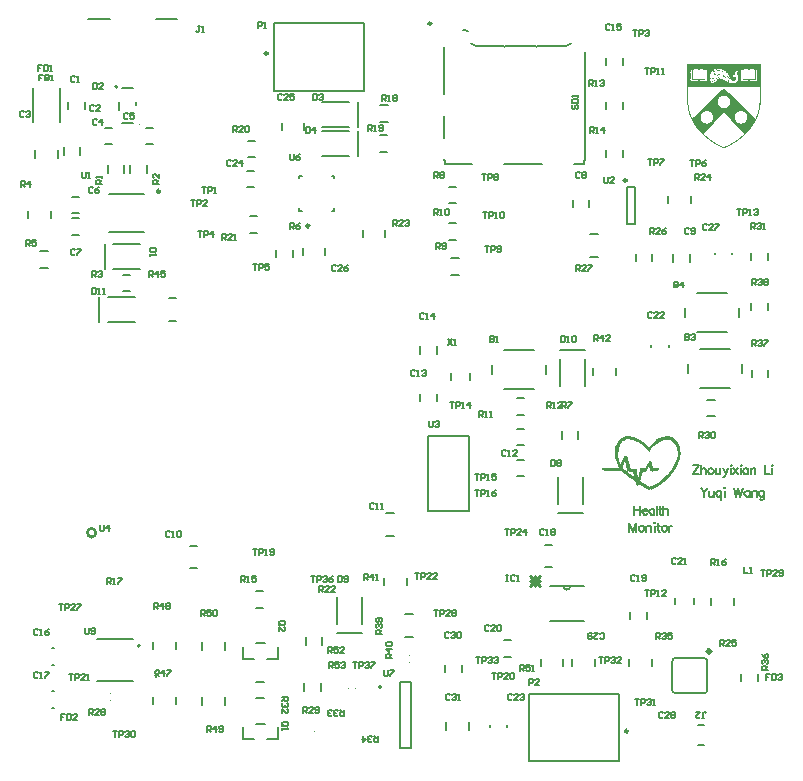
<source format=gto>
G04*
G04 #@! TF.GenerationSoftware,Altium Limited,Altium Designer,23.1.1 (15)*
G04*
G04 Layer_Color=65535*
%FSLAX44Y44*%
%MOMM*%
G71*
G04*
G04 #@! TF.SameCoordinates,A7A263A4-54A1-4128-965A-35385578E642*
G04*
G04*
G04 #@! TF.FilePolarity,Positive*
G04*
G01*
G75*
%ADD10C,0.1524*%
%ADD11C,0.0889*%
%ADD12C,0.2500*%
%ADD13C,0.2540*%
%ADD14C,0.2000*%
%ADD15C,0.1000*%
%ADD16C,0.4064*%
%ADD17C,0.1270*%
%ADD18C,0.2032*%
G36*
X535654Y283120D02*
X535753D01*
Y283021D01*
X535852D01*
Y282922D01*
X536050D01*
Y282823D01*
X536346D01*
Y282725D01*
X536643D01*
Y282626D01*
X537038D01*
Y282527D01*
X537334D01*
Y282428D01*
X537729D01*
Y282329D01*
X537828D01*
Y282527D01*
X537927D01*
Y282626D01*
X538322D01*
Y282527D01*
X538520D01*
Y282428D01*
X538717D01*
Y282329D01*
X538915D01*
Y282231D01*
X539113D01*
Y282132D01*
X539310D01*
Y282033D01*
X539508D01*
Y281934D01*
X539804D01*
Y281835D01*
X540200D01*
Y281737D01*
X540397D01*
Y281539D01*
X540496D01*
Y281440D01*
X540694D01*
Y281341D01*
X540891D01*
Y281243D01*
X541089D01*
Y281144D01*
X541286D01*
Y281045D01*
X541484D01*
Y280946D01*
X541682D01*
Y280847D01*
X541879D01*
Y280749D01*
X542077D01*
Y280650D01*
X542275D01*
Y280551D01*
X542472D01*
Y280452D01*
X542670D01*
Y280353D01*
X542867D01*
Y280254D01*
X543065D01*
Y280156D01*
X543263D01*
Y280057D01*
X543460D01*
Y279958D01*
X543658D01*
Y279859D01*
X543757D01*
Y279760D01*
X543954D01*
Y279662D01*
X544152D01*
Y279563D01*
X544251D01*
Y279464D01*
X544448D01*
Y279365D01*
X544547D01*
Y279266D01*
X544745D01*
Y279168D01*
X544843D01*
Y279069D01*
X544942D01*
Y278970D01*
X545041D01*
Y278871D01*
X545239D01*
Y278772D01*
X545337D01*
Y278674D01*
X545436D01*
Y278575D01*
X545535D01*
Y278476D01*
X545634D01*
Y278377D01*
X545733D01*
Y278278D01*
X545930D01*
Y278179D01*
X546128D01*
Y278081D01*
X546326D01*
Y277982D01*
X546424D01*
Y277883D01*
X546622D01*
Y277784D01*
X546820D01*
Y277686D01*
X546918D01*
Y277587D01*
X547116D01*
Y277488D01*
X547215D01*
Y277389D01*
X547314D01*
Y277290D01*
X547511D01*
Y277192D01*
X547610D01*
Y277093D01*
X547709D01*
Y276994D01*
X547808D01*
Y276895D01*
X547906D01*
Y276796D01*
X548005D01*
Y276697D01*
X548203D01*
Y276599D01*
X548302D01*
Y276500D01*
X548400D01*
Y276401D01*
X548499D01*
Y276302D01*
X548598D01*
Y276203D01*
X548796D01*
Y276105D01*
X548895D01*
Y276006D01*
X548993D01*
Y275907D01*
X549092D01*
Y275808D01*
X549191D01*
Y275709D01*
X549389D01*
Y275611D01*
X549487D01*
Y275512D01*
X549586D01*
Y275413D01*
X549685D01*
Y275314D01*
X549784D01*
Y275215D01*
X549883D01*
Y275117D01*
X549981D01*
Y275018D01*
X550080D01*
Y274919D01*
X550179D01*
Y274820D01*
X550278D01*
Y274721D01*
X550377D01*
Y274622D01*
X550475D01*
Y274425D01*
X550574D01*
Y274326D01*
X550673D01*
Y274227D01*
X550772D01*
Y274128D01*
X550871D01*
Y274030D01*
X550969D01*
Y273931D01*
X551068D01*
Y273733D01*
X551167D01*
Y273634D01*
X551266D01*
Y273437D01*
X551464D01*
Y273536D01*
X551562D01*
Y273634D01*
X551661D01*
Y273832D01*
X551760D01*
Y273931D01*
X551859D01*
Y274030D01*
X551958D01*
Y274128D01*
X552056D01*
Y274227D01*
X552155D01*
Y274326D01*
X552254D01*
Y274425D01*
X552452D01*
Y274524D01*
X552550D01*
Y274622D01*
X552649D01*
Y274721D01*
X552748D01*
Y274820D01*
X552847D01*
Y274919D01*
X552946D01*
Y275018D01*
X553044D01*
Y275117D01*
X553143D01*
Y275215D01*
X553242D01*
Y275413D01*
X553341D01*
Y275512D01*
X553440D01*
Y275611D01*
X553538D01*
Y275709D01*
X553637D01*
Y275808D01*
X553736D01*
Y275907D01*
X553835D01*
Y276006D01*
X553934D01*
Y276105D01*
X554032D01*
Y276302D01*
X554131D01*
Y276401D01*
X554230D01*
Y276500D01*
X554329D01*
Y276599D01*
X554428D01*
Y276697D01*
X554526D01*
Y276796D01*
X554625D01*
Y276895D01*
X554724D01*
Y276994D01*
X554823D01*
Y277093D01*
X555020D01*
Y277192D01*
X555119D01*
Y277290D01*
X555218D01*
Y277389D01*
X555317D01*
Y277488D01*
X555416D01*
Y277587D01*
X555514D01*
Y277686D01*
X555613D01*
Y277784D01*
X555712D01*
Y277883D01*
X555811D01*
Y277982D01*
X555910D01*
Y278081D01*
X556107D01*
Y278179D01*
X556206D01*
Y278278D01*
X556305D01*
Y278377D01*
X556404D01*
Y278476D01*
X556601D01*
Y278575D01*
X556700D01*
Y278772D01*
X556799D01*
Y278871D01*
X556898D01*
Y278970D01*
X556997D01*
Y279069D01*
X557095D01*
Y279168D01*
X557293D01*
Y279266D01*
X557392D01*
Y279464D01*
X557293D01*
Y279859D01*
X557392D01*
Y280057D01*
X557491D01*
Y280156D01*
X557589D01*
Y280254D01*
X557688D01*
Y280353D01*
X557787D01*
Y280452D01*
X557985D01*
Y280551D01*
X558083D01*
Y280650D01*
X558281D01*
Y280749D01*
X558479D01*
Y280847D01*
X558676D01*
Y280946D01*
X558973D01*
Y281045D01*
X559170D01*
Y281144D01*
X559467D01*
Y281243D01*
X559664D01*
Y281341D01*
X559961D01*
Y281440D01*
X560257D01*
Y281539D01*
X560554D01*
Y281638D01*
X560949D01*
Y281737D01*
X561245D01*
Y281835D01*
X561443D01*
Y282033D01*
X561542D01*
Y282132D01*
X561739D01*
Y282231D01*
X562036D01*
Y282329D01*
X562530D01*
Y282428D01*
X563320D01*
Y282527D01*
X564209D01*
Y282626D01*
X564901D01*
Y282725D01*
X565000D01*
Y282823D01*
X565494D01*
Y282922D01*
X566877D01*
Y282823D01*
X567174D01*
Y282922D01*
X568162D01*
Y283021D01*
X568458D01*
Y282922D01*
X568853D01*
Y282823D01*
X569150D01*
Y282725D01*
X569249D01*
Y282626D01*
X569446D01*
Y282527D01*
X569644D01*
Y282428D01*
X569743D01*
Y282329D01*
X570039D01*
Y282231D01*
X570533D01*
Y282132D01*
X571027D01*
Y282033D01*
X571422D01*
Y281934D01*
X571620D01*
Y281835D01*
X571818D01*
Y281737D01*
X571916D01*
Y281638D01*
X572015D01*
Y281539D01*
X572114D01*
Y281341D01*
X572213D01*
Y280847D01*
X572312D01*
Y280749D01*
X572509D01*
Y280847D01*
X572806D01*
Y280749D01*
X572904D01*
Y280650D01*
X573003D01*
Y280551D01*
X573102D01*
Y280452D01*
X573201D01*
Y280353D01*
X573300D01*
Y280254D01*
X573398D01*
Y280156D01*
X573497D01*
Y280057D01*
X573596D01*
Y279958D01*
X573695D01*
Y279859D01*
X573794D01*
Y279760D01*
X573892D01*
Y279662D01*
X573991D01*
Y279563D01*
X574090D01*
Y279464D01*
X574189D01*
Y279365D01*
X574288D01*
Y279168D01*
X574386D01*
Y279069D01*
X574485D01*
Y278970D01*
X574584D01*
Y278871D01*
X574683D01*
Y278674D01*
X574782D01*
Y278575D01*
X574880D01*
Y278476D01*
X574979D01*
Y278278D01*
X575078D01*
Y278179D01*
X575177D01*
Y278081D01*
X575276D01*
Y277883D01*
X575374D01*
Y277784D01*
X575473D01*
Y277686D01*
X575572D01*
Y277488D01*
X575671D01*
Y277389D01*
X575770D01*
Y277192D01*
X575868D01*
Y277093D01*
X575967D01*
Y276895D01*
X576066D01*
Y276697D01*
X576165D01*
Y276599D01*
X576264D01*
Y276401D01*
X576363D01*
Y276302D01*
X576461D01*
Y276105D01*
X576560D01*
Y275907D01*
X576659D01*
Y275808D01*
X576758D01*
Y275611D01*
X576857D01*
Y275413D01*
X576955D01*
Y275215D01*
X577054D01*
Y275018D01*
X577153D01*
Y274820D01*
X577252D01*
Y274622D01*
X577351D01*
Y274326D01*
X577449D01*
Y274030D01*
X577548D01*
Y273338D01*
X577449D01*
Y273042D01*
X577548D01*
Y272745D01*
X577647D01*
Y272350D01*
X577746D01*
Y271757D01*
X577845D01*
Y271066D01*
X577943D01*
Y269979D01*
X578042D01*
Y267509D01*
X577943D01*
Y266817D01*
X577845D01*
Y266422D01*
X577746D01*
Y265928D01*
X577647D01*
Y265335D01*
X577548D01*
Y264939D01*
X577449D01*
Y264445D01*
X577351D01*
Y264149D01*
X577252D01*
Y263655D01*
X577153D01*
Y263161D01*
X577054D01*
Y262667D01*
X576955D01*
Y262272D01*
X576857D01*
Y261975D01*
X576758D01*
Y261679D01*
X576659D01*
Y261383D01*
X576560D01*
Y261185D01*
X576461D01*
Y260987D01*
X576363D01*
Y260790D01*
X576264D01*
Y260592D01*
X576165D01*
Y260394D01*
X576066D01*
Y260098D01*
X575967D01*
Y259802D01*
X575868D01*
Y259505D01*
X575770D01*
Y259308D01*
X575671D01*
Y259011D01*
X575572D01*
Y258814D01*
X575473D01*
Y258517D01*
X575374D01*
Y258319D01*
X575276D01*
Y258122D01*
X575177D01*
Y257826D01*
X575078D01*
Y257628D01*
X574979D01*
Y257430D01*
X574880D01*
Y257233D01*
X574782D01*
Y257134D01*
X574683D01*
Y256936D01*
X574584D01*
Y256739D01*
X574485D01*
Y256640D01*
X574386D01*
Y256442D01*
X574288D01*
Y256343D01*
X574189D01*
Y256245D01*
X574090D01*
Y256047D01*
X573991D01*
Y255948D01*
X573892D01*
Y255849D01*
X573794D01*
Y255652D01*
X573695D01*
Y255454D01*
X573596D01*
Y255257D01*
X573497D01*
Y255059D01*
X573398D01*
Y254960D01*
X573300D01*
Y254762D01*
X573201D01*
Y254664D01*
X573102D01*
Y254466D01*
X573003D01*
Y254268D01*
X572904D01*
Y254170D01*
X572806D01*
Y254071D01*
X572707D01*
Y253873D01*
X572608D01*
Y253774D01*
X572509D01*
Y253577D01*
X572410D01*
Y253478D01*
X572312D01*
Y253379D01*
X572213D01*
Y253182D01*
X572114D01*
Y253083D01*
X572015D01*
Y252984D01*
X571916D01*
Y252786D01*
X571818D01*
Y252688D01*
X571719D01*
Y252589D01*
X571620D01*
Y252391D01*
X571521D01*
Y252292D01*
X571422D01*
Y252095D01*
X571324D01*
Y251996D01*
X571225D01*
Y251798D01*
X571126D01*
Y251700D01*
X571027D01*
Y251502D01*
X570928D01*
Y251403D01*
X570829D01*
Y251206D01*
X570731D01*
Y251107D01*
X570632D01*
Y251008D01*
X570533D01*
Y250810D01*
X570434D01*
Y250711D01*
X570335D01*
Y250514D01*
X570237D01*
Y250415D01*
X570138D01*
Y250316D01*
X570039D01*
Y250119D01*
X569940D01*
Y250020D01*
X569841D01*
Y249921D01*
X569743D01*
Y249723D01*
X569644D01*
Y249625D01*
X569545D01*
Y249526D01*
X569446D01*
Y249427D01*
X569347D01*
Y249229D01*
X569249D01*
Y249131D01*
X569150D01*
Y249032D01*
X569051D01*
Y248834D01*
X568952D01*
Y248735D01*
X568853D01*
Y248636D01*
X568755D01*
Y248538D01*
X568656D01*
Y248340D01*
X568557D01*
Y248241D01*
X568458D01*
Y248143D01*
X568359D01*
Y248044D01*
X568260D01*
Y247846D01*
X568162D01*
Y247747D01*
X568063D01*
Y247550D01*
X567964D01*
Y247451D01*
X567865D01*
Y247352D01*
X567766D01*
Y247253D01*
X567668D01*
Y247154D01*
X567569D01*
Y247056D01*
X567470D01*
Y246957D01*
X567371D01*
Y246858D01*
X567272D01*
Y246759D01*
X567174D01*
Y246660D01*
X567075D01*
Y246562D01*
X566976D01*
Y246463D01*
X566778D01*
Y246364D01*
X566680D01*
Y246265D01*
X566581D01*
Y246166D01*
X566482D01*
Y246068D01*
X566284D01*
Y245969D01*
X566186D01*
Y245870D01*
X566087D01*
Y245771D01*
X565988D01*
Y245672D01*
X565889D01*
Y245574D01*
X565790D01*
Y245475D01*
X565691D01*
Y245376D01*
X565593D01*
Y245277D01*
X565494D01*
Y245178D01*
X565395D01*
Y245079D01*
X565197D01*
Y244981D01*
X565099D01*
Y244882D01*
X565000D01*
Y244783D01*
X564901D01*
Y244684D01*
X564407D01*
Y244585D01*
X564308D01*
Y244487D01*
X564209D01*
Y244388D01*
X564012D01*
Y244289D01*
X563913D01*
Y244190D01*
X563814D01*
Y244091D01*
X563715D01*
Y243993D01*
X563617D01*
Y243894D01*
X563419D01*
Y243795D01*
X563320D01*
Y243696D01*
X563221D01*
Y243597D01*
X563024D01*
Y243499D01*
X562925D01*
Y243400D01*
X562826D01*
Y243301D01*
X562629D01*
Y243202D01*
X562530D01*
Y243103D01*
X562431D01*
Y243005D01*
X562233D01*
Y242906D01*
X562135D01*
Y242807D01*
X562036D01*
Y242708D01*
X561838D01*
Y242609D01*
X561739D01*
Y242511D01*
X561641D01*
Y242412D01*
X561443D01*
Y242313D01*
X561344D01*
Y242214D01*
X561147D01*
Y242115D01*
X561048D01*
Y242017D01*
X560850D01*
Y241918D01*
X560751D01*
Y241819D01*
X560652D01*
Y241720D01*
X560455D01*
Y241621D01*
X560356D01*
Y241523D01*
X560158D01*
Y241424D01*
X560060D01*
Y241325D01*
X559862D01*
Y241226D01*
X559763D01*
Y241127D01*
X559566D01*
Y241028D01*
X559467D01*
Y240930D01*
X559269D01*
Y240831D01*
X559170D01*
Y240732D01*
X558973D01*
Y240633D01*
X558874D01*
Y240534D01*
X558676D01*
Y240436D01*
X558577D01*
Y240337D01*
X558380D01*
Y240238D01*
X558182D01*
Y240139D01*
X558083D01*
Y240040D01*
X557886D01*
Y239942D01*
X557688D01*
Y239843D01*
X557491D01*
Y239744D01*
X557293D01*
Y239645D01*
X556997D01*
Y239546D01*
X556503D01*
Y239448D01*
X556404D01*
Y239349D01*
X556305D01*
Y239250D01*
X556206D01*
Y239151D01*
X556008D01*
Y239052D01*
X555910D01*
Y238953D01*
X555811D01*
Y238855D01*
X555613D01*
Y238756D01*
X555514D01*
Y238657D01*
X555317D01*
Y238558D01*
X555218D01*
Y238459D01*
X555119D01*
Y238163D01*
X554526D01*
Y238064D01*
X554230D01*
Y237966D01*
X554032D01*
Y237867D01*
X552946D01*
Y237966D01*
X552748D01*
Y238163D01*
X552649D01*
Y238064D01*
X552550D01*
Y237966D01*
X552452D01*
Y237867D01*
X552353D01*
Y237768D01*
X552254D01*
Y237669D01*
X552155D01*
Y237570D01*
X552056D01*
Y237274D01*
X551958D01*
Y237175D01*
X551859D01*
Y237076D01*
X551562D01*
Y237175D01*
X551266D01*
Y237274D01*
X551068D01*
Y237373D01*
X550871D01*
Y237472D01*
X550673D01*
Y237570D01*
X550574D01*
Y237669D01*
X550377D01*
Y237768D01*
X550179D01*
Y237867D01*
X550080D01*
Y237966D01*
X549883D01*
Y238064D01*
X549784D01*
Y238163D01*
X549586D01*
Y238262D01*
X549389D01*
Y238361D01*
X549191D01*
Y238459D01*
X548993D01*
Y238558D01*
X548796D01*
Y238657D01*
X548598D01*
Y238756D01*
X548499D01*
Y238855D01*
X548302D01*
Y238953D01*
X548104D01*
Y239052D01*
X548005D01*
Y239151D01*
X547808D01*
Y239250D01*
X547709D01*
Y239349D01*
X547511D01*
Y239448D01*
X547412D01*
Y239546D01*
X547215D01*
Y239645D01*
X547116D01*
Y239744D01*
X547017D01*
Y239843D01*
X546820D01*
Y239942D01*
X546721D01*
Y240040D01*
X546622D01*
Y240139D01*
X546424D01*
Y240238D01*
X546326D01*
Y240337D01*
X546128D01*
Y240436D01*
X545930D01*
Y240534D01*
X545831D01*
Y240633D01*
X545634D01*
Y240732D01*
X545535D01*
Y240831D01*
X545436D01*
Y240930D01*
X545239D01*
Y241028D01*
X545140D01*
Y241127D01*
X544843D01*
Y241226D01*
X544646D01*
Y241325D01*
X544349D01*
Y241424D01*
X544152D01*
Y241523D01*
X543954D01*
Y241621D01*
X543658D01*
Y241720D01*
X543263D01*
Y241819D01*
X543164D01*
Y241918D01*
X543065D01*
Y242313D01*
X543164D01*
Y242412D01*
X543361D01*
Y242511D01*
X543263D01*
Y242609D01*
X543065D01*
Y242511D01*
X542966D01*
Y242214D01*
X542867D01*
Y242017D01*
X542769D01*
Y241918D01*
X542571D01*
Y241819D01*
X542373D01*
Y241720D01*
X542275D01*
Y241127D01*
X542176D01*
Y241028D01*
X542077D01*
Y240831D01*
X541978D01*
Y240732D01*
X541879D01*
Y240633D01*
X541286D01*
Y240732D01*
X541089D01*
Y240930D01*
X540990D01*
Y241127D01*
X540891D01*
Y241226D01*
X540792D01*
Y241325D01*
X540694D01*
Y241523D01*
X540595D01*
Y241819D01*
X540496D01*
Y242214D01*
X540397D01*
Y242708D01*
X540298D01*
Y243103D01*
X540200D01*
Y243202D01*
X540101D01*
Y243499D01*
X540002D01*
Y243993D01*
X539903D01*
Y244487D01*
X539804D01*
Y244783D01*
X539706D01*
Y244882D01*
X539607D01*
Y244981D01*
X539508D01*
Y245079D01*
X539310D01*
Y245178D01*
X539212D01*
Y245277D01*
X539014D01*
Y245376D01*
X538816D01*
Y245475D01*
X538619D01*
Y245574D01*
X538520D01*
Y245672D01*
X538322D01*
Y245771D01*
X538223D01*
Y245870D01*
X538026D01*
Y245969D01*
X537927D01*
Y246068D01*
X537729D01*
Y246166D01*
X537631D01*
Y246265D01*
X537532D01*
Y246364D01*
X537334D01*
Y246463D01*
X537235D01*
Y246562D01*
X537038D01*
Y246660D01*
X536939D01*
Y246759D01*
X536741D01*
Y246858D01*
X536643D01*
Y246957D01*
X536445D01*
Y247056D01*
X536346D01*
Y247154D01*
X536148D01*
Y247253D01*
X536050D01*
Y247352D01*
X535852D01*
Y247451D01*
X535654D01*
Y247550D01*
X535556D01*
Y247649D01*
X535457D01*
Y247747D01*
X535259D01*
Y247846D01*
X535160D01*
Y247945D01*
X534963D01*
Y248044D01*
X534765D01*
Y248143D01*
X534666D01*
Y248241D01*
X534568D01*
Y248340D01*
X534469D01*
Y248439D01*
X534370D01*
Y248538D01*
X534172D01*
Y248636D01*
X534074D01*
Y248735D01*
X533975D01*
Y248834D01*
X533777D01*
Y248933D01*
X533678D01*
Y249032D01*
X533580D01*
Y249131D01*
X533382D01*
Y249229D01*
X533283D01*
Y249328D01*
X533184D01*
Y249427D01*
X532987D01*
Y249526D01*
X532888D01*
Y249625D01*
X532789D01*
Y249723D01*
X532592D01*
Y249822D01*
X532493D01*
Y249921D01*
X532394D01*
Y250020D01*
X532295D01*
Y250119D01*
X532098D01*
Y250217D01*
X531999D01*
Y250316D01*
X531900D01*
Y250415D01*
X531801D01*
Y250514D01*
X531604D01*
Y250613D01*
X531505D01*
Y250711D01*
X531406D01*
Y250810D01*
X531307D01*
Y250909D01*
X531109D01*
Y251008D01*
X531011D01*
Y251107D01*
X530912D01*
Y251206D01*
X530813D01*
Y251304D01*
X530714D01*
Y251403D01*
X530517D01*
Y251502D01*
X530418D01*
Y251601D01*
X530319D01*
Y251700D01*
X530220D01*
Y251798D01*
X530121D01*
Y251897D01*
X529924D01*
Y251996D01*
X529825D01*
Y252095D01*
X529726D01*
Y252194D01*
X529627D01*
Y252292D01*
X529430D01*
Y252391D01*
X529331D01*
Y252490D01*
X529232D01*
Y252589D01*
X529035D01*
Y252688D01*
X528936D01*
Y252786D01*
X528837D01*
Y252885D01*
X528738D01*
Y252984D01*
X528540D01*
Y253083D01*
X528442D01*
Y253182D01*
X528343D01*
Y253280D01*
X528244D01*
Y253379D01*
X528145D01*
Y253478D01*
X527355D01*
Y253577D01*
X527256D01*
Y253478D01*
X527058D01*
Y253379D01*
X526861D01*
Y253280D01*
X526465D01*
Y253379D01*
X526268D01*
Y253478D01*
X526169D01*
Y253577D01*
X526070D01*
Y253774D01*
X525971D01*
Y253873D01*
X525873D01*
Y253774D01*
X518956D01*
Y253873D01*
X517178D01*
Y253972D01*
X513324D01*
Y254071D01*
X512238D01*
Y254170D01*
X511645D01*
Y254268D01*
X511447D01*
Y254367D01*
X511348D01*
Y254762D01*
X511249D01*
Y254960D01*
X511151D01*
Y255652D01*
X511249D01*
Y255751D01*
X511348D01*
Y255849D01*
X511447D01*
Y255948D01*
X511744D01*
Y256047D01*
X511941D01*
Y256146D01*
X512040D01*
Y256245D01*
X512238D01*
Y256343D01*
X512633D01*
Y256245D01*
X512929D01*
Y256343D01*
X513127D01*
Y256442D01*
X515004D01*
Y256343D01*
X515992D01*
Y256245D01*
X519549D01*
Y256343D01*
X520834D01*
Y256245D01*
X521328D01*
Y256343D01*
X526268D01*
Y256739D01*
X526070D01*
Y256640D01*
X525774D01*
Y256739D01*
X525576D01*
Y256837D01*
X525477D01*
Y257035D01*
X525379D01*
Y257332D01*
X525280D01*
Y257529D01*
X525181D01*
Y257826D01*
X525082D01*
Y258122D01*
X524983D01*
Y258517D01*
X524885D01*
Y258814D01*
X524786D01*
Y259209D01*
X524687D01*
Y259604D01*
X524588D01*
Y259999D01*
X524489D01*
Y260197D01*
X524391D01*
Y260394D01*
X524292D01*
Y260592D01*
X524193D01*
Y260790D01*
X524094D01*
Y261086D01*
X523995D01*
Y261383D01*
X523897D01*
Y261778D01*
X523798D01*
Y261975D01*
X523699D01*
Y262272D01*
X523600D01*
Y262667D01*
X523501D01*
Y263853D01*
X523403D01*
Y264248D01*
X523304D01*
Y264149D01*
X522909D01*
Y264248D01*
X522711D01*
Y264445D01*
X522612D01*
Y265236D01*
X522711D01*
Y265928D01*
X522810D01*
Y266026D01*
X522711D01*
Y266323D01*
X522612D01*
Y271263D01*
X522711D01*
Y272943D01*
X522810D01*
Y273832D01*
X522909D01*
Y274425D01*
X523007D01*
Y274721D01*
X523106D01*
Y274919D01*
X523205D01*
Y275117D01*
X523304D01*
Y275314D01*
X523403D01*
Y275413D01*
X523501D01*
Y275512D01*
X523600D01*
Y275611D01*
X523699D01*
Y275709D01*
X523995D01*
Y275808D01*
X524094D01*
Y276105D01*
X524193D01*
Y276302D01*
X524292D01*
Y276500D01*
X524391D01*
Y276697D01*
X524489D01*
Y276994D01*
X524588D01*
Y277192D01*
X524687D01*
Y277389D01*
X524786D01*
Y277488D01*
X524885D01*
Y277686D01*
X524983D01*
Y277883D01*
X525082D01*
Y278081D01*
X525181D01*
Y278179D01*
X525280D01*
Y278377D01*
X525379D01*
Y278575D01*
X525477D01*
Y278674D01*
X525576D01*
Y278871D01*
X525675D01*
Y278970D01*
X525774D01*
Y279168D01*
X525873D01*
Y279266D01*
X525971D01*
Y279365D01*
X526070D01*
Y279563D01*
X526169D01*
Y279662D01*
X526268D01*
Y279760D01*
X526367D01*
Y279859D01*
X526465D01*
Y279958D01*
X526564D01*
Y280156D01*
X526663D01*
Y280254D01*
X526861D01*
Y280452D01*
X526960D01*
Y280551D01*
X527058D01*
Y280650D01*
X527157D01*
Y280847D01*
X527256D01*
Y280946D01*
X527355D01*
Y281045D01*
X527454D01*
Y281144D01*
X527552D01*
Y281243D01*
X527651D01*
Y281341D01*
X528244D01*
Y281539D01*
X528343D01*
Y281638D01*
X528442D01*
Y281737D01*
X528540D01*
Y281835D01*
X528639D01*
Y281934D01*
X529133D01*
Y282033D01*
X529232D01*
Y282132D01*
X529331D01*
Y282231D01*
X529627D01*
Y282329D01*
X529825D01*
Y282428D01*
X530121D01*
Y282527D01*
X530517D01*
Y282626D01*
X530813D01*
Y282725D01*
X531208D01*
Y282823D01*
X531505D01*
Y282922D01*
X531999D01*
Y283021D01*
X533086D01*
Y283120D01*
X533975D01*
Y283219D01*
X534271D01*
Y283120D01*
X534963D01*
Y283021D01*
X535259D01*
Y283219D01*
X535654D01*
Y283120D01*
D02*
G37*
G36*
X645786Y564950D02*
X645700D01*
Y563831D01*
X645614D01*
Y562971D01*
X645528D01*
Y562282D01*
X645442D01*
Y561680D01*
X645356D01*
Y561078D01*
X645270D01*
Y560647D01*
X645184D01*
Y560131D01*
X645098D01*
Y559701D01*
X645012D01*
Y559357D01*
X644926D01*
Y558926D01*
X644839D01*
Y558582D01*
X644753D01*
Y558238D01*
X644667D01*
Y557894D01*
X644581D01*
Y557635D01*
X644495D01*
Y557291D01*
X644409D01*
Y557033D01*
X644323D01*
Y556689D01*
X644237D01*
Y556431D01*
X644151D01*
Y556172D01*
X644065D01*
Y555914D01*
X643979D01*
Y555656D01*
X643893D01*
Y555398D01*
X643807D01*
Y555140D01*
X643721D01*
Y554882D01*
X643635D01*
Y554624D01*
X643549D01*
Y554451D01*
X643463D01*
Y554193D01*
X643377D01*
Y554021D01*
X643290D01*
Y553763D01*
X643204D01*
Y553591D01*
X643118D01*
Y553333D01*
X643032D01*
Y553161D01*
X642946D01*
Y552902D01*
X642860D01*
Y552730D01*
X642774D01*
Y552558D01*
X642688D01*
Y552386D01*
X642602D01*
Y552128D01*
X642516D01*
Y551956D01*
X642430D01*
Y551784D01*
X642344D01*
Y551612D01*
X642258D01*
Y551440D01*
X642172D01*
Y551267D01*
X642086D01*
Y551095D01*
X642000D01*
Y550923D01*
X641914D01*
Y550751D01*
X641828D01*
Y550579D01*
X641741D01*
Y550407D01*
X641656D01*
Y550235D01*
X641569D01*
Y550063D01*
X641483D01*
Y549891D01*
X641397D01*
Y549718D01*
X641311D01*
Y549546D01*
X641225D01*
Y549374D01*
X641139D01*
Y549288D01*
X641053D01*
Y549116D01*
X640967D01*
Y548944D01*
X640881D01*
Y548772D01*
X640795D01*
Y548686D01*
X640709D01*
Y548514D01*
X640623D01*
Y548341D01*
X640537D01*
Y548256D01*
X640451D01*
Y548083D01*
X640365D01*
Y547911D01*
X640279D01*
Y547825D01*
X640192D01*
Y547653D01*
X640107D01*
Y547481D01*
X640020D01*
Y547395D01*
X639934D01*
Y547223D01*
X639848D01*
Y547137D01*
X639762D01*
Y546965D01*
X639676D01*
Y546879D01*
X639590D01*
Y546707D01*
X639504D01*
Y546534D01*
X639418D01*
Y546448D01*
X639332D01*
Y546276D01*
X639246D01*
Y546190D01*
X639160D01*
Y546104D01*
X639074D01*
Y545932D01*
X638988D01*
Y545846D01*
X638902D01*
Y545674D01*
X638816D01*
Y545588D01*
X638730D01*
Y545416D01*
X638643D01*
Y545330D01*
X638558D01*
Y545244D01*
X638471D01*
Y545071D01*
X638385D01*
Y544985D01*
X638299D01*
Y544813D01*
X638213D01*
Y544727D01*
X638127D01*
Y544641D01*
X638041D01*
Y544469D01*
X637955D01*
Y544383D01*
X637869D01*
Y544297D01*
X637783D01*
Y544125D01*
X637697D01*
Y544039D01*
X637611D01*
Y543953D01*
X637525D01*
Y543781D01*
X637439D01*
Y543695D01*
X637353D01*
Y543609D01*
X637267D01*
Y543522D01*
X637181D01*
Y543350D01*
X637094D01*
Y543264D01*
X637009D01*
Y543178D01*
X636922D01*
Y543092D01*
X636836D01*
Y542920D01*
X636750D01*
Y542834D01*
X636664D01*
Y542748D01*
X636578D01*
Y542662D01*
X636492D01*
Y542576D01*
X636406D01*
Y542404D01*
X636320D01*
Y542318D01*
X636234D01*
Y542232D01*
X636148D01*
Y542146D01*
X636062D01*
Y542060D01*
X635976D01*
Y541887D01*
X635890D01*
Y541801D01*
X635804D01*
Y541715D01*
X635718D01*
Y541629D01*
X635632D01*
Y541543D01*
X635546D01*
Y541457D01*
X635460D01*
Y541371D01*
X635373D01*
Y541199D01*
X635287D01*
Y541113D01*
X635201D01*
Y541027D01*
X635115D01*
Y540941D01*
X635029D01*
Y540855D01*
X634943D01*
Y540769D01*
X634857D01*
Y540683D01*
X634771D01*
Y540597D01*
X634685D01*
Y540510D01*
X634599D01*
Y540424D01*
X634513D01*
Y540338D01*
X634427D01*
Y540252D01*
X634341D01*
Y540080D01*
X634255D01*
Y539994D01*
X634169D01*
Y539908D01*
X634083D01*
Y539822D01*
X633997D01*
Y539736D01*
X633910D01*
Y539650D01*
X633824D01*
Y539564D01*
X633738D01*
Y539478D01*
X633652D01*
Y539392D01*
X633566D01*
Y539306D01*
X633480D01*
Y539220D01*
X633394D01*
Y539134D01*
X633308D01*
Y539048D01*
X633222D01*
Y538961D01*
X633136D01*
Y538876D01*
X633050D01*
Y538789D01*
X632964D01*
Y538703D01*
X632878D01*
Y538617D01*
X632792D01*
Y538531D01*
X632706D01*
Y538445D01*
X632620D01*
Y538359D01*
X632534D01*
Y538273D01*
X632361D01*
Y538187D01*
X632275D01*
Y538101D01*
X632189D01*
Y538015D01*
X632103D01*
Y537929D01*
X632017D01*
Y537843D01*
X631931D01*
Y537757D01*
X631845D01*
Y537671D01*
X631759D01*
Y537585D01*
X631673D01*
Y537499D01*
X631587D01*
Y537412D01*
X631501D01*
Y537327D01*
X631415D01*
Y537240D01*
X631243D01*
Y537154D01*
X631157D01*
Y537068D01*
X631071D01*
Y536982D01*
X630985D01*
Y536896D01*
X630899D01*
Y536810D01*
X630812D01*
Y536724D01*
X630727D01*
Y536638D01*
X630640D01*
Y536552D01*
X630468D01*
Y536466D01*
X630382D01*
Y536380D01*
X630296D01*
Y536294D01*
X630210D01*
Y536208D01*
X630124D01*
Y536122D01*
X630038D01*
Y536036D01*
X629866D01*
Y535950D01*
X629780D01*
Y535863D01*
X629694D01*
Y535778D01*
X629608D01*
Y535691D01*
X629522D01*
Y535605D01*
X629350D01*
Y535519D01*
X629263D01*
Y535433D01*
X629178D01*
Y535347D01*
X629091D01*
Y535261D01*
X628919D01*
Y535175D01*
X628833D01*
Y535089D01*
X628747D01*
Y535003D01*
X628661D01*
Y534917D01*
X628489D01*
Y534831D01*
X628403D01*
Y534745D01*
X628317D01*
Y534659D01*
X628231D01*
Y534573D01*
X628059D01*
Y534487D01*
X627973D01*
Y534401D01*
X627887D01*
Y534315D01*
X627715D01*
Y534229D01*
X627629D01*
Y534142D01*
X627542D01*
Y534056D01*
X627370D01*
Y533970D01*
X627284D01*
Y533884D01*
X627198D01*
Y533798D01*
X627026D01*
Y533712D01*
X626940D01*
Y533626D01*
X626854D01*
Y533540D01*
X626682D01*
Y533454D01*
X626596D01*
Y533368D01*
X626424D01*
Y533282D01*
X626338D01*
Y533196D01*
X626252D01*
Y533110D01*
X626079D01*
Y533024D01*
X625993D01*
Y532938D01*
X625821D01*
Y532852D01*
X625735D01*
Y532766D01*
X625649D01*
Y532679D01*
X625477D01*
Y532593D01*
X625391D01*
Y532507D01*
X625219D01*
Y532421D01*
X625133D01*
Y532335D01*
X624961D01*
Y532249D01*
X624875D01*
Y532163D01*
X624703D01*
Y532077D01*
X624617D01*
Y531991D01*
X624444D01*
Y531905D01*
X624358D01*
Y531819D01*
X624186D01*
Y531733D01*
X624100D01*
Y531647D01*
X623928D01*
Y531561D01*
X623842D01*
Y531475D01*
X623670D01*
Y531389D01*
X623584D01*
Y531303D01*
X623412D01*
Y531217D01*
X623240D01*
Y531130D01*
X623154D01*
Y531045D01*
X622981D01*
Y530958D01*
X622896D01*
Y530872D01*
X622723D01*
Y530786D01*
X622551D01*
Y530700D01*
X622465D01*
Y530614D01*
X622293D01*
Y530528D01*
X622121D01*
Y530442D01*
X622035D01*
Y530356D01*
X621863D01*
Y530270D01*
X621691D01*
Y530184D01*
X621605D01*
Y530098D01*
X621432D01*
Y530012D01*
X621260D01*
Y529926D01*
X621088D01*
Y529840D01*
X621002D01*
Y529754D01*
X620830D01*
Y529668D01*
X620658D01*
Y529581D01*
X620486D01*
Y529496D01*
X620314D01*
Y529409D01*
X620228D01*
Y529323D01*
X620056D01*
Y529237D01*
X619883D01*
Y529151D01*
X619711D01*
Y529065D01*
X619539D01*
Y528979D01*
X619367D01*
Y528893D01*
X619195D01*
Y528807D01*
X619023D01*
Y528721D01*
X618851D01*
Y528635D01*
X618679D01*
Y528549D01*
X618507D01*
Y528463D01*
X618335D01*
Y528377D01*
X618162D01*
Y528291D01*
X617990D01*
Y528205D01*
X617818D01*
Y528119D01*
X617646D01*
Y528032D01*
X617388D01*
Y527947D01*
X617216D01*
Y527860D01*
X617044D01*
Y527774D01*
X616786D01*
Y527688D01*
X616613D01*
Y527602D01*
X616355D01*
Y527516D01*
X616183D01*
Y527430D01*
X615925D01*
Y527344D01*
X615667D01*
Y527258D01*
X615409D01*
Y527172D01*
X615150D01*
Y527086D01*
X614806D01*
Y527000D01*
X614634D01*
Y527086D01*
X614290D01*
Y527172D01*
X614032D01*
Y527258D01*
X613774D01*
Y527344D01*
X613516D01*
Y527430D01*
X613257D01*
Y527516D01*
X613085D01*
Y527602D01*
X612827D01*
Y527688D01*
X612655D01*
Y527774D01*
X612483D01*
Y527860D01*
X612225D01*
Y527947D01*
X612052D01*
Y528032D01*
X611880D01*
Y528119D01*
X611708D01*
Y528205D01*
X611450D01*
Y528291D01*
X611278D01*
Y528377D01*
X611106D01*
Y528463D01*
X610934D01*
Y528549D01*
X610762D01*
Y528635D01*
X610590D01*
Y528721D01*
X610418D01*
Y528807D01*
X610245D01*
Y528893D01*
X610073D01*
Y528979D01*
X609901D01*
Y529065D01*
X609729D01*
Y529151D01*
X609557D01*
Y529237D01*
X609471D01*
Y529323D01*
X609299D01*
Y529409D01*
X609127D01*
Y529496D01*
X608955D01*
Y529581D01*
X608783D01*
Y529668D01*
X608610D01*
Y529754D01*
X608524D01*
Y529840D01*
X608352D01*
Y529926D01*
X608180D01*
Y530012D01*
X608008D01*
Y530098D01*
X607922D01*
Y530184D01*
X607750D01*
Y530270D01*
X607578D01*
Y530356D01*
X607492D01*
Y530442D01*
X607319D01*
Y530528D01*
X607147D01*
Y530614D01*
X607061D01*
Y530700D01*
X606889D01*
Y530786D01*
X606717D01*
Y530872D01*
X606631D01*
Y530958D01*
X606459D01*
Y531045D01*
X606287D01*
Y531130D01*
X606201D01*
Y531217D01*
X606029D01*
Y531303D01*
X605943D01*
Y531389D01*
X605770D01*
Y531475D01*
X605685D01*
Y531561D01*
X605512D01*
Y531647D01*
X605340D01*
Y531733D01*
X605254D01*
Y531819D01*
X605082D01*
Y531905D01*
X604996D01*
Y531991D01*
X604824D01*
Y532077D01*
X604738D01*
Y532163D01*
X604566D01*
Y532249D01*
X604480D01*
Y532335D01*
X604308D01*
Y532421D01*
X604221D01*
Y532507D01*
X604049D01*
Y532593D01*
X603963D01*
Y532679D01*
X603877D01*
Y532766D01*
X603705D01*
Y532852D01*
X603619D01*
Y532938D01*
X603447D01*
Y533024D01*
X603361D01*
Y533110D01*
X603275D01*
Y533196D01*
X603103D01*
Y533282D01*
X603017D01*
Y533368D01*
X602845D01*
Y533454D01*
X602759D01*
Y533540D01*
X602673D01*
Y533626D01*
X602500D01*
Y533712D01*
X602414D01*
Y533798D01*
X602328D01*
Y533884D01*
X602156D01*
Y533970D01*
X602070D01*
Y534056D01*
X601984D01*
Y534142D01*
X601812D01*
Y534229D01*
X601726D01*
Y534315D01*
X601640D01*
Y534401D01*
X601468D01*
Y534487D01*
X601382D01*
Y534573D01*
X601296D01*
Y534659D01*
X601124D01*
Y534745D01*
X601037D01*
Y534831D01*
X600951D01*
Y534917D01*
X600865D01*
Y535003D01*
X600693D01*
Y535089D01*
X600607D01*
Y535175D01*
X600521D01*
Y535261D01*
X600435D01*
Y535347D01*
X600263D01*
Y535433D01*
X600177D01*
Y535519D01*
X600091D01*
Y535605D01*
X600005D01*
Y535691D01*
X599833D01*
Y535778D01*
X599747D01*
Y535863D01*
X599661D01*
Y535950D01*
X599575D01*
Y536036D01*
X599488D01*
Y536122D01*
X599316D01*
Y536208D01*
X599230D01*
Y536294D01*
X599144D01*
Y536380D01*
X599058D01*
Y536466D01*
X598972D01*
Y536552D01*
X598886D01*
Y536638D01*
X598800D01*
Y536724D01*
X598628D01*
Y536810D01*
X598542D01*
Y536896D01*
X598456D01*
Y536982D01*
X598370D01*
Y537068D01*
X598284D01*
Y537154D01*
X598198D01*
Y537240D01*
X598112D01*
Y537327D01*
X598026D01*
Y537412D01*
X597853D01*
Y537499D01*
X597767D01*
Y537585D01*
X597681D01*
Y537671D01*
X597595D01*
Y537757D01*
X597509D01*
Y537843D01*
X597423D01*
Y537929D01*
X597337D01*
Y538015D01*
X597251D01*
Y538101D01*
X597165D01*
Y538187D01*
X597079D01*
Y538273D01*
X596993D01*
Y538359D01*
X596907D01*
Y538445D01*
X596821D01*
Y538531D01*
X596735D01*
Y538617D01*
X596649D01*
Y538703D01*
X596477D01*
Y538789D01*
X596390D01*
Y538876D01*
X596305D01*
Y538961D01*
X596218D01*
Y539048D01*
X596132D01*
Y539134D01*
X596046D01*
Y539220D01*
X595960D01*
Y539306D01*
X595874D01*
Y539392D01*
X595788D01*
Y539478D01*
X595702D01*
Y539564D01*
X595616D01*
Y539736D01*
X595530D01*
Y539822D01*
X595444D01*
Y539908D01*
X595358D01*
Y539994D01*
X595272D01*
Y540080D01*
X595186D01*
Y540166D01*
X595100D01*
Y540252D01*
X595014D01*
Y540338D01*
X594928D01*
Y540424D01*
X594841D01*
Y540510D01*
X594756D01*
Y540597D01*
X594669D01*
Y540683D01*
X594583D01*
Y540769D01*
X594497D01*
Y540855D01*
X594411D01*
Y540941D01*
X594325D01*
Y541113D01*
X594239D01*
Y541199D01*
X594153D01*
Y541285D01*
X594067D01*
Y541371D01*
X593981D01*
Y541457D01*
X593895D01*
Y541543D01*
X593809D01*
Y541629D01*
X593723D01*
Y541715D01*
X593637D01*
Y541887D01*
X593551D01*
Y541973D01*
X593465D01*
Y542060D01*
X593379D01*
Y542146D01*
X593293D01*
Y542232D01*
X593206D01*
Y542318D01*
X593120D01*
Y542490D01*
X593034D01*
Y542576D01*
X592948D01*
Y542662D01*
X592862D01*
Y542748D01*
X592776D01*
Y542834D01*
X592690D01*
Y543006D01*
X592604D01*
Y543092D01*
X592518D01*
Y543178D01*
X592432D01*
Y543264D01*
X592346D01*
Y543436D01*
X592260D01*
Y543522D01*
X592174D01*
Y543609D01*
X592088D01*
Y543695D01*
X592002D01*
Y543867D01*
X591916D01*
Y543953D01*
X591830D01*
Y544039D01*
X591744D01*
Y544211D01*
X591657D01*
Y544297D01*
X591571D01*
Y544383D01*
X591485D01*
Y544555D01*
X591399D01*
Y544641D01*
X591313D01*
Y544727D01*
X591227D01*
Y544899D01*
X591141D01*
Y544985D01*
X591055D01*
Y545071D01*
X590969D01*
Y545244D01*
X590883D01*
Y545330D01*
X590797D01*
Y545502D01*
X590711D01*
Y545588D01*
X590625D01*
Y545674D01*
X590539D01*
Y545846D01*
X590453D01*
Y545932D01*
X590367D01*
Y546104D01*
X590281D01*
Y546190D01*
X590195D01*
Y546362D01*
X590108D01*
Y546448D01*
X590022D01*
Y546620D01*
X589936D01*
Y546707D01*
X589850D01*
Y546879D01*
X589764D01*
Y546965D01*
X589678D01*
Y547137D01*
X589592D01*
Y547309D01*
X589506D01*
Y547395D01*
X589420D01*
Y547567D01*
X589334D01*
Y547653D01*
X589248D01*
Y547825D01*
X589162D01*
Y547997D01*
X589076D01*
Y548083D01*
X588990D01*
Y548256D01*
X588904D01*
Y548428D01*
X588818D01*
Y548514D01*
X588732D01*
Y548686D01*
X588646D01*
Y548858D01*
X588559D01*
Y548944D01*
X588473D01*
Y549116D01*
X588387D01*
Y549288D01*
X588301D01*
Y549460D01*
X588215D01*
Y549632D01*
X588129D01*
Y549804D01*
X588043D01*
Y549891D01*
X587957D01*
Y550063D01*
X587871D01*
Y550235D01*
X587785D01*
Y550407D01*
X587699D01*
Y550579D01*
X587613D01*
Y550751D01*
X587527D01*
Y550923D01*
X587441D01*
Y551095D01*
X587355D01*
Y551267D01*
X587269D01*
Y551440D01*
X587183D01*
Y551612D01*
X587097D01*
Y551784D01*
X587010D01*
Y552042D01*
X586925D01*
Y552214D01*
X586838D01*
Y552386D01*
X586752D01*
Y552558D01*
X586666D01*
Y552816D01*
X586580D01*
Y552989D01*
X586494D01*
Y553161D01*
X586408D01*
Y553419D01*
X586322D01*
Y553591D01*
X586236D01*
Y553849D01*
X586150D01*
Y554021D01*
X586064D01*
Y554279D01*
X585978D01*
Y554451D01*
X585892D01*
Y554710D01*
X585806D01*
Y554968D01*
X585720D01*
Y555226D01*
X585634D01*
Y555398D01*
X585548D01*
Y555656D01*
X585462D01*
Y555914D01*
X585376D01*
Y556259D01*
X585289D01*
Y556517D01*
X585203D01*
Y556775D01*
X585117D01*
Y557033D01*
X585031D01*
Y557377D01*
X584945D01*
Y557635D01*
X584859D01*
Y557980D01*
X584773D01*
Y558324D01*
X584687D01*
Y558668D01*
X584601D01*
Y559012D01*
X584515D01*
Y559443D01*
X584429D01*
Y559873D01*
X584343D01*
Y560303D01*
X584257D01*
Y560733D01*
X584171D01*
Y561250D01*
X584085D01*
Y561766D01*
X583999D01*
Y562369D01*
X583913D01*
Y563143D01*
X583826D01*
Y564003D01*
X583740D01*
Y565294D01*
X583654D01*
Y588787D01*
Y588873D01*
Y598081D01*
X645786D01*
Y564950D01*
D02*
G37*
%LPC*%
G36*
X533580Y281835D02*
X532888D01*
Y281737D01*
X532690D01*
Y281638D01*
X532987D01*
Y281737D01*
X533580D01*
Y281835D01*
D02*
G37*
G36*
X537729Y280452D02*
X537433D01*
Y280353D01*
X537631D01*
Y280254D01*
X537927D01*
Y280156D01*
X538125D01*
Y280254D01*
X538223D01*
Y280353D01*
X537729D01*
Y280452D01*
D02*
G37*
G36*
X525675Y274326D02*
X525576D01*
Y274128D01*
X525675D01*
Y274326D01*
D02*
G37*
G36*
X525576Y274128D02*
X525477D01*
Y273931D01*
X525379D01*
Y273634D01*
X525280D01*
Y273437D01*
X525181D01*
Y273042D01*
X525082D01*
Y272943D01*
Y272844D01*
Y272449D01*
X525181D01*
Y272745D01*
X525280D01*
Y273140D01*
X525379D01*
Y273536D01*
X525477D01*
Y273832D01*
X525576D01*
Y274128D01*
D02*
G37*
G36*
X551266Y272350D02*
X551167D01*
Y272251D01*
X551266D01*
Y272350D01*
D02*
G37*
G36*
X525082D02*
X524983D01*
Y272054D01*
X525082D01*
Y272350D01*
D02*
G37*
G36*
X552353Y261679D02*
X552254D01*
Y261481D01*
X552155D01*
Y261284D01*
X552353D01*
Y261679D01*
D02*
G37*
G36*
X526367Y256837D02*
X526268D01*
Y256739D01*
X526367D01*
Y256837D01*
D02*
G37*
G36*
X533777Y280452D02*
X532295D01*
Y280353D01*
X532098D01*
Y280254D01*
X531999D01*
Y280156D01*
X531801D01*
Y280057D01*
X531702D01*
Y279958D01*
X531505D01*
Y279859D01*
X531307D01*
Y279760D01*
X531109D01*
Y279662D01*
X531011D01*
Y279563D01*
X530813D01*
Y279464D01*
X530615D01*
Y279365D01*
X530418D01*
Y279266D01*
X530220D01*
Y279168D01*
X530023D01*
Y279069D01*
X529825D01*
Y278970D01*
X529726D01*
Y278871D01*
X529529D01*
Y278772D01*
X529331D01*
Y278674D01*
X529133D01*
Y278575D01*
X528837D01*
Y278476D01*
X528639D01*
Y278377D01*
X528540D01*
Y278278D01*
X528442D01*
Y278081D01*
X528343D01*
Y277982D01*
X528244D01*
Y277784D01*
X528145D01*
Y277686D01*
X528046D01*
Y277587D01*
X527948D01*
Y277389D01*
X527849D01*
Y277290D01*
X527750D01*
Y277192D01*
X527651D01*
Y276994D01*
X527552D01*
Y276895D01*
X527454D01*
Y276796D01*
X527355D01*
Y276599D01*
X527256D01*
Y276500D01*
X527157D01*
Y276302D01*
X527058D01*
Y276203D01*
X526960D01*
Y276105D01*
X526861D01*
Y275907D01*
X526762D01*
Y275808D01*
X526663D01*
Y275709D01*
X526564D01*
Y275512D01*
X526465D01*
Y275413D01*
X526663D01*
Y275018D01*
X526564D01*
Y274820D01*
X526465D01*
Y274425D01*
X526367D01*
Y274128D01*
X526268D01*
Y273733D01*
X526169D01*
Y273338D01*
X526070D01*
Y272943D01*
X525971D01*
Y272548D01*
X525873D01*
Y272054D01*
X525774D01*
Y271560D01*
X525675D01*
Y271066D01*
X525576D01*
Y270571D01*
X525477D01*
Y269979D01*
X525379D01*
Y269485D01*
X525280D01*
Y268892D01*
X525181D01*
Y268398D01*
X525082D01*
Y267805D01*
X524983D01*
Y267212D01*
X524885D01*
Y266520D01*
X524786D01*
Y266422D01*
X525082D01*
Y266323D01*
X525181D01*
Y266224D01*
X525280D01*
Y265137D01*
X525379D01*
Y264248D01*
X525477D01*
Y263655D01*
X525576D01*
Y263260D01*
X525675D01*
Y262963D01*
X525774D01*
Y262667D01*
X525873D01*
Y262371D01*
X525971D01*
Y262074D01*
X526070D01*
Y261877D01*
X526169D01*
Y261679D01*
X526268D01*
Y261481D01*
X526367D01*
Y261284D01*
X526465D01*
Y261086D01*
X526564D01*
Y260889D01*
X526663D01*
Y260691D01*
X526762D01*
Y260493D01*
X526861D01*
Y260197D01*
X526960D01*
Y259999D01*
X527058D01*
Y259802D01*
X527157D01*
Y259505D01*
X527256D01*
Y259604D01*
X527355D01*
Y259802D01*
X527454D01*
Y260098D01*
X527552D01*
Y260296D01*
X527651D01*
Y260592D01*
X527750D01*
Y260790D01*
X527849D01*
Y260987D01*
X527948D01*
Y261284D01*
X528046D01*
Y261481D01*
X528145D01*
Y261679D01*
X528244D01*
Y261877D01*
X528343D01*
Y262074D01*
X528442D01*
Y262272D01*
X528540D01*
Y262469D01*
X528639D01*
Y262667D01*
X528738D01*
Y262865D01*
X528837D01*
Y263062D01*
X528936D01*
Y263161D01*
X529035D01*
Y263359D01*
X529133D01*
Y263556D01*
X529232D01*
Y263655D01*
X529331D01*
Y263951D01*
X529430D01*
Y264149D01*
X529529D01*
Y264347D01*
X529627D01*
Y264643D01*
X529726D01*
Y264841D01*
X529825D01*
Y265038D01*
X529924D01*
Y265335D01*
X530023D01*
Y265532D01*
X530121D01*
Y265730D01*
X530220D01*
Y265928D01*
X530319D01*
Y266125D01*
X530418D01*
Y266224D01*
X530517D01*
Y266422D01*
X530615D01*
Y266619D01*
X530714D01*
Y266718D01*
X531307D01*
Y266619D01*
X531406D01*
Y266520D01*
X531505D01*
Y266422D01*
X531604D01*
Y266520D01*
X531801D01*
Y266619D01*
X531999D01*
Y266520D01*
X532196D01*
Y266323D01*
X532295D01*
Y266026D01*
X532592D01*
Y265928D01*
X532789D01*
Y265829D01*
X532888D01*
Y265730D01*
X532987D01*
Y265434D01*
X533086D01*
Y265236D01*
X533184D01*
Y264939D01*
X533283D01*
Y264643D01*
X533382D01*
Y264248D01*
X533481D01*
Y263853D01*
X533580D01*
Y263457D01*
X533678D01*
Y263062D01*
X533777D01*
Y262667D01*
X533876D01*
Y262272D01*
X533975D01*
Y261877D01*
X534074D01*
Y261580D01*
X534172D01*
Y261185D01*
X534271D01*
Y260889D01*
X534370D01*
Y260592D01*
X534469D01*
Y260296D01*
X534568D01*
Y259900D01*
X534666D01*
Y259604D01*
X534765D01*
Y259209D01*
X534864D01*
Y258912D01*
X534963D01*
Y258616D01*
X535062D01*
Y258221D01*
X535160D01*
Y257924D01*
X535259D01*
Y257529D01*
X535358D01*
Y257134D01*
X535457D01*
Y256739D01*
X535556D01*
Y256442D01*
X535654D01*
Y256047D01*
X535753D01*
Y255652D01*
X535852D01*
Y255355D01*
X536148D01*
Y255454D01*
X536840D01*
Y255553D01*
X538619D01*
Y255652D01*
X540397D01*
Y255553D01*
X540595D01*
Y255454D01*
X540694D01*
Y255355D01*
X540792D01*
Y255158D01*
X540891D01*
Y254466D01*
X540990D01*
Y253873D01*
X541089D01*
Y253182D01*
X541188D01*
Y252589D01*
X541286D01*
Y251996D01*
X541385D01*
Y251304D01*
X541484D01*
Y250613D01*
X541583D01*
Y249921D01*
X541682D01*
Y249229D01*
X541781D01*
Y248538D01*
X541879D01*
Y247846D01*
X541978D01*
Y247154D01*
X542077D01*
Y246562D01*
X542176D01*
Y247056D01*
X542275D01*
Y247649D01*
X542373D01*
Y248241D01*
X542472D01*
Y248933D01*
X542571D01*
Y249625D01*
X542670D01*
Y250316D01*
X542769D01*
Y250909D01*
X542867D01*
Y251304D01*
X542966D01*
Y251700D01*
X543065D01*
Y252095D01*
X543164D01*
Y252490D01*
X543263D01*
Y252786D01*
X543361D01*
Y253083D01*
X543460D01*
Y253676D01*
X543559D01*
Y254071D01*
X543658D01*
Y254268D01*
X543757D01*
Y254565D01*
X543559D01*
Y254664D01*
X543361D01*
Y254762D01*
X543263D01*
Y254960D01*
X543164D01*
Y255355D01*
X543263D01*
Y255553D01*
X543361D01*
Y255652D01*
X543559D01*
Y255751D01*
X544152D01*
Y255849D01*
X544547D01*
Y255948D01*
X545041D01*
Y256047D01*
X545436D01*
Y256146D01*
X545831D01*
Y256245D01*
X546326D01*
Y256343D01*
X547215D01*
Y256442D01*
X548203D01*
Y256343D01*
X548302D01*
Y256442D01*
X548400D01*
Y256640D01*
X548499D01*
Y256739D01*
X548598D01*
Y256936D01*
X548697D01*
Y257134D01*
X548796D01*
Y257332D01*
X548895D01*
Y257430D01*
X548993D01*
Y257628D01*
X549092D01*
Y257826D01*
X549191D01*
Y258023D01*
X549290D01*
Y258122D01*
X549389D01*
Y258319D01*
X549487D01*
Y258517D01*
X549586D01*
Y258715D01*
X549685D01*
Y258814D01*
X549784D01*
Y259011D01*
X549883D01*
Y259209D01*
X549981D01*
Y259308D01*
X550080D01*
Y259505D01*
X550179D01*
Y259604D01*
X550278D01*
Y259802D01*
X550377D01*
Y259900D01*
X550475D01*
Y260098D01*
X550574D01*
Y260296D01*
X550673D01*
Y260493D01*
X550772D01*
Y260691D01*
X550871D01*
Y260889D01*
X550969D01*
Y261086D01*
X551068D01*
Y261284D01*
X551167D01*
Y261481D01*
X551266D01*
Y261580D01*
X551365D01*
Y261778D01*
X551464D01*
Y261877D01*
X551562D01*
Y262074D01*
X551661D01*
Y262173D01*
X551760D01*
Y262371D01*
X551859D01*
Y262469D01*
X552056D01*
Y262568D01*
X552353D01*
Y262469D01*
X552452D01*
Y262371D01*
X552748D01*
Y262272D01*
X552946D01*
Y262074D01*
X553044D01*
Y261975D01*
X553143D01*
Y261778D01*
X553242D01*
Y261383D01*
X553341D01*
Y260987D01*
X553440D01*
Y260691D01*
X553538D01*
Y260394D01*
X553637D01*
Y260098D01*
X553736D01*
Y259999D01*
Y259802D01*
X553835D01*
Y259406D01*
X553934D01*
Y259110D01*
X554032D01*
Y258715D01*
X554131D01*
Y258319D01*
X554230D01*
Y258023D01*
X554329D01*
Y257529D01*
X554428D01*
Y257134D01*
X554526D01*
Y256541D01*
X554625D01*
Y256245D01*
X554724D01*
Y256146D01*
X554823D01*
Y256047D01*
X554922D01*
Y255948D01*
X555020D01*
Y256047D01*
X556008D01*
Y256146D01*
X557194D01*
Y256245D01*
X558775D01*
Y256146D01*
X559072D01*
Y256047D01*
X559269D01*
Y255948D01*
X559368D01*
Y255849D01*
X559467D01*
Y255751D01*
X559566D01*
Y255257D01*
X559368D01*
Y255059D01*
X559467D01*
Y254960D01*
X559566D01*
Y254861D01*
X559664D01*
Y254466D01*
X559467D01*
Y254367D01*
X559072D01*
Y254170D01*
X558973D01*
Y253873D01*
X558874D01*
Y253774D01*
X558775D01*
Y253676D01*
X558577D01*
Y253577D01*
X558281D01*
Y253478D01*
X555416D01*
Y253379D01*
X554922D01*
Y253280D01*
X554724D01*
Y253182D01*
X554625D01*
Y253083D01*
X554526D01*
Y252984D01*
X553835D01*
Y253083D01*
X553736D01*
Y253280D01*
X553637D01*
Y253478D01*
X552946D01*
Y253577D01*
X552649D01*
Y253676D01*
X552550D01*
Y253774D01*
X552452D01*
Y253873D01*
X552353D01*
Y254071D01*
X552254D01*
Y254170D01*
X552155D01*
Y254565D01*
X552056D01*
Y254960D01*
X551958D01*
Y255355D01*
X551859D01*
Y255948D01*
X551760D01*
Y256442D01*
X551661D01*
Y257035D01*
X551562D01*
Y257628D01*
X551464D01*
Y257529D01*
X551365D01*
Y257430D01*
X551266D01*
Y257233D01*
X551167D01*
Y257134D01*
X551068D01*
Y256936D01*
X550969D01*
Y256739D01*
X550871D01*
Y256640D01*
X550772D01*
Y256442D01*
X550673D01*
Y256343D01*
X550574D01*
Y256146D01*
X550475D01*
Y255948D01*
X550377D01*
Y255849D01*
X550278D01*
Y255652D01*
X550179D01*
Y255454D01*
X550080D01*
Y255355D01*
X549981D01*
Y255158D01*
X549883D01*
Y255059D01*
X549784D01*
Y254861D01*
X549685D01*
Y254664D01*
X549586D01*
Y254565D01*
X549487D01*
Y254367D01*
X549389D01*
Y254170D01*
X549290D01*
Y254071D01*
X549191D01*
Y253972D01*
X548697D01*
Y253280D01*
X548598D01*
Y253182D01*
X548499D01*
Y253083D01*
X548400D01*
Y252984D01*
X548203D01*
Y252885D01*
X547116D01*
Y252984D01*
X546128D01*
Y253083D01*
X545930D01*
Y252885D01*
X545831D01*
Y252589D01*
X545930D01*
Y252391D01*
X545831D01*
Y252292D01*
X545733D01*
Y252194D01*
X545634D01*
Y251798D01*
X545535D01*
Y251403D01*
X545436D01*
Y250909D01*
X545337D01*
Y250514D01*
X545239D01*
Y250119D01*
X545140D01*
Y249723D01*
X545041D01*
Y249328D01*
X544942D01*
Y248933D01*
X544843D01*
Y248538D01*
X544745D01*
Y248143D01*
X544646D01*
Y247846D01*
X544547D01*
Y247451D01*
X544448D01*
Y247154D01*
X544349D01*
Y246759D01*
X544251D01*
Y246463D01*
X544152D01*
Y246166D01*
X544053D01*
Y245870D01*
X543954D01*
Y245475D01*
X543855D01*
Y245178D01*
X543954D01*
Y245079D01*
X544053D01*
Y244981D01*
X544152D01*
Y244882D01*
X544251D01*
Y244783D01*
X544448D01*
Y244684D01*
X544547D01*
Y244585D01*
X544646D01*
Y244487D01*
X544745D01*
Y244388D01*
X544942D01*
Y244289D01*
X545041D01*
Y244190D01*
X545140D01*
Y244091D01*
X545337D01*
Y243993D01*
X545436D01*
Y243894D01*
X545634D01*
Y243795D01*
X545733D01*
Y243696D01*
X545930D01*
Y243597D01*
X546029D01*
Y243499D01*
X546227D01*
Y243400D01*
X546326D01*
Y243301D01*
X546523D01*
Y243202D01*
X546721D01*
Y243103D01*
X546820D01*
Y243005D01*
X547017D01*
Y242906D01*
X547215D01*
Y242807D01*
X547412D01*
Y242708D01*
X547511D01*
Y242609D01*
X547709D01*
Y242511D01*
X548400D01*
Y242412D01*
X548499D01*
Y242313D01*
X548598D01*
Y242214D01*
X548697D01*
Y242115D01*
X548895D01*
Y242017D01*
X548993D01*
Y241918D01*
X549092D01*
Y241819D01*
X549191D01*
Y241720D01*
X549290D01*
Y241621D01*
X549487D01*
Y241523D01*
X549586D01*
Y241424D01*
X549685D01*
Y241325D01*
X549883D01*
Y241226D01*
X549981D01*
Y241127D01*
X550080D01*
Y241028D01*
X550278D01*
Y240930D01*
X550377D01*
Y240831D01*
X550475D01*
Y240732D01*
X550772D01*
Y240633D01*
X551266D01*
Y240534D01*
X551365D01*
Y240436D01*
X551464D01*
Y240139D01*
X551661D01*
Y240040D01*
X551760D01*
Y240139D01*
X551958D01*
Y240238D01*
X552056D01*
Y240337D01*
X552254D01*
Y240436D01*
X552452D01*
Y240534D01*
X552649D01*
Y240633D01*
X552748D01*
Y240732D01*
X552946D01*
Y240831D01*
X553143D01*
Y240930D01*
X553341D01*
Y241028D01*
X553538D01*
Y241127D01*
X553736D01*
Y241226D01*
X554032D01*
Y240930D01*
X553934D01*
Y240831D01*
X553835D01*
Y240732D01*
X553637D01*
Y240633D01*
X553538D01*
Y240534D01*
X553440D01*
Y240436D01*
X553242D01*
Y240337D01*
X553143D01*
Y240238D01*
X553341D01*
Y240337D01*
X553538D01*
Y240436D01*
X553637D01*
Y240534D01*
X553835D01*
Y240633D01*
X554032D01*
Y240732D01*
X554230D01*
Y240831D01*
X554329D01*
Y240930D01*
X554526D01*
Y241028D01*
X554625D01*
Y241127D01*
X554823D01*
Y241226D01*
X554922D01*
Y241325D01*
X555119D01*
Y241424D01*
X555218D01*
Y241523D01*
X555416D01*
Y241621D01*
X555514D01*
Y241720D01*
X555712D01*
Y241819D01*
X555811D01*
Y241918D01*
X556008D01*
Y242017D01*
X556107D01*
Y242115D01*
X556305D01*
Y242214D01*
X556404D01*
Y242313D01*
X556601D01*
Y242412D01*
X556799D01*
Y242511D01*
X556898D01*
Y242412D01*
X557194D01*
Y242511D01*
X557293D01*
Y242609D01*
X557491D01*
Y242708D01*
X557886D01*
Y242807D01*
X558083D01*
Y242906D01*
X558182D01*
Y243005D01*
X558281D01*
Y243103D01*
X558479D01*
Y243202D01*
X558577D01*
Y243301D01*
X558775D01*
Y243400D01*
X558874D01*
Y243499D01*
X558973D01*
Y243597D01*
X559170D01*
Y243696D01*
X559269D01*
Y243795D01*
X559368D01*
Y243894D01*
X559566D01*
Y243993D01*
X559664D01*
Y244091D01*
X559763D01*
Y244190D01*
X559862D01*
Y244289D01*
X560060D01*
Y244388D01*
X560158D01*
Y244487D01*
X560257D01*
Y244585D01*
X560455D01*
Y244684D01*
X560554D01*
Y244783D01*
X560652D01*
Y244882D01*
X560751D01*
Y244981D01*
X560949D01*
Y245079D01*
X561048D01*
Y245178D01*
X561147D01*
Y245277D01*
X561245D01*
Y245376D01*
X561443D01*
Y245475D01*
X561542D01*
Y245574D01*
X561641D01*
Y245672D01*
X561739D01*
Y245771D01*
X561838D01*
Y245870D01*
X562036D01*
Y245969D01*
X562135D01*
Y246068D01*
X562233D01*
Y246166D01*
X562332D01*
Y246265D01*
X562431D01*
Y246364D01*
X562530D01*
Y246463D01*
X562629D01*
Y246562D01*
X562727D01*
Y246660D01*
X562826D01*
Y246759D01*
X562925D01*
Y246858D01*
X563024D01*
Y246957D01*
X563123D01*
Y247056D01*
X563221D01*
Y247154D01*
X563320D01*
Y247253D01*
X563419D01*
Y247352D01*
X563518D01*
Y247451D01*
X563617D01*
Y247550D01*
X563715D01*
Y247649D01*
X563814D01*
Y247747D01*
X563913D01*
Y247846D01*
X564012D01*
Y247945D01*
X564111D01*
Y248044D01*
X564209D01*
Y248143D01*
X564308D01*
Y248241D01*
X564407D01*
Y248340D01*
X564506D01*
Y248439D01*
X564605D01*
Y248538D01*
X564703D01*
Y248636D01*
X564802D01*
Y248735D01*
X564901D01*
Y248834D01*
X565000D01*
Y248933D01*
X565099D01*
Y249032D01*
X565197D01*
Y249131D01*
X565296D01*
Y249229D01*
X565395D01*
Y249328D01*
X565494D01*
Y249427D01*
X565593D01*
Y249526D01*
X565790D01*
Y249625D01*
X565889D01*
Y249723D01*
X565988D01*
Y249822D01*
X566087D01*
Y249921D01*
X566186D01*
Y250020D01*
X566284D01*
Y250119D01*
X566383D01*
Y250217D01*
X566482D01*
Y250316D01*
X566680D01*
Y250415D01*
X566778D01*
Y250514D01*
X566877D01*
Y250613D01*
X566976D01*
Y250711D01*
X567075D01*
Y250810D01*
X567174D01*
Y250909D01*
X567272D01*
Y251008D01*
X567371D01*
Y251107D01*
X567470D01*
Y251206D01*
X567569D01*
Y251304D01*
X567668D01*
Y251403D01*
X567865D01*
Y251502D01*
X567964D01*
Y251601D01*
X568063D01*
Y251798D01*
X568162D01*
Y251897D01*
X568260D01*
Y251996D01*
X568359D01*
Y252095D01*
X568458D01*
Y252292D01*
X568557D01*
Y252391D01*
X568656D01*
Y252490D01*
X568755D01*
Y252688D01*
X568853D01*
Y252786D01*
X568952D01*
Y252885D01*
X569051D01*
Y252984D01*
X569150D01*
Y253182D01*
X569249D01*
Y253280D01*
X569347D01*
Y253379D01*
X569446D01*
Y253577D01*
X569545D01*
Y253676D01*
X569644D01*
Y253774D01*
X569743D01*
Y253873D01*
X569841D01*
Y254071D01*
X569940D01*
Y254268D01*
X570039D01*
Y254367D01*
X570138D01*
Y254466D01*
X570237D01*
Y254664D01*
X570335D01*
Y254762D01*
X570434D01*
Y254861D01*
X570533D01*
Y254960D01*
X570632D01*
Y255059D01*
X570731D01*
Y255158D01*
X570829D01*
Y255355D01*
X570928D01*
Y255454D01*
X571027D01*
Y255652D01*
X571126D01*
Y255751D01*
X571225D01*
Y255948D01*
X571324D01*
Y256146D01*
X571422D01*
Y256245D01*
X571521D01*
Y256442D01*
X571620D01*
Y256640D01*
X571719D01*
Y256837D01*
X571818D01*
Y257035D01*
X571916D01*
Y257233D01*
X572015D01*
Y257430D01*
X572114D01*
Y257628D01*
X572213D01*
Y257826D01*
X572312D01*
Y258023D01*
X572410D01*
Y258221D01*
X572509D01*
Y258517D01*
X572608D01*
Y258715D01*
X572707D01*
Y258912D01*
X572806D01*
Y259110D01*
X572904D01*
Y259406D01*
X573003D01*
Y259604D01*
X573102D01*
Y259802D01*
X573201D01*
Y260098D01*
X573300D01*
Y260296D01*
X573398D01*
Y260493D01*
X573497D01*
Y260790D01*
X573596D01*
Y260987D01*
X573695D01*
Y261185D01*
X573794D01*
Y261383D01*
X573892D01*
Y261679D01*
X573991D01*
Y261877D01*
X574090D01*
Y262074D01*
X574189D01*
Y262371D01*
X574288D01*
Y262568D01*
X574386D01*
Y262766D01*
X574485D01*
Y262963D01*
X574584D01*
Y263161D01*
X574683D01*
Y263359D01*
X574782D01*
Y263556D01*
X574880D01*
Y263754D01*
X574979D01*
Y263951D01*
X575078D01*
Y264149D01*
X575177D01*
Y264248D01*
X575276D01*
Y264742D01*
X575374D01*
Y265532D01*
X575473D01*
Y270176D01*
X575374D01*
Y271362D01*
X575276D01*
Y271856D01*
X575177D01*
Y272251D01*
X575078D01*
Y272548D01*
X574979D01*
Y272844D01*
X574880D01*
Y273140D01*
X574782D01*
Y273338D01*
X574683D01*
Y273634D01*
X574584D01*
Y273832D01*
X574485D01*
Y274030D01*
X574386D01*
Y274227D01*
X574288D01*
Y274326D01*
X574189D01*
Y274524D01*
X574090D01*
Y274721D01*
X573991D01*
Y274820D01*
X573892D01*
Y275018D01*
X573794D01*
Y275215D01*
X573695D01*
Y275314D01*
X573596D01*
Y275512D01*
X573497D01*
Y275709D01*
X573398D01*
Y275808D01*
X573300D01*
Y276006D01*
X573201D01*
Y276105D01*
X573102D01*
Y276302D01*
X573003D01*
Y276500D01*
X572904D01*
Y276599D01*
X572806D01*
Y276796D01*
X572707D01*
Y276994D01*
X572608D01*
Y277093D01*
X572509D01*
Y277192D01*
X572410D01*
Y277290D01*
X572312D01*
Y277389D01*
X572213D01*
Y277488D01*
X572114D01*
Y277587D01*
X572015D01*
Y277686D01*
X571916D01*
Y277784D01*
X571818D01*
Y277883D01*
X571719D01*
Y277982D01*
X571620D01*
Y278081D01*
X571521D01*
Y278179D01*
X571422D01*
Y278278D01*
X571324D01*
Y278377D01*
X571225D01*
Y278476D01*
X571126D01*
Y278575D01*
X571027D01*
Y278674D01*
X570829D01*
Y278772D01*
X570632D01*
Y278871D01*
X570434D01*
Y278970D01*
X570335D01*
Y279069D01*
X570138D01*
Y279168D01*
X569940D01*
Y279266D01*
X569841D01*
Y279365D01*
X569644D01*
Y279464D01*
X569446D01*
Y279563D01*
X569347D01*
Y279662D01*
X569150D01*
Y279760D01*
X568952D01*
Y279859D01*
X568853D01*
Y279958D01*
X568656D01*
Y280057D01*
X565494D01*
Y279958D01*
X564703D01*
Y279859D01*
X564308D01*
Y279760D01*
X563913D01*
Y279662D01*
X563715D01*
Y279563D01*
X563419D01*
Y279464D01*
X563221D01*
Y279365D01*
X563024D01*
Y279266D01*
X562826D01*
Y279168D01*
X562629D01*
Y279069D01*
X562431D01*
Y278970D01*
X562233D01*
Y278871D01*
X562036D01*
Y278772D01*
X561838D01*
Y278674D01*
X561641D01*
Y278575D01*
X561443D01*
Y278476D01*
X561245D01*
Y278377D01*
X561048D01*
Y278278D01*
X560850D01*
Y278179D01*
X560751D01*
Y278081D01*
X560554D01*
Y277982D01*
X560356D01*
Y277883D01*
X560158D01*
Y277784D01*
X560060D01*
Y277686D01*
X559862D01*
Y277587D01*
X559664D01*
Y277488D01*
X559467D01*
Y277389D01*
X559368D01*
Y277290D01*
X559170D01*
Y277192D01*
X558973D01*
Y277093D01*
X558874D01*
Y276994D01*
X558676D01*
Y276895D01*
X558577D01*
Y276796D01*
X558380D01*
Y276697D01*
X558182D01*
Y276599D01*
X558083D01*
Y276500D01*
X557886D01*
Y276401D01*
X557787D01*
Y276302D01*
X557589D01*
Y276203D01*
X557491D01*
Y276105D01*
X557293D01*
Y276006D01*
X557194D01*
Y275907D01*
X556997D01*
Y275808D01*
X556898D01*
Y275709D01*
X556700D01*
Y275611D01*
X556601D01*
Y275512D01*
X556503D01*
Y275413D01*
X556305D01*
Y275314D01*
X556206D01*
Y275215D01*
X556107D01*
Y275117D01*
X555910D01*
Y275018D01*
X555811D01*
Y274919D01*
X555712D01*
Y274820D01*
X555514D01*
Y274721D01*
X555416D01*
Y274622D01*
X555317D01*
Y274524D01*
X555218D01*
Y274425D01*
X555020D01*
Y274326D01*
X554922D01*
Y274227D01*
X554823D01*
Y274128D01*
X554724D01*
Y274030D01*
X554625D01*
Y273931D01*
X554526D01*
Y273832D01*
X554428D01*
Y273733D01*
X554329D01*
Y273634D01*
X554230D01*
Y273536D01*
X554131D01*
Y273437D01*
X554032D01*
Y273338D01*
X553934D01*
Y273239D01*
X553835D01*
Y273140D01*
X553736D01*
Y273042D01*
X553637D01*
Y272943D01*
X553538D01*
Y272844D01*
X553440D01*
Y272745D01*
X553341D01*
Y272646D01*
X553242D01*
Y272548D01*
X553143D01*
Y272350D01*
X553044D01*
Y272251D01*
X552946D01*
Y272152D01*
X552847D01*
Y271955D01*
X552748D01*
Y271856D01*
X552649D01*
Y271658D01*
X552550D01*
Y271560D01*
X552452D01*
Y271362D01*
X552353D01*
Y271164D01*
X552254D01*
Y270967D01*
X552155D01*
Y270868D01*
X552056D01*
Y270571D01*
X551958D01*
Y270275D01*
X551859D01*
Y270077D01*
X551760D01*
Y269880D01*
X551661D01*
Y269781D01*
X551562D01*
Y269682D01*
X551068D01*
Y269781D01*
X550969D01*
Y269880D01*
X550871D01*
Y270176D01*
X550772D01*
Y270275D01*
X550673D01*
Y270670D01*
X550574D01*
Y270769D01*
X550278D01*
Y270868D01*
X550179D01*
Y270967D01*
X550080D01*
Y271066D01*
X549784D01*
Y271164D01*
X549685D01*
Y271362D01*
X549586D01*
Y271461D01*
X549487D01*
Y271560D01*
X549389D01*
Y271757D01*
X549290D01*
Y271856D01*
X549191D01*
Y271955D01*
X549092D01*
Y272152D01*
X548993D01*
Y272251D01*
X548895D01*
Y272350D01*
X548796D01*
Y272548D01*
X548697D01*
Y272646D01*
X548598D01*
Y272745D01*
X548499D01*
Y272844D01*
X548400D01*
Y273042D01*
X548302D01*
Y273140D01*
X548203D01*
Y273239D01*
X548104D01*
Y273437D01*
X548005D01*
Y273733D01*
X547906D01*
Y273832D01*
X547808D01*
Y273931D01*
X547709D01*
Y274030D01*
X547610D01*
Y274128D01*
X547511D01*
Y274227D01*
X547412D01*
Y274326D01*
X547215D01*
Y274425D01*
X547116D01*
Y274524D01*
X547017D01*
Y274622D01*
X546918D01*
Y274721D01*
X546820D01*
Y274820D01*
X546622D01*
Y274919D01*
X546523D01*
Y275018D01*
X546424D01*
Y275117D01*
X546326D01*
Y275215D01*
X546227D01*
Y275314D01*
X546029D01*
Y275413D01*
X545930D01*
Y275512D01*
X545831D01*
Y275611D01*
X545634D01*
Y275709D01*
X545535D01*
Y275808D01*
X545436D01*
Y275907D01*
X545239D01*
Y276006D01*
X545041D01*
Y276105D01*
X544646D01*
Y276203D01*
X544547D01*
Y276302D01*
X544448D01*
Y276599D01*
X544349D01*
Y276697D01*
X544251D01*
Y276796D01*
X544053D01*
Y276895D01*
X543954D01*
Y276994D01*
X543855D01*
Y277093D01*
X543658D01*
Y277192D01*
X543460D01*
Y277290D01*
X543263D01*
Y277488D01*
X543065D01*
Y277587D01*
X542867D01*
Y277686D01*
X542670D01*
Y277784D01*
X542373D01*
Y277883D01*
X542077D01*
Y277982D01*
X541781D01*
Y278081D01*
X541484D01*
Y278179D01*
X541188D01*
Y278278D01*
X540891D01*
Y278377D01*
X540694D01*
Y278476D01*
X540397D01*
Y278575D01*
X540200D01*
Y278674D01*
X539903D01*
Y278772D01*
X539607D01*
Y278871D01*
X539310D01*
Y278970D01*
X539014D01*
Y279168D01*
X538915D01*
Y279266D01*
X538619D01*
Y279365D01*
X538322D01*
Y279464D01*
X537927D01*
Y279563D01*
X537631D01*
Y279662D01*
X537235D01*
Y279760D01*
X536840D01*
Y279859D01*
X536445D01*
Y279958D01*
X536050D01*
Y280057D01*
X535654D01*
Y280156D01*
X535160D01*
Y280254D01*
X534568D01*
Y280353D01*
X533777D01*
Y280452D01*
D02*
G37*
G36*
X531109Y253083D02*
X531011D01*
Y252984D01*
X531109D01*
Y253083D01*
D02*
G37*
G36*
X531801Y252786D02*
X531505D01*
Y252688D01*
X531604D01*
Y252589D01*
X531702D01*
Y252490D01*
X531900D01*
Y252391D01*
X531999D01*
Y252292D01*
X532196D01*
Y252194D01*
X532295D01*
Y252095D01*
X532394D01*
Y252194D01*
X532295D01*
Y252292D01*
X532196D01*
Y252391D01*
X532098D01*
Y252490D01*
X531999D01*
Y252589D01*
X531900D01*
Y252688D01*
X531801D01*
Y252786D01*
D02*
G37*
G36*
X568162Y249625D02*
X568063D01*
Y249526D01*
X568162D01*
Y249625D01*
D02*
G37*
G36*
X530912Y262173D02*
X530714D01*
Y261877D01*
X530615D01*
Y261580D01*
X530517D01*
Y261284D01*
X530418D01*
Y260889D01*
X530319D01*
Y260592D01*
X530220D01*
Y260296D01*
X530121D01*
Y259999D01*
X530023D01*
Y259604D01*
X529924D01*
Y259308D01*
X529825D01*
Y258912D01*
X529726D01*
Y258616D01*
X529627D01*
Y258221D01*
X529529D01*
Y257924D01*
X529430D01*
Y257529D01*
X529331D01*
Y257134D01*
X529232D01*
Y256837D01*
X529133D01*
Y256442D01*
X529035D01*
Y256245D01*
X529133D01*
Y256146D01*
X529232D01*
Y255948D01*
X529331D01*
Y255849D01*
X529430D01*
Y255751D01*
X529529D01*
Y255652D01*
X529627D01*
Y255553D01*
X529726D01*
Y255454D01*
X529825D01*
Y255355D01*
X529924D01*
Y255257D01*
X530121D01*
Y255158D01*
X530220D01*
Y255059D01*
X530319D01*
Y254960D01*
X530418D01*
Y254861D01*
X530517D01*
Y254762D01*
X530615D01*
Y254664D01*
X530714D01*
Y254565D01*
X530813D01*
Y254466D01*
X530912D01*
Y254367D01*
X531011D01*
Y254268D01*
X531208D01*
Y254170D01*
X531307D01*
Y254071D01*
X531406D01*
Y253972D01*
X531505D01*
Y253873D01*
X531604D01*
Y253774D01*
X531702D01*
Y253676D01*
X531801D01*
Y253577D01*
X531900D01*
Y253478D01*
X532098D01*
Y253379D01*
X532196D01*
Y253280D01*
X532295D01*
Y253182D01*
X532394D01*
Y253083D01*
X532493D01*
Y252984D01*
X532592D01*
Y252885D01*
X532789D01*
Y252786D01*
X532888D01*
Y252688D01*
X532987D01*
Y252589D01*
X533086D01*
Y252490D01*
X533184D01*
Y252391D01*
X533382D01*
Y252292D01*
X533481D01*
Y252194D01*
X533580D01*
Y252095D01*
X533678D01*
Y251996D01*
X533876D01*
Y251897D01*
X533975D01*
Y251798D01*
X534074D01*
Y251700D01*
X534271D01*
Y251601D01*
X534370D01*
Y251502D01*
X534469D01*
Y251403D01*
X534666D01*
Y251304D01*
X534765D01*
Y251206D01*
X534864D01*
Y251107D01*
X535062D01*
Y251008D01*
X535160D01*
Y250909D01*
X535358D01*
Y250810D01*
X535556D01*
Y250711D01*
X535654D01*
Y250613D01*
X535852D01*
Y250514D01*
X536050D01*
Y250415D01*
X536247D01*
Y250316D01*
X536445D01*
Y250217D01*
X536544D01*
Y250119D01*
X536643D01*
Y250020D01*
X536840D01*
Y249921D01*
X536939D01*
Y249822D01*
X537038D01*
Y249723D01*
X537235D01*
Y249625D01*
X537334D01*
Y249526D01*
X537433D01*
Y249427D01*
X537631D01*
Y249328D01*
X537729D01*
Y249229D01*
X537828D01*
Y249131D01*
X538026D01*
Y249032D01*
X538125D01*
Y248933D01*
X538223D01*
Y248834D01*
X538421D01*
Y248735D01*
X538520D01*
Y248636D01*
X538619D01*
Y249131D01*
X538520D01*
Y249625D01*
X538421D01*
Y250020D01*
X538322D01*
Y250415D01*
X538223D01*
Y250810D01*
X538125D01*
Y251206D01*
X538026D01*
Y251601D01*
X537927D01*
Y251996D01*
X537828D01*
Y252490D01*
X537729D01*
Y252984D01*
X535556D01*
Y253083D01*
X534469D01*
Y253182D01*
X533876D01*
Y253083D01*
X533678D01*
Y252984D01*
X533184D01*
Y253083D01*
X532987D01*
Y253182D01*
X532888D01*
Y253280D01*
X532789D01*
Y253379D01*
X532690D01*
Y253774D01*
X532592D01*
Y254367D01*
X532493D01*
Y255059D01*
X532394D01*
Y255652D01*
X532295D01*
Y256343D01*
X532196D01*
Y257035D01*
X532098D01*
Y257727D01*
X531999D01*
Y258319D01*
X531900D01*
Y258814D01*
X531801D01*
Y259209D01*
X531702D01*
Y259505D01*
X531604D01*
Y259900D01*
X531505D01*
Y260197D01*
X531406D01*
Y260592D01*
X531307D01*
Y260889D01*
X531208D01*
Y261185D01*
X531109D01*
Y261580D01*
X531011D01*
Y261877D01*
X530912D01*
Y262173D01*
D02*
G37*
G36*
X544053Y244388D02*
X543954D01*
Y244289D01*
X544053Y244190D01*
X544152D01*
Y244091D01*
X544251D01*
Y244190D01*
X544152D01*
Y244289D01*
X544053D01*
Y244388D01*
D02*
G37*
G36*
X553143Y240238D02*
X553044D01*
Y240139D01*
X553143D01*
Y240238D01*
D02*
G37*
G36*
X551365Y238163D02*
X551167D01*
Y238064D01*
X551068D01*
Y237966D01*
X551167D01*
Y237867D01*
X551365D01*
Y238163D01*
D02*
G37*
G36*
X612483Y594037D02*
X611708D01*
Y593951D01*
X611450D01*
Y593865D01*
X611278D01*
Y593779D01*
X611192D01*
Y593693D01*
X611020D01*
Y593606D01*
X610934D01*
Y593520D01*
X610848D01*
Y593434D01*
X610762D01*
Y593348D01*
X610590D01*
Y593434D01*
X610504D01*
Y593520D01*
X610418D01*
Y593606D01*
X610331D01*
Y593693D01*
X610245D01*
Y593779D01*
X610073D01*
Y593865D01*
X609987D01*
Y593951D01*
X609815D01*
Y594037D01*
X609127D01*
Y593951D01*
X608955D01*
Y593865D01*
X608868D01*
Y593779D01*
X608783D01*
Y593693D01*
X608696D01*
Y593606D01*
X608610D01*
Y593434D01*
X608524D01*
Y593348D01*
X608180D01*
Y593434D01*
X608094D01*
Y593520D01*
X607922D01*
Y593606D01*
X607836D01*
Y593693D01*
X607578D01*
Y593779D01*
X607147D01*
Y593693D01*
X606889D01*
Y593606D01*
X606717D01*
Y593520D01*
X606631D01*
Y593434D01*
X606545D01*
Y593348D01*
X606459D01*
Y593262D01*
X606373D01*
Y593090D01*
X606287D01*
Y592918D01*
X606201D01*
Y592746D01*
X606115D01*
Y592574D01*
X606029D01*
Y592144D01*
X606115D01*
Y591971D01*
X606201D01*
Y591885D01*
X606287D01*
Y591971D01*
X606459D01*
Y592057D01*
X606631D01*
Y592144D01*
X606889D01*
Y592230D01*
X607061D01*
Y592316D01*
X607319D01*
Y592402D01*
X607578D01*
Y592488D01*
X607922D01*
Y592574D01*
X608352D01*
Y592660D01*
X608783D01*
Y592746D01*
X609471D01*
Y592832D01*
X611020D01*
Y592746D01*
X611708D01*
Y592660D01*
X612139D01*
Y592574D01*
X612397D01*
Y592488D01*
X612741D01*
Y592402D01*
X612913D01*
Y592316D01*
X613171D01*
Y592230D01*
X613343D01*
Y592144D01*
X613516D01*
Y592057D01*
X613688D01*
Y591971D01*
X613860D01*
Y591885D01*
X614032D01*
Y591799D01*
X614118D01*
Y591713D01*
X614290D01*
Y591627D01*
X614376D01*
Y591541D01*
X614548D01*
Y591455D01*
X614634D01*
Y591369D01*
X614720D01*
Y591283D01*
X614806D01*
Y591197D01*
X614978D01*
Y591111D01*
X615065D01*
Y591025D01*
X615150D01*
Y590939D01*
X615237D01*
Y590853D01*
X615323D01*
Y590767D01*
X615409D01*
Y590681D01*
X615495D01*
Y590595D01*
X615581D01*
Y590508D01*
X615667D01*
Y590422D01*
X615753D01*
Y590336D01*
X615839D01*
Y590250D01*
X615925D01*
Y590164D01*
X616011D01*
Y590078D01*
X616097D01*
Y589992D01*
X616183D01*
Y589906D01*
X616269D01*
Y589820D01*
X616355D01*
Y589734D01*
X616441D01*
Y589648D01*
X616527D01*
Y589476D01*
X616613D01*
Y589390D01*
X616699D01*
Y589304D01*
X616786D01*
Y589218D01*
X616872D01*
Y589132D01*
X616958D01*
Y589046D01*
X617044D01*
Y588960D01*
X617130D01*
Y588787D01*
X617216D01*
Y588701D01*
X617302D01*
Y588615D01*
X617388D01*
Y588529D01*
X617474D01*
Y588443D01*
X617560D01*
Y588357D01*
X617646D01*
Y588185D01*
X617732D01*
Y588099D01*
X617818D01*
Y588013D01*
X617904D01*
Y587927D01*
X617990D01*
Y587841D01*
X618076D01*
Y587755D01*
X618162D01*
Y587669D01*
X618248D01*
Y587583D01*
X618335D01*
Y587497D01*
X618421D01*
Y587411D01*
X618507D01*
Y587324D01*
X618593D01*
Y587238D01*
X618679D01*
Y587152D01*
X618765D01*
Y587066D01*
X618851D01*
Y586980D01*
X618937D01*
Y586894D01*
X619023D01*
Y586808D01*
X619109D01*
Y586722D01*
X619195D01*
Y586636D01*
X619281D01*
Y586550D01*
X619367D01*
Y586464D01*
X619453D01*
Y586378D01*
X619539D01*
Y586464D01*
X619625D01*
Y587066D01*
X619539D01*
Y587238D01*
X619453D01*
Y587411D01*
X619367D01*
Y587497D01*
X619195D01*
Y587583D01*
X619109D01*
Y587669D01*
X618851D01*
Y587755D01*
X618765D01*
Y587841D01*
X618679D01*
Y588013D01*
X618765D01*
Y588271D01*
X618851D01*
Y589046D01*
X618765D01*
Y589132D01*
X618593D01*
Y589218D01*
X618335D01*
Y589304D01*
X618076D01*
Y589390D01*
X617990D01*
Y589562D01*
X618076D01*
Y589820D01*
X618162D01*
Y590250D01*
X618076D01*
Y590422D01*
X617990D01*
Y590508D01*
X617818D01*
Y590595D01*
X616786D01*
Y590939D01*
X616872D01*
Y591455D01*
X616786D01*
Y591713D01*
X616699D01*
Y591885D01*
X616613D01*
Y591971D01*
X616527D01*
Y592057D01*
X616355D01*
Y592144D01*
X616097D01*
Y592230D01*
X615237D01*
Y592144D01*
X614806D01*
Y593004D01*
X614720D01*
Y593090D01*
X614634D01*
Y593176D01*
X614548D01*
Y593262D01*
X614376D01*
Y593348D01*
X613774D01*
Y593262D01*
X613516D01*
Y593176D01*
X613343D01*
Y593090D01*
X612999D01*
Y593434D01*
X612913D01*
Y593606D01*
X612827D01*
Y593779D01*
X612741D01*
Y593865D01*
X612655D01*
Y593951D01*
X612483D01*
Y594037D01*
D02*
G37*
G36*
X638643D02*
X638213D01*
Y593951D01*
X637783D01*
Y593865D01*
X637525D01*
Y593779D01*
X637267D01*
Y593693D01*
X637094D01*
Y593606D01*
X636836D01*
Y593520D01*
X636664D01*
Y593434D01*
X636320D01*
Y593348D01*
X636234D01*
Y585862D01*
X636406D01*
Y585775D01*
X636836D01*
Y585689D01*
X637094D01*
Y585603D01*
X637353D01*
Y585517D01*
X637697D01*
Y585431D01*
X637955D01*
Y585345D01*
X638213D01*
Y585259D01*
X638558D01*
Y585173D01*
X639074D01*
Y585087D01*
X641053D01*
Y592402D01*
Y592488D01*
Y593004D01*
X640795D01*
Y593090D01*
X640537D01*
Y593176D01*
X640365D01*
Y593262D01*
X640192D01*
Y593348D01*
X640020D01*
Y593434D01*
X639934D01*
Y593520D01*
X639762D01*
Y593606D01*
X639590D01*
Y593693D01*
X639504D01*
Y593779D01*
X639332D01*
Y593865D01*
X639074D01*
Y593951D01*
X638643D01*
Y594037D01*
D02*
G37*
G36*
X633738D02*
X633308D01*
Y593951D01*
X632878D01*
Y593865D01*
X632706D01*
Y593779D01*
X632534D01*
Y593693D01*
X632361D01*
Y593606D01*
X632189D01*
Y593520D01*
X632103D01*
Y593434D01*
X631931D01*
Y593348D01*
X631759D01*
Y593262D01*
X631587D01*
Y593176D01*
X631415D01*
Y593090D01*
X631157D01*
Y593004D01*
X630899D01*
Y585087D01*
X632878D01*
Y585173D01*
X633480D01*
Y585259D01*
X633738D01*
Y585345D01*
X634083D01*
Y585431D01*
X634341D01*
Y585517D01*
X634599D01*
Y585603D01*
X634857D01*
Y585689D01*
X635201D01*
Y585775D01*
X635546D01*
Y585862D01*
X635804D01*
Y593348D01*
X635632D01*
Y593434D01*
X635373D01*
Y593520D01*
X635115D01*
Y593606D01*
X634943D01*
Y593693D01*
X634685D01*
Y593779D01*
X634427D01*
Y593865D01*
X634169D01*
Y593951D01*
X633738D01*
Y594037D01*
D02*
G37*
G36*
X596132D02*
X595702D01*
Y593951D01*
X595272D01*
Y593865D01*
X595014D01*
Y593779D01*
X594756D01*
Y593693D01*
X594583D01*
Y593606D01*
X594325D01*
Y593520D01*
X594153D01*
Y593434D01*
X593809D01*
Y593348D01*
X593723D01*
Y585862D01*
X593895D01*
Y585775D01*
X594325D01*
Y585689D01*
X594583D01*
Y585603D01*
X594841D01*
Y585517D01*
X595186D01*
Y585431D01*
X595444D01*
Y585345D01*
X595702D01*
Y585259D01*
X596046D01*
Y585173D01*
X596563D01*
Y585087D01*
X598542D01*
Y593004D01*
X598284D01*
Y593090D01*
X598026D01*
Y593176D01*
X597853D01*
Y593262D01*
X597681D01*
Y593348D01*
X597509D01*
Y593434D01*
X597423D01*
Y593520D01*
X597251D01*
Y593606D01*
X597079D01*
Y593693D01*
X596993D01*
Y593779D01*
X596821D01*
Y593865D01*
X596563D01*
Y593951D01*
X596132D01*
Y594037D01*
D02*
G37*
G36*
X591227D02*
X590797D01*
Y593951D01*
X590367D01*
Y593865D01*
X590195D01*
Y593779D01*
X590022D01*
Y593693D01*
X589850D01*
Y593606D01*
X589678D01*
Y593520D01*
X589592D01*
Y593434D01*
X589420D01*
Y593348D01*
X589248D01*
Y593262D01*
X589076D01*
Y593176D01*
X588904D01*
Y593090D01*
X588646D01*
Y593004D01*
X588387D01*
Y585087D01*
X590367D01*
Y585173D01*
X590969D01*
Y585259D01*
X591227D01*
Y585345D01*
X591571D01*
Y585431D01*
X591830D01*
Y585517D01*
X592088D01*
Y585603D01*
X592346D01*
Y585689D01*
X592690D01*
Y585775D01*
X593034D01*
Y585862D01*
X593293D01*
Y592057D01*
Y592144D01*
Y593348D01*
X593120D01*
Y593434D01*
X592862D01*
Y593520D01*
X592604D01*
Y593606D01*
X592432D01*
Y593693D01*
X592174D01*
Y593779D01*
X591916D01*
Y593865D01*
X591657D01*
Y593951D01*
X591227D01*
Y594037D01*
D02*
G37*
G36*
X642516Y592918D02*
X641483D01*
Y584313D01*
X636750D01*
Y584226D01*
X636664D01*
Y584054D01*
X636578D01*
Y583968D01*
X636492D01*
Y583882D01*
X636406D01*
Y583796D01*
X636148D01*
Y583710D01*
X635804D01*
Y583796D01*
X635632D01*
Y583882D01*
X635460D01*
Y583968D01*
X635373D01*
Y584054D01*
X635287D01*
Y584226D01*
X635201D01*
Y584313D01*
X630468D01*
Y592918D01*
X629522D01*
Y592832D01*
X629436D01*
Y591713D01*
X629350D01*
Y591627D01*
X629263D01*
Y591541D01*
X629178D01*
Y591455D01*
X629091D01*
Y591369D01*
X629005D01*
Y591283D01*
X628919D01*
Y591197D01*
X628833D01*
Y590767D01*
X628919D01*
Y590681D01*
X629005D01*
Y590595D01*
X629178D01*
Y590508D01*
X629263D01*
Y590422D01*
X629350D01*
Y590250D01*
X629436D01*
Y585948D01*
X629350D01*
Y585775D01*
X629263D01*
Y585689D01*
X629178D01*
Y585603D01*
X629005D01*
Y585517D01*
X628919D01*
Y585431D01*
X628833D01*
Y585001D01*
X628919D01*
Y584915D01*
X629005D01*
Y584829D01*
X629091D01*
Y584743D01*
X629178D01*
Y584657D01*
X629263D01*
Y584571D01*
X629350D01*
Y584485D01*
X629436D01*
Y583366D01*
X642516D01*
Y584399D01*
X642602D01*
Y584571D01*
X642688D01*
Y584657D01*
X642774D01*
Y584743D01*
X642860D01*
Y584829D01*
X643032D01*
Y585001D01*
X643118D01*
Y585431D01*
X643032D01*
Y585517D01*
X642946D01*
Y585603D01*
X642860D01*
Y585689D01*
X642774D01*
Y585775D01*
X642688D01*
Y585862D01*
X642602D01*
Y585948D01*
X642516D01*
Y590250D01*
X642602D01*
Y590336D01*
X642688D01*
Y590422D01*
X642774D01*
Y590508D01*
X642860D01*
Y590595D01*
X642946D01*
Y590681D01*
X643032D01*
Y590767D01*
X643118D01*
Y591283D01*
X643032D01*
Y591369D01*
X642860D01*
Y591455D01*
X642774D01*
Y591541D01*
X642688D01*
Y591627D01*
X642602D01*
Y591799D01*
X642516D01*
Y592918D01*
D02*
G37*
G36*
X600005D02*
X598972D01*
Y584313D01*
X594239D01*
Y584226D01*
X594153D01*
Y584054D01*
X594067D01*
Y583968D01*
X593981D01*
Y583882D01*
X593895D01*
Y583796D01*
X593637D01*
Y583710D01*
X593293D01*
Y583796D01*
X593120D01*
Y583882D01*
X592948D01*
Y583968D01*
X592862D01*
Y584054D01*
X592776D01*
Y584226D01*
X592690D01*
Y584313D01*
X587957D01*
Y588443D01*
Y588529D01*
Y592918D01*
X587010D01*
Y592832D01*
X586925D01*
Y591713D01*
X586838D01*
Y591627D01*
X586752D01*
Y591541D01*
X586666D01*
Y591455D01*
X586580D01*
Y591369D01*
X586494D01*
Y591283D01*
X586408D01*
Y591197D01*
X586322D01*
Y590767D01*
X586408D01*
Y590681D01*
X586494D01*
Y590595D01*
X586666D01*
Y590508D01*
X586752D01*
Y590422D01*
X586838D01*
Y590250D01*
X586925D01*
Y585948D01*
X586838D01*
Y585775D01*
X586752D01*
Y585689D01*
X586580D01*
Y585603D01*
X586494D01*
Y585517D01*
X586408D01*
Y585431D01*
X586322D01*
Y585001D01*
X586408D01*
Y584915D01*
X586494D01*
Y584829D01*
X586580D01*
Y584743D01*
X586666D01*
Y584657D01*
X586752D01*
Y584571D01*
X586838D01*
Y584485D01*
X586925D01*
Y583366D01*
X600005D01*
Y584485D01*
X600091D01*
Y584571D01*
X600177D01*
Y584657D01*
X600263D01*
Y584743D01*
X600349D01*
Y584829D01*
X600435D01*
Y584915D01*
X600521D01*
Y585001D01*
X600607D01*
Y585431D01*
X600521D01*
Y585517D01*
X600435D01*
Y585603D01*
X600349D01*
Y585689D01*
X600177D01*
Y585862D01*
X600091D01*
Y585948D01*
X600005D01*
Y590250D01*
X600091D01*
Y590422D01*
X600177D01*
Y590508D01*
X600349D01*
Y590595D01*
X600435D01*
Y590681D01*
X600521D01*
Y590767D01*
X600607D01*
Y591197D01*
X600521D01*
Y591369D01*
X600349D01*
Y591455D01*
X600263D01*
Y591541D01*
X600177D01*
Y591627D01*
X600091D01*
Y591799D01*
X600005D01*
Y592918D01*
D02*
G37*
G36*
X611278Y592402D02*
X609213D01*
Y592316D01*
X608610D01*
Y592230D01*
X608180D01*
Y592144D01*
X607836D01*
Y592057D01*
X607578D01*
Y591971D01*
X607319D01*
Y591885D01*
X607061D01*
Y591799D01*
X606889D01*
Y591713D01*
X606717D01*
Y591627D01*
X606545D01*
Y591541D01*
X606373D01*
Y591455D01*
X606459D01*
Y591283D01*
X606545D01*
Y591025D01*
X606631D01*
Y590853D01*
X606717D01*
Y590595D01*
X606803D01*
Y590336D01*
X606889D01*
Y590078D01*
X606975D01*
Y589476D01*
X607061D01*
Y589304D01*
X606975D01*
Y589132D01*
X607234D01*
Y589218D01*
X607578D01*
Y589304D01*
X608008D01*
Y589218D01*
X608352D01*
Y589132D01*
X608610D01*
Y589046D01*
X608783D01*
Y588960D01*
X608868D01*
Y588873D01*
X608955D01*
Y588787D01*
X609127D01*
Y588960D01*
X609213D01*
Y589046D01*
X609299D01*
Y589132D01*
X609385D01*
Y589218D01*
X609471D01*
Y589304D01*
X609643D01*
Y589390D01*
X609815D01*
Y589476D01*
X610159D01*
Y589562D01*
X610331D01*
Y589476D01*
X610676D01*
Y589390D01*
X610848D01*
Y589304D01*
X611020D01*
Y589218D01*
X611106D01*
Y589132D01*
X611278D01*
Y589046D01*
X611450D01*
Y588960D01*
X611622D01*
Y588873D01*
X611967D01*
Y588960D01*
X612225D01*
Y589046D01*
X612397D01*
Y589132D01*
X612569D01*
Y589218D01*
X612741D01*
Y589304D01*
X613343D01*
Y589218D01*
X613601D01*
Y589132D01*
X613774D01*
Y589046D01*
X613860D01*
Y588960D01*
X614032D01*
Y588873D01*
X614118D01*
Y588701D01*
X614204D01*
Y588615D01*
X614290D01*
Y588443D01*
X614376D01*
Y588185D01*
X614462D01*
Y587927D01*
X615150D01*
Y587841D01*
X615495D01*
Y587755D01*
X615667D01*
Y587669D01*
X615839D01*
Y587583D01*
X615925D01*
Y587497D01*
X616011D01*
Y587324D01*
X616097D01*
Y587152D01*
X616183D01*
Y586980D01*
X616269D01*
Y586464D01*
X616958D01*
Y586378D01*
X617216D01*
Y586292D01*
X617302D01*
Y586206D01*
X617388D01*
Y586120D01*
X617474D01*
Y586034D01*
X617560D01*
Y585862D01*
X617646D01*
Y585689D01*
X617732D01*
Y584915D01*
X617818D01*
Y584829D01*
X617904D01*
Y584743D01*
X618162D01*
Y584657D01*
X618335D01*
Y584571D01*
X618507D01*
Y584485D01*
X618593D01*
Y584399D01*
X618679D01*
Y584313D01*
X618765D01*
Y584140D01*
X618851D01*
Y583796D01*
X618937D01*
Y583538D01*
X618851D01*
Y583366D01*
X618765D01*
Y583280D01*
X618593D01*
Y583366D01*
X618507D01*
Y583968D01*
X618421D01*
Y584140D01*
X618335D01*
Y584226D01*
X618248D01*
Y584313D01*
X618076D01*
Y584399D01*
X617818D01*
Y584485D01*
X617560D01*
Y584571D01*
X617474D01*
Y584743D01*
X617388D01*
Y585517D01*
X617302D01*
Y585775D01*
X617216D01*
Y585862D01*
X617130D01*
Y585948D01*
X617044D01*
Y586034D01*
X616786D01*
Y586120D01*
X616441D01*
Y586034D01*
X615925D01*
Y586808D01*
X615839D01*
Y587066D01*
X615753D01*
Y587152D01*
X615667D01*
Y587238D01*
X615581D01*
Y587324D01*
X615495D01*
Y587411D01*
X615323D01*
Y587497D01*
X614892D01*
Y587583D01*
X614720D01*
Y587497D01*
X614118D01*
Y588013D01*
X614032D01*
Y588271D01*
X613946D01*
Y588443D01*
X613860D01*
Y588529D01*
X613774D01*
Y588615D01*
X613688D01*
Y588701D01*
X613601D01*
Y588787D01*
X613429D01*
Y588873D01*
X613171D01*
Y588960D01*
X612999D01*
Y588873D01*
X612655D01*
Y588787D01*
X612483D01*
Y588701D01*
X612311D01*
Y588615D01*
X612139D01*
Y588529D01*
X611450D01*
Y588615D01*
X611278D01*
Y588701D01*
X611106D01*
Y588787D01*
X610934D01*
Y588873D01*
X610848D01*
Y588960D01*
X610676D01*
Y589046D01*
X610504D01*
Y589132D01*
X609987D01*
Y589046D01*
X609815D01*
Y588960D01*
X609643D01*
Y588873D01*
X609557D01*
Y588787D01*
X609471D01*
Y588615D01*
X609385D01*
Y588357D01*
X609471D01*
Y588271D01*
X609557D01*
Y588099D01*
X609643D01*
Y588013D01*
X609729D01*
Y587841D01*
X609815D01*
Y587755D01*
X609901D01*
Y587583D01*
X609987D01*
Y587497D01*
X610073D01*
Y587411D01*
X610159D01*
Y587324D01*
X610245D01*
Y587152D01*
X610331D01*
Y587066D01*
X610418D01*
Y586894D01*
X610331D01*
Y586808D01*
X610245D01*
Y586722D01*
X610159D01*
Y586636D01*
X609987D01*
Y586550D01*
X609901D01*
Y586464D01*
X609815D01*
Y586378D01*
X609643D01*
Y586292D01*
X609557D01*
Y586206D01*
X609471D01*
Y586120D01*
X609299D01*
Y586034D01*
X609213D01*
Y585948D01*
X609041D01*
Y585862D01*
X608955D01*
Y585775D01*
X608868D01*
Y585689D01*
X609041D01*
Y585603D01*
X609471D01*
Y585689D01*
X609729D01*
Y585775D01*
X609901D01*
Y585862D01*
X610331D01*
Y585948D01*
X611278D01*
Y585862D01*
X611794D01*
Y585775D01*
X612139D01*
Y585689D01*
X612397D01*
Y585603D01*
X612655D01*
Y585517D01*
X612913D01*
Y585431D01*
X613085D01*
Y585345D01*
X613343D01*
Y585259D01*
X613516D01*
Y585173D01*
X613688D01*
Y585087D01*
X613860D01*
Y585001D01*
X614032D01*
Y584915D01*
X614204D01*
Y584829D01*
X614376D01*
Y584743D01*
X614548D01*
Y584657D01*
X614720D01*
Y584571D01*
X614892D01*
Y584485D01*
X615065D01*
Y584399D01*
X615237D01*
Y584313D01*
X615323D01*
Y584226D01*
X615495D01*
Y584140D01*
X615667D01*
Y584054D01*
X615839D01*
Y583968D01*
X616011D01*
Y583882D01*
X616183D01*
Y583796D01*
X616355D01*
Y583710D01*
X616527D01*
Y583624D01*
X616699D01*
Y583538D01*
X616872D01*
Y583452D01*
X617044D01*
Y583366D01*
X617216D01*
Y583280D01*
X617388D01*
Y583194D01*
X617560D01*
Y583108D01*
X617732D01*
Y583022D01*
X617904D01*
Y582936D01*
X618076D01*
Y582850D01*
X618335D01*
Y582763D01*
X618507D01*
Y582677D01*
X618765D01*
Y582591D01*
X618937D01*
Y582505D01*
X619195D01*
Y582419D01*
X619453D01*
Y582333D01*
X619711D01*
Y582247D01*
X620056D01*
Y582161D01*
X620400D01*
Y582075D01*
X620830D01*
Y581989D01*
X621605D01*
Y581903D01*
X622551D01*
Y581989D01*
X623240D01*
Y582075D01*
X623584D01*
Y582161D01*
X623842D01*
Y582247D01*
X624014D01*
Y582333D01*
X624272D01*
Y582419D01*
X624444D01*
Y582505D01*
X624617D01*
Y582591D01*
X624703D01*
Y582677D01*
X624875D01*
Y582763D01*
X625047D01*
Y582850D01*
X625133D01*
Y582936D01*
X625219D01*
Y583022D01*
X625391D01*
Y583108D01*
X625477D01*
Y583194D01*
X625563D01*
Y583280D01*
X625649D01*
Y583366D01*
X625735D01*
Y583452D01*
X625821D01*
Y583538D01*
X625907D01*
Y583624D01*
X625993D01*
Y583796D01*
X626079D01*
Y583882D01*
X626166D01*
Y583968D01*
X626252D01*
Y584140D01*
X626338D01*
Y584313D01*
X626424D01*
Y584485D01*
X626510D01*
Y584743D01*
X626596D01*
Y585001D01*
X626682D01*
Y585431D01*
X626768D01*
Y586722D01*
X626682D01*
Y587238D01*
X626596D01*
Y587583D01*
X626510D01*
Y587927D01*
X626424D01*
Y588185D01*
X626338D01*
Y588529D01*
X626252D01*
Y588873D01*
X626166D01*
Y589304D01*
X626079D01*
Y590078D01*
X625993D01*
Y590164D01*
X626079D01*
Y591025D01*
X626166D01*
Y591369D01*
X626252D01*
Y591627D01*
X626338D01*
Y591885D01*
X626424D01*
Y592144D01*
X626510D01*
Y592230D01*
X625649D01*
Y592144D01*
X625391D01*
Y592057D01*
X625219D01*
Y591971D01*
X625047D01*
Y591885D01*
X624961D01*
Y591799D01*
X624875D01*
Y591713D01*
X624789D01*
Y591627D01*
X624703D01*
Y591541D01*
X624617D01*
Y591455D01*
X624530D01*
Y591283D01*
X624444D01*
Y591111D01*
X624358D01*
Y590853D01*
X624272D01*
Y590595D01*
X624186D01*
Y590164D01*
X624100D01*
Y589046D01*
X624014D01*
Y588960D01*
X623584D01*
Y588873D01*
X623240D01*
Y588787D01*
X623068D01*
Y588701D01*
X622896D01*
Y588615D01*
X622723D01*
Y588529D01*
X622637D01*
Y588443D01*
X622551D01*
Y588357D01*
X622465D01*
Y588271D01*
X622379D01*
Y588185D01*
X622293D01*
Y588099D01*
X622207D01*
Y587927D01*
X622121D01*
Y587669D01*
X622035D01*
Y586464D01*
X622121D01*
Y586206D01*
X622293D01*
Y586292D01*
X622379D01*
Y586378D01*
X622465D01*
Y586464D01*
X622551D01*
Y586550D01*
X622637D01*
Y586636D01*
X622723D01*
Y586722D01*
X622809D01*
Y586808D01*
X622896D01*
Y586894D01*
X623068D01*
Y586980D01*
X623154D01*
Y587066D01*
X623412D01*
Y587152D01*
X624014D01*
Y587066D01*
X624272D01*
Y586980D01*
X624444D01*
Y586894D01*
X624530D01*
Y586808D01*
X624617D01*
Y586722D01*
X624703D01*
Y586636D01*
X624789D01*
Y586550D01*
X624875D01*
Y586378D01*
X624961D01*
Y586120D01*
X625047D01*
Y585173D01*
X624961D01*
Y584915D01*
X624875D01*
Y584743D01*
X624789D01*
Y584657D01*
X624703D01*
Y584571D01*
X624617D01*
Y584485D01*
X624530D01*
Y584399D01*
X624444D01*
Y584313D01*
X624272D01*
Y584226D01*
X624186D01*
Y584140D01*
X623928D01*
Y584054D01*
X623670D01*
Y583968D01*
X622379D01*
Y584054D01*
X622035D01*
Y584140D01*
X621777D01*
Y584226D01*
X621605D01*
Y584313D01*
X621432D01*
Y584399D01*
X621260D01*
Y584485D01*
X621088D01*
Y584571D01*
X621002D01*
Y584657D01*
X620830D01*
Y584743D01*
X620744D01*
Y584829D01*
X620658D01*
Y584915D01*
X620486D01*
Y585001D01*
X620400D01*
Y585087D01*
X620314D01*
Y585173D01*
X620228D01*
Y585259D01*
X620056D01*
Y585345D01*
X619970D01*
Y585431D01*
X619883D01*
Y585517D01*
X619798D01*
Y585603D01*
X619711D01*
Y585689D01*
X619625D01*
Y585775D01*
X619539D01*
Y585862D01*
X619367D01*
Y585948D01*
X619281D01*
Y586034D01*
X619195D01*
Y586120D01*
X619109D01*
Y586206D01*
X619023D01*
Y586292D01*
X618937D01*
Y586378D01*
X618851D01*
Y586464D01*
X618765D01*
Y586550D01*
X618679D01*
Y586636D01*
X618593D01*
Y586722D01*
X618507D01*
Y586808D01*
X618421D01*
Y586894D01*
X618335D01*
Y586980D01*
X618248D01*
Y587066D01*
X618162D01*
Y587152D01*
X618076D01*
Y587238D01*
X617990D01*
Y587324D01*
X617904D01*
Y587411D01*
X617818D01*
Y587497D01*
X617732D01*
Y587583D01*
X617646D01*
Y587755D01*
X617560D01*
Y587841D01*
X617474D01*
Y587927D01*
X617388D01*
Y588013D01*
X617302D01*
Y588099D01*
X617216D01*
Y588185D01*
X617130D01*
Y588271D01*
X617044D01*
Y588443D01*
X616958D01*
Y588529D01*
X616872D01*
Y588615D01*
X616786D01*
Y588701D01*
X616699D01*
Y588787D01*
X616613D01*
Y588873D01*
X616527D01*
Y588960D01*
X616441D01*
Y589132D01*
X616355D01*
Y589218D01*
X616269D01*
Y589304D01*
X616183D01*
Y589390D01*
X616097D01*
Y589476D01*
X616011D01*
Y589562D01*
X615925D01*
Y589648D01*
X615839D01*
Y589734D01*
X615753D01*
Y589820D01*
X615667D01*
Y589992D01*
X615581D01*
Y590078D01*
X615495D01*
Y590164D01*
X615409D01*
Y590250D01*
X615323D01*
Y590336D01*
X615237D01*
Y590422D01*
X615150D01*
Y590508D01*
X614978D01*
Y590595D01*
X614892D01*
Y590681D01*
X614806D01*
Y590767D01*
X614720D01*
Y590853D01*
X614634D01*
Y590939D01*
X614548D01*
Y591025D01*
X614462D01*
Y591111D01*
X614290D01*
Y591197D01*
X614204D01*
Y591283D01*
X614032D01*
Y591369D01*
X613946D01*
Y591455D01*
X613774D01*
Y591541D01*
X613688D01*
Y591627D01*
X613516D01*
Y591713D01*
X613343D01*
Y591799D01*
X613171D01*
Y591885D01*
X612913D01*
Y591971D01*
X612741D01*
Y592057D01*
X612483D01*
Y592144D01*
X612139D01*
Y592230D01*
X611794D01*
Y592316D01*
X611278D01*
Y592402D01*
D02*
G37*
G36*
X605340Y592574D02*
X605168D01*
Y592488D01*
X605082D01*
Y592402D01*
X604996D01*
Y592316D01*
X604910D01*
Y592144D01*
X604824D01*
Y592057D01*
X604738D01*
Y591971D01*
X604652D01*
Y591799D01*
X604566D01*
Y591713D01*
X604480D01*
Y591541D01*
X604394D01*
Y591455D01*
X604308D01*
Y591283D01*
X604221D01*
Y591111D01*
X604136D01*
Y591025D01*
X604049D01*
Y590853D01*
X603963D01*
Y590681D01*
X603877D01*
Y590508D01*
X603791D01*
Y590336D01*
X603705D01*
Y590164D01*
X603619D01*
Y589992D01*
X603533D01*
Y589820D01*
X603447D01*
Y589648D01*
X603361D01*
Y589390D01*
X603275D01*
Y589218D01*
X603189D01*
Y588960D01*
X603103D01*
Y588701D01*
X603017D01*
Y588443D01*
X602931D01*
Y588099D01*
X602845D01*
Y587755D01*
X602759D01*
Y586636D01*
X602845D01*
Y586550D01*
X602931D01*
Y586464D01*
X603017D01*
Y586378D01*
X603103D01*
Y586292D01*
X603189D01*
Y586206D01*
X603275D01*
Y586120D01*
X603361D01*
Y586034D01*
X603447D01*
Y585862D01*
X603533D01*
Y585259D01*
X603447D01*
Y585087D01*
X603361D01*
Y585001D01*
X603275D01*
Y584829D01*
X603189D01*
Y584743D01*
X603103D01*
Y584657D01*
X603017D01*
Y584571D01*
X602931D01*
Y584399D01*
X602845D01*
Y584313D01*
X602759D01*
Y584140D01*
X602673D01*
Y583882D01*
X602759D01*
Y583710D01*
X602845D01*
Y583624D01*
X602931D01*
Y583538D01*
X603017D01*
Y583452D01*
X603189D01*
Y583366D01*
X603447D01*
Y583280D01*
X604566D01*
Y583366D01*
X604996D01*
Y583452D01*
X605254D01*
Y583538D01*
X605512D01*
Y583624D01*
X605685D01*
Y583710D01*
X605857D01*
Y583796D01*
X605943D01*
Y583882D01*
X606115D01*
Y583968D01*
X606201D01*
Y584054D01*
X606373D01*
Y584140D01*
X606459D01*
Y584226D01*
X606545D01*
Y584313D01*
X606631D01*
Y584399D01*
X606717D01*
Y584485D01*
X606889D01*
Y584571D01*
X606975D01*
Y584485D01*
X607061D01*
Y584399D01*
X607147D01*
Y584313D01*
X607061D01*
Y584140D01*
X606975D01*
Y584054D01*
X606889D01*
Y583968D01*
X606803D01*
Y583882D01*
X606631D01*
Y583796D01*
X606545D01*
Y583710D01*
X606459D01*
Y583624D01*
X606287D01*
Y583538D01*
X606201D01*
Y583452D01*
X606029D01*
Y583366D01*
X605857D01*
Y583280D01*
X605685D01*
Y583194D01*
X605512D01*
Y583108D01*
X605254D01*
Y583022D01*
X604910D01*
Y582936D01*
X604394D01*
Y582850D01*
X603619D01*
Y582763D01*
X603705D01*
Y582591D01*
X603791D01*
Y582505D01*
X603877D01*
Y582419D01*
X603963D01*
Y582333D01*
X604136D01*
Y582247D01*
X604308D01*
Y582161D01*
X605340D01*
Y582247D01*
X605770D01*
Y582333D01*
X606029D01*
Y582419D01*
X606287D01*
Y582505D01*
X606459D01*
Y582591D01*
X606631D01*
Y582677D01*
X606803D01*
Y582763D01*
X606975D01*
Y582850D01*
X607147D01*
Y582936D01*
X607234D01*
Y583022D01*
X607406D01*
Y583108D01*
X607492D01*
Y583194D01*
X607664D01*
Y583280D01*
X607750D01*
Y583366D01*
X607922D01*
Y583452D01*
X608008D01*
Y583538D01*
X608094D01*
Y583624D01*
X608180D01*
Y583710D01*
X608352D01*
Y583796D01*
X608438D01*
Y583882D01*
X608524D01*
Y583968D01*
X608610D01*
Y584140D01*
X608696D01*
Y584226D01*
X608783D01*
Y584313D01*
X608868D01*
Y584399D01*
X608955D01*
Y584571D01*
X609041D01*
Y584743D01*
X609127D01*
Y584915D01*
X609213D01*
Y585259D01*
X608696D01*
Y585345D01*
X608266D01*
Y585431D01*
X608180D01*
Y585775D01*
X608266D01*
Y585862D01*
X608352D01*
Y585948D01*
X608524D01*
Y586034D01*
X608610D01*
Y586120D01*
X608783D01*
Y586206D01*
X608868D01*
Y586292D01*
X608955D01*
Y586378D01*
X609127D01*
Y586464D01*
X609213D01*
Y586550D01*
X609299D01*
Y586636D01*
X609471D01*
Y586722D01*
X609557D01*
Y586808D01*
X609729D01*
Y586894D01*
X609815D01*
Y586980D01*
X609901D01*
Y587066D01*
X609815D01*
Y587152D01*
X609729D01*
Y587238D01*
X609643D01*
Y587411D01*
X609557D01*
Y587497D01*
X609471D01*
Y587669D01*
X609385D01*
Y587755D01*
X609299D01*
Y587927D01*
X609213D01*
Y588013D01*
X609127D01*
Y588185D01*
X609041D01*
Y588271D01*
X608955D01*
Y588357D01*
X608868D01*
Y588443D01*
X608783D01*
Y588529D01*
X608696D01*
Y588615D01*
X608524D01*
Y588701D01*
X608352D01*
Y588787D01*
X608094D01*
Y588873D01*
X607406D01*
Y588787D01*
X607234D01*
Y588701D01*
X607061D01*
Y588615D01*
X606975D01*
Y588529D01*
X606803D01*
Y588443D01*
X606717D01*
Y588357D01*
X606631D01*
Y588271D01*
X606545D01*
Y588185D01*
X606459D01*
Y588099D01*
X606373D01*
Y588013D01*
X606201D01*
Y587927D01*
X606115D01*
Y587841D01*
X606029D01*
Y587755D01*
X605943D01*
Y587669D01*
X605770D01*
Y587583D01*
X605685D01*
Y587669D01*
X605512D01*
Y587927D01*
X605598D01*
Y588013D01*
X605685D01*
Y588099D01*
X605770D01*
Y588185D01*
X605857D01*
Y588271D01*
X605943D01*
Y588357D01*
X606029D01*
Y588443D01*
X606115D01*
Y588529D01*
X606201D01*
Y588615D01*
X606287D01*
Y588787D01*
X606373D01*
Y588873D01*
X606459D01*
Y589046D01*
X606545D01*
Y589218D01*
X606631D01*
Y589734D01*
X606545D01*
Y590078D01*
X606459D01*
Y590422D01*
X606373D01*
Y590595D01*
X606287D01*
Y590853D01*
X606201D01*
Y591025D01*
X606115D01*
Y591197D01*
X606029D01*
Y591369D01*
X605943D01*
Y591541D01*
X605857D01*
Y591713D01*
X605770D01*
Y591885D01*
X605685D01*
Y592057D01*
X605598D01*
Y592230D01*
X605512D01*
Y592316D01*
X605426D01*
Y592488D01*
X605340D01*
Y592574D01*
D02*
G37*
G36*
X615495Y571490D02*
X613946D01*
Y571404D01*
X613516D01*
Y571318D01*
X613171D01*
Y571232D01*
X612913D01*
Y571146D01*
X612741D01*
Y571060D01*
X612483D01*
Y570974D01*
X612311D01*
Y570888D01*
X612139D01*
Y570802D01*
X612052D01*
Y570716D01*
X611880D01*
Y570630D01*
X611794D01*
Y570544D01*
X611622D01*
Y570458D01*
X611536D01*
Y570372D01*
X611364D01*
Y570285D01*
X611278D01*
Y570200D01*
X611192D01*
Y570113D01*
X611106D01*
Y570027D01*
X611020D01*
Y569941D01*
X610934D01*
Y569855D01*
X610848D01*
Y569769D01*
X610762D01*
Y569683D01*
X610676D01*
Y569597D01*
X610590D01*
Y569425D01*
X610504D01*
Y569339D01*
X610418D01*
Y569253D01*
X610331D01*
Y569081D01*
X610245D01*
Y568995D01*
X610159D01*
Y568823D01*
X610073D01*
Y568651D01*
X609987D01*
Y568478D01*
X609901D01*
Y568306D01*
X609815D01*
Y568134D01*
X609729D01*
Y567876D01*
X609643D01*
Y567618D01*
X609557D01*
Y567188D01*
X609471D01*
Y566585D01*
X609385D01*
Y565811D01*
X609471D01*
Y565208D01*
X609557D01*
Y564778D01*
X609643D01*
Y564520D01*
X609729D01*
Y564262D01*
X609815D01*
Y564090D01*
X609901D01*
Y563831D01*
X609987D01*
Y563745D01*
X610073D01*
Y563573D01*
X610159D01*
Y563401D01*
X610245D01*
Y563229D01*
X610331D01*
Y563143D01*
X610418D01*
Y563057D01*
X610504D01*
Y562885D01*
X610590D01*
Y562799D01*
X610676D01*
Y562713D01*
X610762D01*
Y562627D01*
X610848D01*
Y562541D01*
X610934D01*
Y562455D01*
X611020D01*
Y562369D01*
X611106D01*
Y562282D01*
X611192D01*
Y562196D01*
X611278D01*
Y562110D01*
X611364D01*
Y562024D01*
X611450D01*
Y561938D01*
X611622D01*
Y561852D01*
X611708D01*
Y561766D01*
X611880D01*
Y561680D01*
X611967D01*
Y561594D01*
X612139D01*
Y561508D01*
X612311D01*
Y561422D01*
X612483D01*
Y561336D01*
X612655D01*
Y561250D01*
X612827D01*
Y561164D01*
X613085D01*
Y561078D01*
X613429D01*
Y560992D01*
X613860D01*
Y560906D01*
X615667D01*
Y560992D01*
X616011D01*
Y561078D01*
X616355D01*
Y561164D01*
X616613D01*
Y561250D01*
X616786D01*
Y561336D01*
X616958D01*
Y561422D01*
X617130D01*
Y561508D01*
X617302D01*
Y561594D01*
X617474D01*
Y561680D01*
X617646D01*
Y561766D01*
X617732D01*
Y561852D01*
X617904D01*
Y561938D01*
X617990D01*
Y562024D01*
X618076D01*
Y562110D01*
X618162D01*
Y562196D01*
X618248D01*
Y562282D01*
X618421D01*
Y562369D01*
X618507D01*
Y562455D01*
X618593D01*
Y562541D01*
X618679D01*
Y562713D01*
X618765D01*
Y562799D01*
X618851D01*
Y562885D01*
X618937D01*
Y562971D01*
X619023D01*
Y563143D01*
X619109D01*
Y563229D01*
X619195D01*
Y563401D01*
X619281D01*
Y563487D01*
X619367D01*
Y563659D01*
X619453D01*
Y563831D01*
X619539D01*
Y564003D01*
X619625D01*
Y564262D01*
X619711D01*
Y564434D01*
X619798D01*
Y564692D01*
X619883D01*
Y565036D01*
X619970D01*
Y565639D01*
X620056D01*
Y566757D01*
X619970D01*
Y567274D01*
X619883D01*
Y567618D01*
X619798D01*
Y567962D01*
X619711D01*
Y568134D01*
X619625D01*
Y568392D01*
X619539D01*
Y568564D01*
X619453D01*
Y568737D01*
X619367D01*
Y568823D01*
X619281D01*
Y568995D01*
X619195D01*
Y569167D01*
X619109D01*
Y569253D01*
X619023D01*
Y569339D01*
X618937D01*
Y569511D01*
X618851D01*
Y569597D01*
X618765D01*
Y569683D01*
X618679D01*
Y569769D01*
X618593D01*
Y569855D01*
X618507D01*
Y569941D01*
X618421D01*
Y570027D01*
X618335D01*
Y570113D01*
X618248D01*
Y570200D01*
X618162D01*
Y570285D01*
X618076D01*
Y570372D01*
X617904D01*
Y570458D01*
X617818D01*
Y570544D01*
X617732D01*
Y570630D01*
X617560D01*
Y570716D01*
X617474D01*
Y570802D01*
X617302D01*
Y570888D01*
X617130D01*
Y570974D01*
X616958D01*
Y571060D01*
X616786D01*
Y571146D01*
X616527D01*
Y571232D01*
X616269D01*
Y571318D01*
X615925D01*
Y571404D01*
X615495D01*
Y571490D01*
D02*
G37*
G36*
X644926Y578547D02*
X584515D01*
Y565639D01*
X584601D01*
Y564176D01*
X584687D01*
Y563229D01*
X584773D01*
Y562541D01*
X584859D01*
Y561938D01*
X584945D01*
Y561336D01*
X585031D01*
Y560906D01*
X585117D01*
Y560389D01*
X585203D01*
Y559959D01*
X585289D01*
Y559615D01*
X585376D01*
Y559184D01*
X585462D01*
Y558840D01*
X585548D01*
Y558496D01*
X585634D01*
Y558152D01*
X585720D01*
Y557808D01*
X585806D01*
Y557549D01*
X585892D01*
Y557205D01*
X585978D01*
Y556947D01*
X586064D01*
Y556689D01*
X586150D01*
Y556431D01*
X586236D01*
Y556172D01*
X586322D01*
Y555914D01*
X586408D01*
Y555656D01*
X586494D01*
Y555398D01*
X586580D01*
Y555140D01*
X586666D01*
Y554882D01*
X586752D01*
Y554710D01*
X586838D01*
Y554451D01*
X586925D01*
Y554193D01*
X587010D01*
Y554021D01*
X587097D01*
Y553763D01*
X587183D01*
Y553591D01*
X587269D01*
Y553419D01*
X587355D01*
Y553161D01*
X587441D01*
Y552989D01*
X587527D01*
Y552816D01*
X587613D01*
Y552644D01*
X587699D01*
Y552386D01*
X587785D01*
Y552214D01*
X587871D01*
Y552042D01*
X587957D01*
Y551956D01*
X588043D01*
Y552042D01*
X588129D01*
Y552128D01*
X588215D01*
Y552214D01*
X588301D01*
Y552300D01*
X588387D01*
Y552386D01*
X588473D01*
Y552472D01*
X588559D01*
Y552558D01*
X588646D01*
Y552644D01*
X588732D01*
Y552730D01*
X588818D01*
Y552816D01*
X588904D01*
Y552902D01*
X588990D01*
Y552989D01*
X589076D01*
Y553075D01*
X589162D01*
Y553161D01*
X589334D01*
Y553247D01*
X589420D01*
Y553333D01*
X589506D01*
Y553419D01*
X589592D01*
Y553505D01*
X589678D01*
Y553591D01*
X589764D01*
Y553677D01*
X589850D01*
Y553763D01*
X589936D01*
Y553849D01*
X590022D01*
Y553935D01*
X590108D01*
Y554021D01*
X590195D01*
Y554107D01*
X590281D01*
Y554193D01*
X590367D01*
Y554279D01*
X590453D01*
Y554365D01*
X590539D01*
Y554451D01*
X590625D01*
Y554538D01*
X590711D01*
Y554624D01*
X590797D01*
Y554710D01*
X590883D01*
Y554796D01*
X590969D01*
Y554882D01*
X591055D01*
Y554968D01*
X591141D01*
Y555054D01*
X591227D01*
Y555140D01*
X591313D01*
Y555226D01*
X591399D01*
Y555312D01*
X591485D01*
Y555398D01*
X591571D01*
Y555484D01*
X591744D01*
Y555570D01*
X591830D01*
Y555656D01*
X591916D01*
Y555742D01*
X592002D01*
Y555828D01*
X592088D01*
Y555914D01*
X592174D01*
Y556000D01*
X592260D01*
Y556087D01*
X592346D01*
Y556172D01*
X592432D01*
Y556259D01*
X592518D01*
Y556345D01*
X592604D01*
Y556431D01*
X592690D01*
Y556517D01*
X592776D01*
Y556603D01*
X592862D01*
Y556689D01*
X592948D01*
Y556775D01*
X593034D01*
Y556861D01*
X593120D01*
Y556947D01*
X593206D01*
Y557033D01*
X593293D01*
Y557119D01*
X593379D01*
Y557205D01*
X593465D01*
Y557291D01*
X593551D01*
Y557377D01*
X593637D01*
Y557463D01*
X593723D01*
Y557549D01*
X593809D01*
Y557635D01*
X593895D01*
Y557721D01*
X594067D01*
Y557808D01*
X594153D01*
Y557894D01*
X594239D01*
Y557980D01*
X594325D01*
Y558066D01*
X594411D01*
Y558152D01*
X594497D01*
Y558238D01*
X594583D01*
Y558324D01*
X594669D01*
Y558410D01*
X594756D01*
Y558496D01*
X594841D01*
Y558582D01*
X594928D01*
Y558668D01*
X595014D01*
Y558754D01*
X595100D01*
Y558840D01*
X595186D01*
Y558926D01*
X595272D01*
Y559012D01*
X595358D01*
Y559098D01*
X595444D01*
Y559184D01*
X595530D01*
Y559271D01*
X595616D01*
Y559357D01*
X595702D01*
Y559443D01*
X595788D01*
Y559529D01*
X595874D01*
Y559615D01*
X595960D01*
Y559701D01*
X596046D01*
Y559787D01*
X596132D01*
Y559873D01*
X596218D01*
Y559959D01*
X596305D01*
Y560045D01*
X596390D01*
Y560131D01*
X596563D01*
Y560217D01*
X596649D01*
Y560303D01*
X596735D01*
Y560389D01*
X596821D01*
Y560475D01*
X596907D01*
Y560561D01*
X596993D01*
Y560647D01*
X597079D01*
Y560733D01*
X597165D01*
Y560820D01*
X597251D01*
Y560906D01*
X597337D01*
Y560992D01*
X597423D01*
Y561078D01*
X597509D01*
Y561164D01*
X597595D01*
Y561250D01*
X597681D01*
Y561336D01*
X597767D01*
Y561422D01*
X597853D01*
Y561508D01*
X597939D01*
Y561594D01*
X598026D01*
Y561680D01*
X598112D01*
Y561766D01*
X598198D01*
Y561852D01*
X598284D01*
Y561938D01*
X598370D01*
Y562024D01*
X598456D01*
Y562110D01*
X598542D01*
Y562196D01*
X598628D01*
Y562282D01*
X598714D01*
Y562369D01*
X598800D01*
Y562455D01*
X598972D01*
Y562541D01*
X599058D01*
Y562627D01*
X599144D01*
Y562713D01*
X599230D01*
Y562799D01*
X599316D01*
Y562885D01*
X599402D01*
Y562971D01*
X599488D01*
Y563057D01*
X599575D01*
Y563143D01*
X599661D01*
Y563229D01*
X599747D01*
Y563315D01*
X599833D01*
Y563401D01*
X599919D01*
Y563487D01*
X600005D01*
Y563573D01*
X600091D01*
Y563659D01*
X600177D01*
Y563745D01*
X600263D01*
Y563831D01*
X600349D01*
Y563918D01*
X600435D01*
Y564003D01*
X600521D01*
Y564090D01*
X600607D01*
Y564176D01*
X600693D01*
Y564262D01*
X600779D01*
Y564348D01*
X600865D01*
Y564434D01*
X600951D01*
Y564520D01*
X601037D01*
Y564606D01*
X601124D01*
Y564692D01*
X601296D01*
Y564778D01*
X601382D01*
Y564864D01*
X601468D01*
Y564950D01*
X601554D01*
Y565036D01*
X601640D01*
Y565122D01*
X601726D01*
Y565208D01*
X601812D01*
Y565294D01*
X601898D01*
Y565380D01*
X601984D01*
Y565466D01*
X602070D01*
Y565552D01*
X602156D01*
Y565639D01*
X602242D01*
Y565725D01*
X602328D01*
Y565811D01*
X602414D01*
Y565897D01*
X602500D01*
Y565983D01*
X602587D01*
Y566069D01*
X602673D01*
Y566155D01*
X602759D01*
Y566241D01*
X602845D01*
Y566327D01*
X602931D01*
Y566413D01*
X603017D01*
Y566499D01*
X603103D01*
Y566585D01*
X603189D01*
Y566671D01*
X603275D01*
Y566757D01*
X603361D01*
Y566843D01*
X603447D01*
Y566929D01*
X603533D01*
Y567015D01*
X603619D01*
Y567102D01*
X603791D01*
Y567188D01*
X603877D01*
Y567274D01*
X603963D01*
Y567360D01*
X604049D01*
Y567446D01*
X604136D01*
Y567532D01*
X604221D01*
Y567618D01*
X604308D01*
Y567704D01*
X604394D01*
Y567790D01*
X604480D01*
Y567876D01*
X604566D01*
Y567962D01*
X604652D01*
Y568048D01*
X604738D01*
Y568134D01*
X604824D01*
Y568220D01*
X604910D01*
Y568306D01*
X604996D01*
Y568392D01*
X605082D01*
Y568478D01*
X605168D01*
Y568564D01*
X605254D01*
Y568651D01*
X605340D01*
Y568737D01*
X605426D01*
Y568823D01*
X605512D01*
Y568909D01*
X605598D01*
Y568995D01*
X605685D01*
Y569081D01*
X605770D01*
Y569167D01*
X605857D01*
Y569253D01*
X605943D01*
Y569339D01*
X606029D01*
Y569425D01*
X606201D01*
Y569511D01*
X606287D01*
Y569597D01*
X606373D01*
Y569683D01*
X606459D01*
Y569769D01*
X606545D01*
Y569855D01*
X606631D01*
Y569941D01*
X606717D01*
Y570027D01*
X606803D01*
Y570113D01*
X606889D01*
Y570200D01*
X606975D01*
Y570285D01*
X607061D01*
Y570372D01*
X607147D01*
Y570458D01*
X607234D01*
Y570544D01*
X607319D01*
Y570630D01*
X607406D01*
Y570716D01*
X607492D01*
Y570802D01*
X607578D01*
Y570888D01*
X607664D01*
Y570974D01*
X607750D01*
Y571060D01*
X607836D01*
Y571146D01*
X607922D01*
Y571232D01*
X608008D01*
Y571318D01*
X608094D01*
Y571404D01*
X608180D01*
Y571490D01*
X608266D01*
Y571576D01*
X608352D01*
Y571662D01*
X608524D01*
Y571749D01*
X608610D01*
Y571834D01*
X608696D01*
Y571921D01*
X608783D01*
Y572007D01*
X608868D01*
Y572093D01*
X608955D01*
Y572179D01*
X609041D01*
Y572265D01*
X609127D01*
Y572351D01*
X609213D01*
Y572437D01*
X609299D01*
Y572523D01*
X609385D01*
Y572609D01*
X609471D01*
Y572695D01*
X609557D01*
Y572781D01*
X609643D01*
Y572867D01*
X609729D01*
Y572953D01*
X609815D01*
Y573039D01*
X609901D01*
Y573125D01*
X609987D01*
Y573211D01*
X610073D01*
Y573298D01*
X610159D01*
Y573383D01*
X610245D01*
Y573470D01*
X610331D01*
Y573556D01*
X610418D01*
Y573642D01*
X610504D01*
Y573728D01*
X610590D01*
Y573814D01*
X610676D01*
Y573900D01*
X610762D01*
Y573986D01*
X610848D01*
Y574072D01*
X611020D01*
Y574158D01*
X611106D01*
Y574244D01*
X611192D01*
Y574330D01*
X611278D01*
Y574416D01*
X611364D01*
Y574502D01*
X611450D01*
Y574588D01*
X611536D01*
Y574674D01*
X611622D01*
Y574760D01*
X611708D01*
Y574846D01*
X611794D01*
Y574933D01*
X611880D01*
Y575019D01*
X611967D01*
Y575105D01*
X612052D01*
Y575191D01*
X612139D01*
Y575277D01*
X612225D01*
Y575363D01*
X612311D01*
Y575449D01*
X612397D01*
Y575535D01*
X612483D01*
Y575621D01*
X612569D01*
Y575707D01*
X612655D01*
Y575793D01*
X612741D01*
Y575879D01*
X612827D01*
Y575965D01*
X612913D01*
Y576051D01*
X612999D01*
Y576137D01*
X613085D01*
Y576223D01*
X613171D01*
Y576309D01*
X613257D01*
Y576395D01*
X613429D01*
Y576482D01*
X613516D01*
Y576568D01*
X613601D01*
Y576654D01*
X613688D01*
Y576740D01*
X613774D01*
Y576826D01*
X613860D01*
Y576912D01*
X613946D01*
Y576998D01*
X614032D01*
Y577084D01*
X614118D01*
Y577170D01*
X614204D01*
Y577256D01*
X614290D01*
Y577342D01*
X614376D01*
Y577428D01*
X614462D01*
Y577514D01*
X614548D01*
Y577600D01*
X614634D01*
Y577686D01*
X614806D01*
Y577600D01*
X614892D01*
Y577514D01*
X614978D01*
Y577428D01*
X615065D01*
Y577342D01*
X615150D01*
Y577256D01*
X615237D01*
Y577170D01*
X615323D01*
Y577084D01*
X615409D01*
Y576998D01*
X615495D01*
Y576912D01*
X615667D01*
Y576826D01*
X615753D01*
Y576740D01*
X615839D01*
Y576654D01*
X615925D01*
Y576568D01*
X616011D01*
Y576482D01*
X616097D01*
Y576395D01*
X616183D01*
Y576309D01*
X616269D01*
Y576223D01*
X616355D01*
Y576137D01*
X616441D01*
Y576051D01*
X616527D01*
Y575965D01*
X616613D01*
Y575879D01*
X616699D01*
Y575793D01*
X616786D01*
Y575707D01*
X616872D01*
Y575621D01*
X616958D01*
Y575535D01*
X617044D01*
Y575449D01*
X617130D01*
Y575363D01*
X617216D01*
Y575277D01*
X617302D01*
Y575191D01*
X617388D01*
Y575105D01*
X617474D01*
Y575019D01*
X617560D01*
Y574933D01*
X617646D01*
Y574846D01*
X617732D01*
Y574760D01*
X617818D01*
Y574674D01*
X617904D01*
Y574588D01*
X618076D01*
Y574502D01*
X618162D01*
Y574416D01*
X618248D01*
Y574330D01*
X618335D01*
Y574244D01*
X618421D01*
Y574158D01*
X618507D01*
Y574072D01*
X618593D01*
Y573986D01*
X618679D01*
Y573900D01*
X618765D01*
Y573814D01*
X618851D01*
Y573728D01*
X618937D01*
Y573642D01*
X619023D01*
Y573556D01*
X619109D01*
Y573470D01*
X619195D01*
Y573383D01*
X619281D01*
Y573298D01*
X619367D01*
Y573211D01*
X619453D01*
Y573125D01*
X619539D01*
Y573039D01*
X619625D01*
Y572953D01*
X619711D01*
Y572867D01*
X619798D01*
Y572781D01*
X619883D01*
Y572695D01*
X619970D01*
Y572609D01*
X620056D01*
Y572523D01*
X620142D01*
Y572437D01*
X620228D01*
Y572351D01*
X620314D01*
Y572265D01*
X620400D01*
Y572179D01*
X620572D01*
Y572093D01*
X620658D01*
Y572007D01*
X620744D01*
Y571921D01*
X620830D01*
Y571834D01*
X620916D01*
Y571749D01*
X621002D01*
Y571662D01*
X621088D01*
Y571576D01*
X621174D01*
Y571490D01*
X621260D01*
Y571404D01*
X621347D01*
Y571318D01*
X621432D01*
Y571232D01*
X621519D01*
Y571146D01*
X621605D01*
Y571060D01*
X621691D01*
Y570974D01*
X621777D01*
Y570888D01*
X621863D01*
Y570802D01*
X621949D01*
Y570716D01*
X622035D01*
Y570630D01*
X622121D01*
Y570544D01*
X622207D01*
Y570458D01*
X622293D01*
Y570372D01*
X622379D01*
Y570285D01*
X622465D01*
Y570200D01*
X622551D01*
Y570113D01*
X622637D01*
Y570027D01*
X622723D01*
Y569941D01*
X622896D01*
Y569855D01*
X622981D01*
Y569769D01*
X623068D01*
Y569683D01*
X623154D01*
Y569597D01*
X623240D01*
Y569511D01*
X623326D01*
Y569425D01*
X623412D01*
Y569339D01*
X623498D01*
Y569253D01*
X623584D01*
Y569167D01*
X623670D01*
Y569081D01*
X623756D01*
Y568995D01*
X623842D01*
Y568909D01*
X623928D01*
Y568823D01*
X624014D01*
Y568737D01*
X624100D01*
Y568651D01*
X624186D01*
Y568564D01*
X624272D01*
Y568478D01*
X624358D01*
Y568392D01*
X624444D01*
Y568306D01*
X624530D01*
Y568220D01*
X624617D01*
Y568134D01*
X624703D01*
Y568048D01*
X624789D01*
Y567962D01*
X624875D01*
Y567876D01*
X624961D01*
Y567790D01*
X625047D01*
Y567704D01*
X625133D01*
Y567618D01*
X625305D01*
Y567532D01*
X625391D01*
Y567446D01*
X625477D01*
Y567360D01*
X625563D01*
Y567274D01*
X625649D01*
Y567188D01*
X625735D01*
Y567102D01*
X625821D01*
Y567015D01*
X625907D01*
Y566929D01*
X625993D01*
Y566843D01*
X626079D01*
Y566757D01*
X626166D01*
Y566671D01*
X626252D01*
Y566585D01*
X626338D01*
Y566499D01*
X626424D01*
Y566413D01*
X626510D01*
Y566327D01*
X626596D01*
Y566241D01*
X626682D01*
Y566155D01*
X626768D01*
Y566069D01*
X626854D01*
Y565983D01*
X626940D01*
Y565897D01*
X627026D01*
Y565811D01*
X627112D01*
Y565725D01*
X627198D01*
Y565639D01*
X627284D01*
Y565552D01*
X627370D01*
Y565466D01*
X627456D01*
Y565380D01*
X627542D01*
Y565294D01*
X627629D01*
Y565208D01*
X627801D01*
Y565122D01*
X627887D01*
Y565036D01*
X627973D01*
Y564950D01*
X628059D01*
Y564864D01*
X628145D01*
Y564778D01*
X628231D01*
Y564692D01*
X628317D01*
Y564606D01*
X628403D01*
Y564520D01*
X628489D01*
Y564434D01*
X628575D01*
Y564348D01*
X628661D01*
Y564262D01*
X628747D01*
Y564176D01*
X628833D01*
Y564090D01*
X628919D01*
Y564003D01*
X629005D01*
Y563918D01*
X629091D01*
Y563831D01*
X629178D01*
Y563745D01*
X629263D01*
Y563659D01*
X629350D01*
Y563573D01*
X629436D01*
Y563487D01*
X629522D01*
Y563401D01*
X629608D01*
Y563315D01*
X629694D01*
Y563229D01*
X629780D01*
Y563143D01*
X629866D01*
Y563057D01*
X629952D01*
Y562971D01*
X630124D01*
Y562885D01*
X630210D01*
Y562799D01*
X630296D01*
Y562713D01*
X630382D01*
Y562627D01*
X630468D01*
Y562541D01*
X630554D01*
Y562455D01*
X630640D01*
Y562369D01*
X630727D01*
Y562282D01*
X630812D01*
Y562196D01*
X630899D01*
Y562110D01*
X630985D01*
Y562024D01*
X631071D01*
Y561938D01*
X631157D01*
Y561852D01*
X631243D01*
Y561766D01*
X631329D01*
Y561680D01*
X631415D01*
Y561594D01*
X631501D01*
Y561508D01*
X631587D01*
Y561422D01*
X631673D01*
Y561336D01*
X631759D01*
Y561250D01*
X631845D01*
Y561164D01*
X631931D01*
Y561078D01*
X632017D01*
Y560992D01*
X632103D01*
Y560906D01*
X632189D01*
Y560820D01*
X632275D01*
Y560733D01*
X632361D01*
Y560647D01*
X632534D01*
Y560561D01*
X632620D01*
Y560475D01*
X632706D01*
Y560389D01*
X632792D01*
Y560303D01*
X632878D01*
Y560217D01*
X632964D01*
Y560131D01*
X633050D01*
Y560045D01*
X633136D01*
Y559959D01*
X633222D01*
Y559873D01*
X633308D01*
Y559787D01*
X633394D01*
Y559701D01*
X633480D01*
Y559615D01*
X633566D01*
Y559529D01*
X633652D01*
Y559443D01*
X633738D01*
Y559357D01*
X633824D01*
Y559271D01*
X633910D01*
Y559184D01*
X633997D01*
Y559098D01*
X634083D01*
Y559012D01*
X634169D01*
Y558926D01*
X634255D01*
Y558840D01*
X634341D01*
Y558754D01*
X634427D01*
Y558668D01*
X634513D01*
Y558582D01*
X634599D01*
Y558496D01*
X634685D01*
Y558410D01*
X634771D01*
Y558324D01*
X634857D01*
Y558238D01*
X635029D01*
Y558152D01*
X635115D01*
Y558066D01*
X635201D01*
Y557980D01*
X635287D01*
Y557894D01*
X635373D01*
Y557808D01*
X635460D01*
Y557721D01*
X635546D01*
Y557635D01*
X635632D01*
Y557549D01*
X635718D01*
Y557463D01*
X635804D01*
Y557377D01*
X635890D01*
Y557291D01*
X635976D01*
Y557205D01*
X636062D01*
Y557119D01*
X636148D01*
Y557033D01*
X636234D01*
Y556947D01*
X636320D01*
Y556861D01*
X636406D01*
Y556775D01*
X636492D01*
Y556689D01*
X636578D01*
Y556603D01*
X636664D01*
Y556517D01*
X636750D01*
Y556431D01*
X636836D01*
Y556345D01*
X636922D01*
Y556259D01*
X637009D01*
Y556172D01*
X637094D01*
Y556087D01*
X637181D01*
Y556000D01*
X637353D01*
Y555914D01*
X637439D01*
Y555828D01*
X637525D01*
Y555742D01*
X637611D01*
Y555656D01*
X637697D01*
Y555570D01*
X637783D01*
Y555484D01*
X637869D01*
Y555398D01*
X637955D01*
Y555312D01*
X638041D01*
Y555226D01*
X638127D01*
Y555140D01*
X638213D01*
Y555054D01*
X638299D01*
Y554968D01*
X638385D01*
Y554882D01*
X638471D01*
Y554796D01*
X638558D01*
Y554710D01*
X638643D01*
Y554624D01*
X638730D01*
Y554538D01*
X638816D01*
Y554451D01*
X638902D01*
Y554365D01*
X638988D01*
Y554279D01*
X639074D01*
Y554193D01*
X639160D01*
Y554107D01*
X639246D01*
Y554021D01*
X639332D01*
Y553935D01*
X639418D01*
Y553849D01*
X639504D01*
Y553763D01*
X639590D01*
Y553677D01*
X639762D01*
Y553591D01*
X639848D01*
Y553505D01*
X639934D01*
Y553419D01*
X640020D01*
Y553333D01*
X640107D01*
Y553247D01*
X640192D01*
Y553161D01*
X640279D01*
Y553075D01*
X640365D01*
Y552989D01*
X640451D01*
Y552902D01*
X640537D01*
Y552816D01*
X640623D01*
Y552730D01*
X640709D01*
Y552644D01*
X640795D01*
Y552558D01*
X640881D01*
Y552472D01*
X640967D01*
Y552386D01*
X641053D01*
Y552300D01*
X641139D01*
Y552214D01*
X641225D01*
Y552128D01*
X641311D01*
Y552042D01*
X641397D01*
Y551956D01*
X641483D01*
Y552042D01*
X641569D01*
Y552214D01*
X641656D01*
Y552386D01*
X641741D01*
Y552558D01*
X641828D01*
Y552730D01*
X641914D01*
Y552989D01*
X642000D01*
Y553161D01*
X642086D01*
Y553333D01*
X642172D01*
Y553591D01*
X642258D01*
Y553763D01*
X642344D01*
Y553935D01*
X642430D01*
Y554193D01*
X642516D01*
Y554365D01*
X642602D01*
Y554624D01*
X642688D01*
Y554882D01*
X642774D01*
Y555054D01*
X642860D01*
Y555312D01*
X642946D01*
Y555570D01*
X643032D01*
Y555828D01*
X643118D01*
Y556087D01*
X643204D01*
Y556345D01*
X643290D01*
Y556603D01*
X643377D01*
Y556861D01*
X643463D01*
Y557205D01*
X643549D01*
Y557463D01*
X643635D01*
Y557808D01*
X643721D01*
Y558066D01*
X643807D01*
Y558410D01*
X643893D01*
Y558754D01*
X643979D01*
Y559098D01*
X644065D01*
Y559529D01*
X644151D01*
Y559873D01*
X644237D01*
Y560303D01*
X644323D01*
Y560733D01*
X644409D01*
Y561250D01*
X644495D01*
Y561766D01*
X644581D01*
Y562369D01*
X644667D01*
Y563057D01*
X644753D01*
Y563918D01*
X644839D01*
Y565208D01*
X644926D01*
Y578547D01*
D02*
G37*
G36*
X629694Y558324D02*
X628661D01*
Y558238D01*
X628145D01*
Y558152D01*
X627801D01*
Y558066D01*
X627456D01*
Y557980D01*
X627284D01*
Y557894D01*
X627026D01*
Y557808D01*
X626854D01*
Y557721D01*
X626682D01*
Y557635D01*
X626510D01*
Y557549D01*
X626424D01*
Y557463D01*
X626252D01*
Y557377D01*
X626166D01*
Y557291D01*
X625993D01*
Y557205D01*
X625907D01*
Y557119D01*
X625821D01*
Y557033D01*
X625649D01*
Y556947D01*
X625563D01*
Y556861D01*
X625477D01*
Y556775D01*
X625391D01*
Y556689D01*
X625305D01*
Y556603D01*
X625219D01*
Y556517D01*
X625133D01*
Y556345D01*
X625047D01*
Y556259D01*
X624961D01*
Y556172D01*
X624875D01*
Y556000D01*
X624789D01*
Y555914D01*
X624703D01*
Y555742D01*
X624617D01*
Y555656D01*
X624530D01*
Y555484D01*
X624444D01*
Y555312D01*
X624358D01*
Y555140D01*
X624272D01*
Y554882D01*
X624186D01*
Y554710D01*
X624100D01*
Y554365D01*
X624014D01*
Y554021D01*
X623928D01*
Y553419D01*
X623842D01*
Y552558D01*
X623928D01*
Y551956D01*
X624014D01*
Y551612D01*
X624100D01*
Y551267D01*
X624186D01*
Y551095D01*
X624272D01*
Y550837D01*
X624358D01*
Y550665D01*
X624444D01*
Y550493D01*
X624530D01*
Y550321D01*
X624617D01*
Y550235D01*
X624703D01*
Y550063D01*
X624789D01*
Y549977D01*
X624875D01*
Y549804D01*
X624961D01*
Y549718D01*
X625047D01*
Y549632D01*
X625133D01*
Y549460D01*
X625219D01*
Y549374D01*
X625305D01*
Y549288D01*
X625391D01*
Y549202D01*
X625477D01*
Y549116D01*
X625563D01*
Y549030D01*
X625649D01*
Y548944D01*
X625821D01*
Y548858D01*
X625907D01*
Y548772D01*
X625993D01*
Y548686D01*
X626079D01*
Y548600D01*
X626252D01*
Y548514D01*
X626424D01*
Y548428D01*
X626510D01*
Y548341D01*
X626682D01*
Y548256D01*
X626854D01*
Y548169D01*
X627026D01*
Y548083D01*
X627198D01*
Y547997D01*
X627456D01*
Y547911D01*
X627715D01*
Y547825D01*
X628145D01*
Y547739D01*
X628661D01*
Y547653D01*
X629694D01*
Y547739D01*
X630296D01*
Y547825D01*
X630640D01*
Y547911D01*
X630899D01*
Y547997D01*
X631157D01*
Y548083D01*
X631329D01*
Y548169D01*
X631501D01*
Y548256D01*
X631673D01*
Y548341D01*
X631845D01*
Y548428D01*
X632017D01*
Y548514D01*
X632103D01*
Y548600D01*
X632275D01*
Y548686D01*
X632361D01*
Y548772D01*
X632448D01*
Y548858D01*
X632620D01*
Y548944D01*
X632706D01*
Y549030D01*
X632792D01*
Y549116D01*
X632878D01*
Y549202D01*
X632964D01*
Y549288D01*
X633050D01*
Y549374D01*
X633136D01*
Y549460D01*
X633222D01*
Y549546D01*
X633308D01*
Y549718D01*
X633394D01*
Y549804D01*
X633480D01*
Y549891D01*
X633566D01*
Y550063D01*
X633652D01*
Y550149D01*
X633738D01*
Y550321D01*
X633824D01*
Y550493D01*
X633910D01*
Y550665D01*
X633997D01*
Y550837D01*
X634083D01*
Y551009D01*
X634169D01*
Y551267D01*
X634255D01*
Y551526D01*
X634341D01*
Y551870D01*
X634427D01*
Y552386D01*
X634513D01*
Y553591D01*
X634427D01*
Y554107D01*
X634341D01*
Y554451D01*
X634255D01*
Y554710D01*
X634169D01*
Y554968D01*
X634083D01*
Y555140D01*
X633997D01*
Y555312D01*
X633910D01*
Y555484D01*
X633824D01*
Y555656D01*
X633738D01*
Y555828D01*
X633652D01*
Y555914D01*
X633566D01*
Y556087D01*
X633480D01*
Y556172D01*
X633394D01*
Y556259D01*
X633308D01*
Y556431D01*
X633222D01*
Y556517D01*
X633136D01*
Y556603D01*
X633050D01*
Y556689D01*
X632964D01*
Y556775D01*
X632878D01*
Y556861D01*
X632792D01*
Y556947D01*
X632706D01*
Y557033D01*
X632620D01*
Y557119D01*
X632448D01*
Y557205D01*
X632361D01*
Y557291D01*
X632275D01*
Y557377D01*
X632103D01*
Y557463D01*
X632017D01*
Y557549D01*
X631845D01*
Y557635D01*
X631673D01*
Y557721D01*
X631501D01*
Y557808D01*
X631329D01*
Y557894D01*
X631157D01*
Y557980D01*
X630899D01*
Y558066D01*
X630640D01*
Y558152D01*
X630296D01*
Y558238D01*
X629694D01*
Y558324D01*
D02*
G37*
G36*
X600779D02*
X599747D01*
Y558238D01*
X599230D01*
Y558152D01*
X598886D01*
Y558066D01*
X598542D01*
Y557980D01*
X598370D01*
Y557894D01*
X598112D01*
Y557808D01*
X597939D01*
Y557721D01*
X597767D01*
Y557635D01*
X597595D01*
Y557549D01*
X597509D01*
Y557463D01*
X597337D01*
Y557377D01*
X597251D01*
Y557291D01*
X597079D01*
Y557205D01*
X596993D01*
Y557119D01*
X596907D01*
Y557033D01*
X596821D01*
Y556947D01*
X596649D01*
Y556861D01*
X596563D01*
Y556775D01*
X596477D01*
Y556689D01*
X596390D01*
Y556603D01*
X596305D01*
Y556431D01*
X596218D01*
Y556345D01*
X596132D01*
Y556259D01*
X596046D01*
Y556172D01*
X595960D01*
Y556000D01*
X595874D01*
Y555914D01*
X595788D01*
Y555742D01*
X595702D01*
Y555656D01*
X595616D01*
Y555484D01*
X595530D01*
Y555312D01*
X595444D01*
Y555140D01*
X595358D01*
Y554882D01*
X595272D01*
Y554624D01*
X595186D01*
Y554365D01*
X595100D01*
Y554021D01*
X595014D01*
Y553333D01*
X594928D01*
Y552644D01*
X595014D01*
Y551956D01*
X595100D01*
Y551612D01*
X595186D01*
Y551353D01*
X595272D01*
Y551095D01*
X595358D01*
Y550837D01*
X595444D01*
Y550665D01*
X595530D01*
Y550493D01*
X595616D01*
Y550321D01*
X595702D01*
Y550235D01*
X595788D01*
Y550063D01*
X595874D01*
Y549977D01*
X595960D01*
Y549804D01*
X596046D01*
Y549718D01*
X596132D01*
Y549632D01*
X596218D01*
Y549546D01*
X596305D01*
Y549374D01*
X596390D01*
Y549288D01*
X596477D01*
Y549202D01*
X596563D01*
Y549116D01*
X596649D01*
Y549030D01*
X596735D01*
Y548944D01*
X596907D01*
Y548858D01*
X596993D01*
Y548772D01*
X597079D01*
Y548686D01*
X597251D01*
Y548600D01*
X597337D01*
Y548514D01*
X597509D01*
Y548428D01*
X597595D01*
Y548341D01*
X597767D01*
Y548256D01*
X597939D01*
Y548169D01*
X598112D01*
Y548083D01*
X598370D01*
Y547997D01*
X598542D01*
Y547911D01*
X598886D01*
Y547825D01*
X599230D01*
Y547739D01*
X599747D01*
Y547653D01*
X600779D01*
Y547739D01*
X601382D01*
Y547825D01*
X601726D01*
Y547911D01*
X601984D01*
Y547997D01*
X602242D01*
Y548083D01*
X602414D01*
Y548169D01*
X602587D01*
Y548256D01*
X602759D01*
Y548341D01*
X602931D01*
Y548428D01*
X603103D01*
Y548514D01*
X603189D01*
Y548600D01*
X603361D01*
Y548686D01*
X603447D01*
Y548772D01*
X603533D01*
Y548858D01*
X603705D01*
Y548944D01*
X603791D01*
Y549030D01*
X603877D01*
Y549116D01*
X603963D01*
Y549202D01*
X604049D01*
Y549288D01*
X604136D01*
Y549374D01*
X604221D01*
Y549460D01*
X604308D01*
Y549546D01*
X604394D01*
Y549718D01*
X604480D01*
Y549804D01*
X604566D01*
Y549891D01*
X604652D01*
Y550063D01*
X604738D01*
Y550149D01*
X604824D01*
Y550321D01*
X604910D01*
Y550493D01*
X604996D01*
Y550665D01*
X605082D01*
Y550837D01*
X605168D01*
Y551009D01*
X605254D01*
Y551267D01*
X605340D01*
Y551526D01*
X605426D01*
Y551870D01*
X605512D01*
Y552386D01*
X605598D01*
Y553591D01*
X605512D01*
Y554107D01*
X605426D01*
Y554451D01*
X605340D01*
Y554710D01*
X605254D01*
Y554968D01*
X605168D01*
Y555140D01*
X605082D01*
Y555312D01*
X604996D01*
Y555484D01*
X604910D01*
Y555656D01*
X604824D01*
Y555828D01*
X604738D01*
Y555914D01*
X604652D01*
Y556087D01*
X604566D01*
Y556172D01*
X604480D01*
Y556259D01*
X604394D01*
Y556431D01*
X604308D01*
Y556517D01*
X604221D01*
Y556603D01*
X604136D01*
Y556689D01*
X604049D01*
Y556775D01*
X603963D01*
Y556861D01*
X603877D01*
Y556947D01*
X603791D01*
Y557033D01*
X603705D01*
Y557119D01*
X603533D01*
Y557205D01*
X603447D01*
Y557291D01*
X603361D01*
Y557377D01*
X603189D01*
Y557463D01*
X603103D01*
Y557549D01*
X602931D01*
Y557635D01*
X602759D01*
Y557721D01*
X602587D01*
Y557808D01*
X602414D01*
Y557894D01*
X602242D01*
Y557980D01*
X601984D01*
Y558066D01*
X601726D01*
Y558152D01*
X601382D01*
Y558238D01*
X600779D01*
Y558324D01*
D02*
G37*
G36*
X614806Y557119D02*
X614720D01*
Y557033D01*
X614634D01*
Y556947D01*
X614548D01*
Y556861D01*
X614462D01*
Y556775D01*
X614376D01*
Y556689D01*
X614290D01*
Y556603D01*
X614204D01*
Y556517D01*
X614118D01*
Y556431D01*
X614032D01*
Y556345D01*
X613946D01*
Y556259D01*
X613860D01*
Y556172D01*
X613774D01*
Y556087D01*
X613688D01*
Y556000D01*
X613601D01*
Y555914D01*
X613516D01*
Y555828D01*
X613429D01*
Y555742D01*
X613343D01*
Y555656D01*
X613257D01*
Y555484D01*
X613171D01*
Y555398D01*
X613085D01*
Y555312D01*
X612999D01*
Y555226D01*
X612913D01*
Y555140D01*
X612827D01*
Y555054D01*
X612741D01*
Y554968D01*
X612655D01*
Y554882D01*
X612569D01*
Y554796D01*
X612483D01*
Y554710D01*
X612397D01*
Y554624D01*
X612311D01*
Y554538D01*
X612225D01*
Y554451D01*
X612139D01*
Y554365D01*
X612052D01*
Y554279D01*
X611967D01*
Y554193D01*
X611880D01*
Y554021D01*
X611794D01*
Y553935D01*
X611708D01*
Y553849D01*
X611622D01*
Y553763D01*
X611536D01*
Y553677D01*
X611450D01*
Y553591D01*
X611364D01*
Y553505D01*
X611278D01*
Y553419D01*
X611192D01*
Y553333D01*
X611106D01*
Y553247D01*
X611020D01*
Y553161D01*
X610934D01*
Y553075D01*
X610848D01*
Y552989D01*
X610762D01*
Y552902D01*
X610676D01*
Y552816D01*
X610590D01*
Y552644D01*
X610504D01*
Y552558D01*
X610418D01*
Y552472D01*
X610331D01*
Y552386D01*
X610245D01*
Y552300D01*
X610159D01*
Y552214D01*
X610073D01*
Y552128D01*
X609987D01*
Y552042D01*
X609901D01*
Y551956D01*
X609815D01*
Y551870D01*
X609729D01*
Y551784D01*
X609643D01*
Y551698D01*
X609557D01*
Y551612D01*
X609471D01*
Y551526D01*
X609385D01*
Y551440D01*
X609299D01*
Y551353D01*
X609213D01*
Y551267D01*
X609127D01*
Y551095D01*
X609041D01*
Y551009D01*
X608955D01*
Y550923D01*
X608868D01*
Y550837D01*
X608783D01*
Y550751D01*
X608696D01*
Y550665D01*
X608610D01*
Y550579D01*
X608524D01*
Y550493D01*
X608438D01*
Y550407D01*
X608352D01*
Y550321D01*
X608266D01*
Y550235D01*
X608180D01*
Y550149D01*
X608094D01*
Y550063D01*
X608008D01*
Y549977D01*
X607922D01*
Y549891D01*
X607836D01*
Y549804D01*
X607750D01*
Y549632D01*
X607664D01*
Y549546D01*
X607578D01*
Y549460D01*
X607492D01*
Y549374D01*
X607406D01*
Y549288D01*
X607319D01*
Y549202D01*
X607234D01*
Y549116D01*
X607147D01*
Y549030D01*
X607061D01*
Y548944D01*
X606975D01*
Y548858D01*
X606889D01*
Y548772D01*
X606803D01*
Y548686D01*
X606717D01*
Y548600D01*
X606631D01*
Y548514D01*
X606545D01*
Y548428D01*
X606459D01*
Y548341D01*
X606373D01*
Y548256D01*
X606287D01*
Y548083D01*
X606201D01*
Y547997D01*
X606115D01*
Y547911D01*
X606029D01*
Y547825D01*
X605943D01*
Y547739D01*
X605857D01*
Y547653D01*
X605770D01*
Y547567D01*
X605685D01*
Y547481D01*
X605598D01*
Y547395D01*
X605512D01*
Y547309D01*
X605426D01*
Y547223D01*
X605340D01*
Y547137D01*
X605254D01*
Y547051D01*
X605168D01*
Y546965D01*
X605082D01*
Y546879D01*
X604996D01*
Y546792D01*
X604910D01*
Y546620D01*
X604824D01*
Y546534D01*
X604738D01*
Y546448D01*
X604652D01*
Y546362D01*
X604566D01*
Y546276D01*
X604480D01*
Y546190D01*
X604394D01*
Y546104D01*
X604308D01*
Y546018D01*
X604221D01*
Y545932D01*
X604136D01*
Y545846D01*
X604049D01*
Y545760D01*
X603963D01*
Y545674D01*
X603877D01*
Y545588D01*
X603791D01*
Y545502D01*
X603705D01*
Y545416D01*
X603619D01*
Y545330D01*
X603533D01*
Y545158D01*
X603447D01*
Y545071D01*
X603361D01*
Y544985D01*
X603275D01*
Y544899D01*
X603189D01*
Y544813D01*
X603103D01*
Y544727D01*
X603017D01*
Y544641D01*
X602931D01*
Y544555D01*
X602845D01*
Y544469D01*
X602759D01*
Y544383D01*
X602673D01*
Y544297D01*
X602587D01*
Y544211D01*
X602500D01*
Y544125D01*
X602414D01*
Y544039D01*
X602328D01*
Y543953D01*
X602242D01*
Y543867D01*
X602156D01*
Y543781D01*
X602070D01*
Y543609D01*
X601984D01*
Y543522D01*
X601898D01*
Y543436D01*
X601812D01*
Y543350D01*
X601726D01*
Y543264D01*
X601640D01*
Y543178D01*
X601554D01*
Y543092D01*
X601468D01*
Y543006D01*
X601382D01*
Y542920D01*
X601296D01*
Y542834D01*
X601210D01*
Y542748D01*
X601124D01*
Y542662D01*
X601037D01*
Y542576D01*
X600951D01*
Y542490D01*
X600865D01*
Y542404D01*
X600779D01*
Y542318D01*
X600693D01*
Y542146D01*
X600607D01*
Y542060D01*
X600521D01*
Y541973D01*
X600435D01*
Y541887D01*
X600349D01*
Y541801D01*
X600263D01*
Y541715D01*
X600177D01*
Y541629D01*
X600091D01*
Y541543D01*
X600005D01*
Y541457D01*
X599919D01*
Y541371D01*
X599833D01*
Y541285D01*
X599747D01*
Y541199D01*
X599661D01*
Y541113D01*
X599575D01*
Y541027D01*
X599488D01*
Y540941D01*
X599402D01*
Y540855D01*
X599316D01*
Y540683D01*
X599230D01*
Y540597D01*
X599144D01*
Y540510D01*
X599058D01*
Y540424D01*
X598972D01*
Y540338D01*
X598886D01*
Y540252D01*
X598800D01*
Y540166D01*
X598714D01*
Y540080D01*
X598628D01*
Y539994D01*
X598542D01*
Y539908D01*
X598456D01*
Y539822D01*
X598370D01*
Y539736D01*
X598284D01*
Y539650D01*
X598198D01*
Y539564D01*
X598112D01*
Y539478D01*
X598026D01*
Y539392D01*
X597939D01*
Y539220D01*
X597853D01*
Y539134D01*
X597767D01*
Y539048D01*
X597681D01*
Y538961D01*
X597595D01*
Y538876D01*
X597681D01*
Y538789D01*
X597767D01*
Y538703D01*
X597853D01*
Y538617D01*
X597939D01*
Y538531D01*
X598026D01*
Y538445D01*
X598112D01*
Y538359D01*
X598284D01*
Y538273D01*
X598370D01*
Y538187D01*
X598456D01*
Y538101D01*
X598542D01*
Y538015D01*
X598628D01*
Y537929D01*
X598714D01*
Y537843D01*
X598800D01*
Y537757D01*
X598886D01*
Y537671D01*
X598972D01*
Y537585D01*
X599144D01*
Y537499D01*
X599230D01*
Y537412D01*
X599316D01*
Y537327D01*
X599402D01*
Y537240D01*
X599488D01*
Y537154D01*
X599575D01*
Y537068D01*
X599661D01*
Y536982D01*
X599833D01*
Y536896D01*
X599919D01*
Y536810D01*
X600005D01*
Y536724D01*
X600091D01*
Y536638D01*
X600177D01*
Y536552D01*
X600263D01*
Y536466D01*
X600435D01*
Y536380D01*
X600521D01*
Y536294D01*
X600607D01*
Y536208D01*
X600693D01*
Y536122D01*
X600865D01*
Y536036D01*
X600951D01*
Y535950D01*
X601037D01*
Y535863D01*
X601124D01*
Y535778D01*
X601210D01*
Y535691D01*
X601382D01*
Y535605D01*
X601468D01*
Y535519D01*
X601554D01*
Y535433D01*
X601726D01*
Y535347D01*
X601812D01*
Y535261D01*
X601898D01*
Y535175D01*
X601984D01*
Y535089D01*
X602156D01*
Y535003D01*
X602242D01*
Y534917D01*
X602328D01*
Y534831D01*
X602500D01*
Y534745D01*
X602587D01*
Y534659D01*
X602673D01*
Y534573D01*
X602845D01*
Y534487D01*
X602931D01*
Y534401D01*
X603017D01*
Y534315D01*
X603189D01*
Y534229D01*
X603275D01*
Y534142D01*
X603361D01*
Y534056D01*
X603533D01*
Y533970D01*
X603619D01*
Y533884D01*
X603791D01*
Y533798D01*
X603877D01*
Y533712D01*
X603963D01*
Y533626D01*
X604136D01*
Y533540D01*
X604221D01*
Y533454D01*
X604394D01*
Y533368D01*
X604480D01*
Y533282D01*
X604652D01*
Y533196D01*
X604738D01*
Y533110D01*
X604910D01*
Y533024D01*
X604996D01*
Y532938D01*
X605082D01*
Y532852D01*
X605254D01*
Y532766D01*
X605340D01*
Y532679D01*
X605512D01*
Y532593D01*
X605685D01*
Y532507D01*
X605770D01*
Y532421D01*
X605943D01*
Y532335D01*
X606029D01*
Y532249D01*
X606201D01*
Y532163D01*
X606287D01*
Y532077D01*
X606459D01*
Y531991D01*
X606545D01*
Y531905D01*
X606717D01*
Y531819D01*
X606889D01*
Y531733D01*
X606975D01*
Y531647D01*
X607147D01*
Y531561D01*
X607319D01*
Y531475D01*
X607406D01*
Y531389D01*
X607578D01*
Y531303D01*
X607664D01*
Y531217D01*
X607836D01*
Y531130D01*
X608008D01*
Y531045D01*
X608180D01*
Y530958D01*
X608266D01*
Y530872D01*
X608438D01*
Y530786D01*
X608610D01*
Y530700D01*
X608783D01*
Y530614D01*
X608868D01*
Y530528D01*
X609041D01*
Y530442D01*
X609213D01*
Y530356D01*
X609385D01*
Y530270D01*
X609557D01*
Y530184D01*
X609643D01*
Y530098D01*
X609815D01*
Y530012D01*
X609987D01*
Y529926D01*
X610159D01*
Y529840D01*
X610331D01*
Y529754D01*
X610504D01*
Y529668D01*
X610676D01*
Y529581D01*
X610848D01*
Y529496D01*
X611020D01*
Y529409D01*
X611192D01*
Y529323D01*
X611364D01*
Y529237D01*
X611536D01*
Y529151D01*
X611708D01*
Y529065D01*
X611880D01*
Y528979D01*
X612052D01*
Y528893D01*
X612311D01*
Y528807D01*
X612483D01*
Y528721D01*
X612655D01*
Y528635D01*
X612913D01*
Y528549D01*
X613085D01*
Y528463D01*
X613257D01*
Y528377D01*
X613516D01*
Y528291D01*
X613774D01*
Y528205D01*
X613946D01*
Y528119D01*
X614204D01*
Y528032D01*
X614462D01*
Y527947D01*
X614978D01*
Y528032D01*
X615237D01*
Y528119D01*
X615495D01*
Y528205D01*
X615753D01*
Y528291D01*
X615925D01*
Y528377D01*
X616183D01*
Y528463D01*
X616355D01*
Y528549D01*
X616613D01*
Y528635D01*
X616786D01*
Y528721D01*
X616958D01*
Y528807D01*
X617216D01*
Y528893D01*
X617388D01*
Y528979D01*
X617560D01*
Y529065D01*
X617732D01*
Y529151D01*
X617904D01*
Y529237D01*
X618076D01*
Y529323D01*
X618248D01*
Y529409D01*
X618421D01*
Y529496D01*
X618593D01*
Y529581D01*
X618765D01*
Y529668D01*
X618937D01*
Y529754D01*
X619109D01*
Y529840D01*
X619281D01*
Y529926D01*
X619453D01*
Y530012D01*
X619625D01*
Y530098D01*
X619798D01*
Y530184D01*
X619970D01*
Y530270D01*
X620056D01*
Y530356D01*
X620228D01*
Y530442D01*
X620400D01*
Y530528D01*
X620572D01*
Y530614D01*
X620744D01*
Y530700D01*
X620830D01*
Y530786D01*
X621002D01*
Y530872D01*
X621174D01*
Y530958D01*
X621347D01*
Y531045D01*
X621432D01*
Y531130D01*
X621605D01*
Y531217D01*
X621777D01*
Y531303D01*
X621863D01*
Y531389D01*
X622035D01*
Y531475D01*
X622207D01*
Y531561D01*
X622293D01*
Y531647D01*
X622465D01*
Y531733D01*
X622637D01*
Y531819D01*
X622723D01*
Y531905D01*
X622896D01*
Y531991D01*
X622981D01*
Y532077D01*
X623154D01*
Y532163D01*
X623326D01*
Y532249D01*
X623412D01*
Y532335D01*
X623584D01*
Y532421D01*
X623670D01*
Y532507D01*
X623842D01*
Y532593D01*
X623928D01*
Y532679D01*
X624100D01*
Y532766D01*
X624186D01*
Y532852D01*
X624358D01*
Y532938D01*
X624444D01*
Y533024D01*
X624617D01*
Y533110D01*
X624703D01*
Y533196D01*
X624875D01*
Y533282D01*
X624961D01*
Y533368D01*
X625133D01*
Y533454D01*
X625219D01*
Y533540D01*
X625305D01*
Y533626D01*
X625477D01*
Y533712D01*
X625563D01*
Y533798D01*
X625735D01*
Y533884D01*
X625821D01*
Y533970D01*
X625907D01*
Y534056D01*
X626079D01*
Y534142D01*
X626166D01*
Y534229D01*
X626338D01*
Y534315D01*
X626424D01*
Y534401D01*
X626510D01*
Y534487D01*
X626682D01*
Y534573D01*
X626768D01*
Y534659D01*
X626854D01*
Y534745D01*
X627026D01*
Y534831D01*
X627112D01*
Y534917D01*
X627198D01*
Y535003D01*
X627370D01*
Y535089D01*
X627456D01*
Y535175D01*
X627542D01*
Y535261D01*
X627629D01*
Y535347D01*
X627801D01*
Y535433D01*
X627887D01*
Y535519D01*
X627973D01*
Y535605D01*
X628059D01*
Y535691D01*
X628231D01*
Y535778D01*
X628317D01*
Y535863D01*
X628403D01*
Y535950D01*
X628489D01*
Y536036D01*
X628661D01*
Y536122D01*
X628747D01*
Y536208D01*
X628833D01*
Y536294D01*
X628919D01*
Y536380D01*
X629091D01*
Y536466D01*
X629178D01*
Y536552D01*
X629263D01*
Y536638D01*
X629350D01*
Y536724D01*
X629436D01*
Y536810D01*
X629522D01*
Y536896D01*
X629694D01*
Y536982D01*
X629780D01*
Y537068D01*
X629866D01*
Y537154D01*
X629952D01*
Y537240D01*
X630038D01*
Y537327D01*
X630124D01*
Y537412D01*
X630296D01*
Y537499D01*
X630382D01*
Y537585D01*
X630468D01*
Y537671D01*
X630554D01*
Y537757D01*
X630640D01*
Y537843D01*
X630727D01*
Y537929D01*
X630812D01*
Y538015D01*
X630899D01*
Y538101D01*
X631071D01*
Y538187D01*
X631157D01*
Y538273D01*
X631243D01*
Y538359D01*
X631329D01*
Y538445D01*
X631415D01*
Y538531D01*
X631501D01*
Y538617D01*
X631587D01*
Y538703D01*
X631673D01*
Y538789D01*
X631759D01*
Y538876D01*
X631845D01*
Y539048D01*
X631759D01*
Y539134D01*
X631673D01*
Y539220D01*
X631587D01*
Y539306D01*
X631501D01*
Y539392D01*
X631415D01*
Y539478D01*
X631329D01*
Y539564D01*
X631243D01*
Y539650D01*
X631157D01*
Y539736D01*
X631071D01*
Y539822D01*
X630985D01*
Y539908D01*
X630899D01*
Y539994D01*
X630812D01*
Y540080D01*
X630727D01*
Y540166D01*
X630640D01*
Y540252D01*
X630554D01*
Y540338D01*
X630468D01*
Y540510D01*
X630382D01*
Y540597D01*
X630296D01*
Y540683D01*
X630210D01*
Y540769D01*
X630124D01*
Y540855D01*
X630038D01*
Y540941D01*
X629952D01*
Y541027D01*
X629866D01*
Y541113D01*
X629780D01*
Y541199D01*
X629694D01*
Y541285D01*
X629608D01*
Y541371D01*
X629522D01*
Y541457D01*
X629436D01*
Y541543D01*
X629350D01*
Y541629D01*
X629263D01*
Y541715D01*
X629178D01*
Y541801D01*
X629091D01*
Y541887D01*
X629005D01*
Y542060D01*
X628919D01*
Y542146D01*
X628833D01*
Y542232D01*
X628747D01*
Y542318D01*
X628661D01*
Y542404D01*
X628575D01*
Y542490D01*
X628489D01*
Y542576D01*
X628403D01*
Y542662D01*
X628317D01*
Y542748D01*
X628231D01*
Y542834D01*
X628145D01*
Y542920D01*
X628059D01*
Y543006D01*
X627973D01*
Y543092D01*
X627887D01*
Y543178D01*
X627801D01*
Y543264D01*
X627715D01*
Y543350D01*
X627629D01*
Y543522D01*
X627542D01*
Y543609D01*
X627456D01*
Y543695D01*
X627370D01*
Y543781D01*
X627284D01*
Y543867D01*
X627198D01*
Y543953D01*
X627112D01*
Y544039D01*
X627026D01*
Y544125D01*
X626940D01*
Y544211D01*
X626854D01*
Y544297D01*
X626768D01*
Y544383D01*
X626682D01*
Y544469D01*
X626596D01*
Y544555D01*
X626510D01*
Y544641D01*
X626424D01*
Y544727D01*
X626338D01*
Y544813D01*
X626252D01*
Y544899D01*
X626166D01*
Y545071D01*
X626079D01*
Y545158D01*
X625993D01*
Y545244D01*
X625907D01*
Y545330D01*
X625821D01*
Y545416D01*
X625735D01*
Y545502D01*
X625649D01*
Y545588D01*
X625563D01*
Y545674D01*
X625477D01*
Y545760D01*
X625391D01*
Y545846D01*
X625305D01*
Y545932D01*
X625219D01*
Y546018D01*
X625133D01*
Y546104D01*
X625047D01*
Y546190D01*
X624961D01*
Y546276D01*
X624875D01*
Y546448D01*
X624789D01*
Y546534D01*
X624703D01*
Y546620D01*
X624617D01*
Y546707D01*
X624530D01*
Y546792D01*
X624444D01*
Y546879D01*
X624358D01*
Y546965D01*
X624272D01*
Y547051D01*
X624186D01*
Y547137D01*
X624100D01*
Y547223D01*
X624014D01*
Y547309D01*
X623928D01*
Y547395D01*
X623842D01*
Y547481D01*
X623756D01*
Y547567D01*
X623670D01*
Y547653D01*
X623584D01*
Y547739D01*
X623498D01*
Y547825D01*
X623412D01*
Y547997D01*
X623326D01*
Y548083D01*
X623240D01*
Y548169D01*
X623154D01*
Y548256D01*
X623068D01*
Y548341D01*
X622981D01*
Y548428D01*
X622896D01*
Y548514D01*
X622809D01*
Y548600D01*
X622723D01*
Y548686D01*
X622637D01*
Y548772D01*
X622551D01*
Y548858D01*
X622465D01*
Y548944D01*
X622379D01*
Y549030D01*
X622293D01*
Y549116D01*
X622207D01*
Y549202D01*
X622121D01*
Y549288D01*
X622035D01*
Y549460D01*
X621949D01*
Y549546D01*
X621863D01*
Y549632D01*
X621777D01*
Y549718D01*
X621691D01*
Y549804D01*
X621605D01*
Y549891D01*
X621519D01*
Y549977D01*
X621432D01*
Y550063D01*
X621347D01*
Y550149D01*
X621260D01*
Y550235D01*
X621174D01*
Y550321D01*
X621088D01*
Y550407D01*
X621002D01*
Y550493D01*
X620916D01*
Y550579D01*
X620830D01*
Y550665D01*
X620744D01*
Y550751D01*
X620658D01*
Y550923D01*
X620572D01*
Y551009D01*
X620486D01*
Y551095D01*
X620400D01*
Y551181D01*
X620314D01*
Y551267D01*
X620228D01*
Y551353D01*
X620142D01*
Y551440D01*
X620056D01*
Y551526D01*
X619970D01*
Y551612D01*
X619883D01*
Y551698D01*
X619798D01*
Y551784D01*
X619711D01*
Y551870D01*
X619625D01*
Y551956D01*
X619539D01*
Y552042D01*
X619453D01*
Y552128D01*
X619367D01*
Y552214D01*
X619281D01*
Y552300D01*
X619195D01*
Y552472D01*
X619109D01*
Y552558D01*
X619023D01*
Y552644D01*
X618937D01*
Y552730D01*
X618851D01*
Y552816D01*
X618765D01*
Y552902D01*
X618679D01*
Y552989D01*
X618593D01*
Y553075D01*
X618507D01*
Y553161D01*
X618421D01*
Y553247D01*
X618335D01*
Y553333D01*
X618248D01*
Y553419D01*
X618162D01*
Y553505D01*
X618076D01*
Y553591D01*
X617990D01*
Y553677D01*
X617904D01*
Y553763D01*
X617818D01*
Y553935D01*
X617732D01*
Y554021D01*
X617646D01*
Y554107D01*
X617560D01*
Y554193D01*
X617474D01*
Y554279D01*
X617388D01*
Y554365D01*
X617302D01*
Y554451D01*
X617216D01*
Y554538D01*
X617130D01*
Y554624D01*
X617044D01*
Y554710D01*
X616958D01*
Y554796D01*
X616872D01*
Y554882D01*
X616786D01*
Y554968D01*
X616699D01*
Y555054D01*
X616613D01*
Y555140D01*
X616527D01*
Y555226D01*
X616441D01*
Y555398D01*
X616355D01*
Y555484D01*
X616269D01*
Y555570D01*
X616183D01*
Y555656D01*
X616097D01*
Y555742D01*
X616011D01*
Y555828D01*
X615925D01*
Y555914D01*
X615839D01*
Y556000D01*
X615753D01*
Y556087D01*
X615667D01*
Y556172D01*
X615581D01*
Y556259D01*
X615495D01*
Y556345D01*
X615409D01*
Y556431D01*
X615323D01*
Y556517D01*
X615237D01*
Y556603D01*
X615150D01*
Y556689D01*
X615065D01*
Y556861D01*
X614978D01*
Y556947D01*
X614892D01*
Y557033D01*
X614806D01*
Y557119D01*
D02*
G37*
%LPD*%
G36*
X605512Y586550D02*
X605685D01*
Y586464D01*
X605770D01*
Y586378D01*
X605943D01*
Y586292D01*
X606029D01*
Y586120D01*
X606115D01*
Y585862D01*
X606029D01*
Y585775D01*
X605943D01*
Y585689D01*
X605857D01*
Y585603D01*
X605770D01*
Y585517D01*
X605598D01*
Y585431D01*
X605512D01*
Y585345D01*
X605340D01*
Y585259D01*
X605168D01*
Y585173D01*
X604996D01*
Y585087D01*
X604652D01*
Y585173D01*
X604566D01*
Y585689D01*
X604652D01*
Y585862D01*
X604566D01*
Y586378D01*
X604652D01*
Y586464D01*
X604738D01*
Y586550D01*
X604910D01*
Y586636D01*
X605512D01*
Y586550D01*
D02*
G37*
D10*
X478529Y156232D02*
G03*
X484625Y156232I3048J0D01*
G01*
X600614Y92664D02*
G03*
X598114Y95164I-2500J0D01*
G01*
X573514D02*
G03*
X571014Y92664I0J-2500D01*
G01*
Y67964D02*
G03*
X573514Y65464I2500J0D01*
G01*
X598114D02*
G03*
X600614Y67964I0J2500D01*
G01*
X467099Y126260D02*
X496055D01*
X484625Y156232D02*
X496055D01*
X478529D02*
X484625D01*
X467099D02*
X478529D01*
X364236Y283464D02*
X398526D01*
X364236Y219964D02*
Y283464D01*
Y219964D02*
X398526D01*
Y283464D01*
X571014Y67964D02*
Y92664D01*
X600614Y67964D02*
Y92564D01*
X573414Y65464D02*
X598014D01*
X573414Y95164D02*
X598014D01*
X207816Y94750D02*
Y104950D01*
X218617Y107750D02*
X226016D01*
X236816Y94750D02*
Y104950D01*
X228116Y94750D02*
X236816D01*
X207816D02*
X216516D01*
X207816Y26482D02*
Y36682D01*
X218617Y39482D02*
X226016D01*
X236816Y26482D02*
Y36682D01*
X228116Y26482D02*
X236816D01*
X207816D02*
X216516D01*
D11*
X297180Y34290D02*
G03*
X297180Y34290I-254J0D01*
G01*
X302768D02*
G03*
X302768Y34290I-254J0D01*
G01*
Y69596D02*
G03*
X302768Y69596I-254J0D01*
G01*
X297180D02*
G03*
X297180Y69596I-254J0D01*
G01*
X268478Y142748D02*
G03*
X268478Y142748I-254J0D01*
G01*
X262890D02*
G03*
X262890Y142748I-254J0D01*
G01*
X268224Y32766D02*
G03*
X268224Y32766I-254J0D01*
G01*
X262636D02*
G03*
X262636Y32766I-254J0D01*
G01*
X348809Y97414D02*
G03*
X348809Y97414I-254J0D01*
G01*
Y91826D02*
G03*
X348809Y91826I-254J0D01*
G01*
X95340Y65024D02*
G03*
X95340Y65024I-254J0D01*
G01*
Y59436D02*
G03*
X95340Y59436I-254J0D01*
G01*
X613246Y77546D02*
G03*
X613246Y77546I-254J0D01*
G01*
X618834D02*
G03*
X618834Y77546I-254J0D01*
G01*
X94207Y144444D02*
G03*
X94207Y144444I-254J0D01*
G01*
Y150032D02*
G03*
X94207Y150032I-254J0D01*
G01*
D12*
X533570Y33274D02*
G03*
X533570Y33274I-1270J0D01*
G01*
X137246Y490357D02*
G03*
X137246Y490357I-1250J0D01*
G01*
X228431Y607090D02*
G03*
X228431Y607090I-1270J0D01*
G01*
X263741Y461199D02*
G03*
X263741Y461199I-1250J0D01*
G01*
X532364Y499618D02*
G03*
X532364Y499618I-1250J0D01*
G01*
X367010Y632460D02*
G03*
X367010Y632460I-1250J0D01*
G01*
D13*
X82922Y201238D02*
G03*
X82922Y201238I-3580J0D01*
G01*
X450589Y164526D02*
X459053Y156062D01*
X450589D02*
X459053Y164526D01*
X450589Y160294D02*
X459053D01*
X454821Y156062D02*
Y164526D01*
D14*
X101076Y578866D02*
G03*
X101076Y578866I-1000J0D01*
G01*
X324672Y70974D02*
G03*
X324672Y70974I-1200J0D01*
G01*
X120346Y105472D02*
G03*
X120346Y105472I-1000J0D01*
G01*
X481163Y613363D02*
G03*
X485156Y615354I0J5000D01*
G01*
X400467Y615495D02*
G03*
X404563Y613363I4096J2868D01*
G01*
X429010Y612363D02*
G03*
X430010Y613363I0J1000D01*
G01*
X455010D02*
G03*
X456010Y612363I1000J0D01*
G01*
X398010Y625985D02*
G03*
X394563Y627363I-3447J-3622D01*
G01*
X456010Y612363D02*
G03*
X457010Y613363I0J1000D01*
G01*
X428010D02*
G03*
X429010Y612363I1000J0D01*
G01*
X449580Y65074D02*
X525780D01*
Y7874D02*
Y65074D01*
X449580Y7874D02*
X525780D01*
X449580D02*
Y65074D01*
X93966Y488182D02*
X123966D01*
X93966Y455682D02*
X123966D01*
X309881Y575290D02*
Y632490D01*
X233681D02*
X309881D01*
X233681Y575290D02*
Y632490D01*
Y575290D02*
X309881D01*
X495090Y225667D02*
Y248267D01*
X473990Y225667D02*
Y248267D01*
Y218171D02*
X495090D01*
X274654Y565914D02*
X297254D01*
X274654Y544814D02*
X297254D01*
X304750D02*
Y565914D01*
X284991Y501260D02*
Y503760D01*
X282491D02*
X284991D01*
X254991Y501260D02*
Y503760D01*
X257491D01*
X284991Y473760D02*
Y476260D01*
X282491Y473760D02*
X284991D01*
X254991D02*
Y476260D01*
Y473760D02*
X257491D01*
X274471Y541305D02*
X297071D01*
X274471Y520205D02*
X297071D01*
X304567D02*
Y541305D01*
X607430Y436892D02*
Y438392D01*
X621930Y436892D02*
Y438392D01*
X93417Y380102D02*
X116017D01*
X93417Y401202D02*
X116017D01*
X85921Y380102D02*
Y401202D01*
X97797Y424397D02*
X120397D01*
X97797Y445497D02*
X120397D01*
X90301Y424397D02*
Y445497D01*
X30121Y548817D02*
Y577879D01*
X52683Y548817D02*
Y577879D01*
X102571Y559364D02*
Y566364D01*
X116571Y563364D02*
Y566364D01*
X105071Y577864D02*
X114071D01*
X105071Y547864D02*
X114071D01*
X340572Y18974D02*
Y74974D01*
Y18974D02*
X349572D01*
Y74974D01*
X340572D02*
X349572D01*
X532322Y493882D02*
X539322D01*
X532322Y462882D02*
X539322D01*
X532322D02*
Y493882D01*
X539322Y462882D02*
Y493882D01*
X416258Y36932D02*
Y38432D01*
X430758Y36932D02*
Y38432D01*
X567828Y358668D02*
Y360168D01*
X553328Y358668D02*
Y360168D01*
X45822Y89524D02*
X47322D01*
X45822Y104024D02*
X47322D01*
X45822Y67702D02*
X47322D01*
X45822Y53202D02*
X47322D01*
X308503Y123941D02*
Y146541D01*
X287403Y123941D02*
Y146541D01*
Y116445D02*
X308503D01*
X383414Y330252D02*
Y336752D01*
X399414Y330252D02*
Y336752D01*
X476215Y355873D02*
X497315D01*
Y325777D02*
Y348377D01*
X476215Y325777D02*
Y348377D01*
X393413Y627363D02*
X394563D01*
X377623Y572363D02*
Y612863D01*
X377563Y535363D02*
Y554363D01*
X404563Y613363D02*
X428010D01*
X495863Y516563D02*
X497063D01*
X457010Y613363D02*
X481163D01*
X377563Y516563D02*
Y517363D01*
X380613Y513363D02*
X401413D01*
X490813D02*
X495863D01*
X497063Y516563D02*
Y608363D01*
X495863Y513363D02*
Y516563D01*
X428413Y513363D02*
X461113D01*
X378763D02*
X380613D01*
X377563Y516563D02*
X378763D01*
Y513363D02*
Y516563D01*
X488113Y513363D02*
X490813D01*
X430010Y613363D02*
X455010D01*
D15*
X120071Y547364D02*
G03*
X120071Y547364I-500J0D01*
G01*
D16*
X602986Y100838D02*
G03*
X602986Y100838I-916J0D01*
G01*
D17*
X553466Y88646D02*
Y94742D01*
X534162Y88646D02*
Y94742D01*
X259614Y67690D02*
Y73786D01*
X273584Y67690D02*
Y73786D01*
X463042Y171958D02*
X469138D01*
X463042Y191262D02*
X469138D01*
X459595Y88314D02*
Y94410D01*
X478899Y88314D02*
Y94410D01*
X428334Y110363D02*
X434430D01*
X428334Y96393D02*
X434430D01*
X485902Y88066D02*
Y94162D01*
X505206Y88066D02*
Y94162D01*
X535444Y128028D02*
Y134124D01*
X549414Y128028D02*
Y134124D01*
X144615Y400304D02*
X150711D01*
X144615Y381000D02*
X150711D01*
X328930Y217678D02*
X335026D01*
X328930Y198374D02*
X335026D01*
X439388Y275171D02*
X445484D01*
X439388Y289141D02*
X445484D01*
X371729Y312556D02*
Y318652D01*
X357759Y312556D02*
Y318652D01*
X90061Y636540D02*
X94573D01*
X76523D02*
X81035D01*
X133473D02*
X151523D01*
X81035D02*
X90061D01*
X500879Y476781D02*
Y482877D01*
X486909Y476781D02*
Y482877D01*
X235585Y434636D02*
Y440732D01*
X249555Y434636D02*
Y440732D01*
X259605Y542210D02*
Y548306D01*
X240301Y542210D02*
Y548306D01*
X210905Y493785D02*
X217001D01*
X210905Y507755D02*
X217001D01*
X213444Y455291D02*
X219540D01*
X213444Y469261D02*
X219540D01*
X308746Y451612D02*
Y457708D01*
X328050Y451612D02*
Y457708D01*
X257971Y436524D02*
Y442620D01*
X277275Y436524D02*
Y442620D01*
X323596Y523770D02*
X329692D01*
X323596Y537740D02*
X329692D01*
X260477Y106562D02*
Y112658D01*
X274447Y106562D02*
Y112658D01*
X379797Y34634D02*
Y40730D01*
X399101Y34634D02*
Y40730D01*
X439388Y263017D02*
X445484D01*
X439388Y249047D02*
X445484D01*
X600710Y299847D02*
X606806D01*
X600710Y313817D02*
X606806D01*
X637841Y389636D02*
Y395732D01*
X651811Y389636D02*
Y395732D01*
X501650Y454117D02*
X507746D01*
X501650Y434813D02*
X507746D01*
X572017Y430885D02*
Y436981D01*
X585987Y430885D02*
Y436981D01*
X553983Y431138D02*
Y437234D01*
X540013Y431138D02*
Y437234D01*
X567318Y480668D02*
Y486764D01*
X586622Y480668D02*
Y486764D01*
X514985Y519207D02*
Y525303D01*
X528955Y519207D02*
Y525303D01*
X514985Y560315D02*
Y566411D01*
X528955Y560315D02*
Y566411D01*
X323850Y549275D02*
X329946D01*
X323850Y563245D02*
X329946D01*
X106050Y405765D02*
X112146D01*
X106050Y419735D02*
X112146D01*
X62665Y467611D02*
X68761D01*
X62665Y453641D02*
X68761D01*
X36050Y439482D02*
X42146D01*
X36050Y425512D02*
X42146D01*
X44704Y467413D02*
Y473509D01*
X25400Y467413D02*
Y473509D01*
X50605Y518894D02*
Y524990D01*
X31301Y518894D02*
Y524990D01*
X69768Y521536D02*
Y527632D01*
X55798Y521536D02*
Y527632D01*
X59773Y559771D02*
Y565867D01*
X73743Y559771D02*
Y565867D01*
X439388Y301091D02*
X445484D01*
X439388Y315061D02*
X445484D01*
X382002Y494197D02*
X388098D01*
X382002Y480227D02*
X388098D01*
X383930Y433705D02*
X390026D01*
X383930Y419735D02*
X390026D01*
X382002Y463168D02*
X388098D01*
X382002Y449198D02*
X388098D01*
X83596Y75772D02*
X114196D01*
X83596Y111172D02*
X114196D01*
X378605Y83066D02*
Y89162D01*
X392575Y83066D02*
Y89162D01*
X326711Y156912D02*
Y163008D01*
X346015Y156912D02*
Y163008D01*
X523595Y335044D02*
Y341140D01*
X504291Y335044D02*
Y341140D01*
X344999Y113224D02*
X351095D01*
X344999Y132528D02*
X351095D01*
X162814Y171196D02*
X168910D01*
X162814Y190500D02*
X168910D01*
X643505Y76004D02*
Y82100D01*
X629535Y76004D02*
Y82100D01*
X173217Y102362D02*
Y108458D01*
X192521Y102362D02*
Y108458D01*
Y55816D02*
Y61912D01*
X173217Y55816D02*
Y61912D01*
X150933Y56242D02*
Y62338D01*
X131629Y56242D02*
Y62338D01*
X62665Y471852D02*
X68761D01*
X62665Y485822D02*
X68761D01*
X90542Y530225D02*
X96638D01*
X90542Y544195D02*
X96638D01*
X92844Y506222D02*
Y512318D01*
X106814Y506222D02*
Y512318D01*
X131629Y102788D02*
Y108884D01*
X150933Y102788D02*
Y108884D01*
X603594Y139954D02*
Y146050D01*
X622898Y139954D02*
Y146050D01*
X218319Y137849D02*
X224415D01*
X218319Y151819D02*
X224415D01*
X357433Y353060D02*
Y359156D01*
X371403Y353060D02*
Y359156D01*
X218827Y60977D02*
X224923D01*
X218827Y74947D02*
X224923D01*
X528955Y597408D02*
Y603504D01*
X514985Y597408D02*
Y603504D01*
X211809Y519378D02*
X217905D01*
X211809Y533348D02*
X217905D01*
X125472Y530225D02*
X131568D01*
X125472Y544195D02*
X131568D01*
X652319Y332994D02*
Y339090D01*
X638349Y332994D02*
Y339090D01*
X651811Y432278D02*
Y438374D01*
X637841Y432278D02*
Y438374D01*
X491525Y280996D02*
Y287092D01*
X477555Y280996D02*
Y287092D01*
X126116Y506222D02*
Y512318D01*
X112146Y506222D02*
Y512318D01*
X301062Y91693D02*
X304448D01*
X302755D01*
Y86615D01*
X306140D02*
Y91693D01*
X308680D01*
X309526Y90847D01*
Y89154D01*
X308680Y88308D01*
X306140D01*
X311219Y90847D02*
X312065Y91693D01*
X313758D01*
X314604Y90847D01*
Y90000D01*
X313758Y89154D01*
X312911D01*
X313758D01*
X314604Y88308D01*
Y87461D01*
X313758Y86615D01*
X312065D01*
X311219Y87461D01*
X316297Y91693D02*
X319683D01*
Y90847D01*
X316297Y87461D01*
Y86615D01*
X265518Y164337D02*
X268903D01*
X267211D01*
Y159259D01*
X270596D02*
Y164337D01*
X273135D01*
X273982Y163491D01*
Y161798D01*
X273135Y160952D01*
X270596D01*
X275674Y163491D02*
X276521Y164337D01*
X278214D01*
X279060Y163491D01*
Y162644D01*
X278214Y161798D01*
X277367D01*
X278214D01*
X279060Y160952D01*
Y160105D01*
X278214Y159259D01*
X276521D01*
X275674Y160105D01*
X284138Y164337D02*
X282446Y163491D01*
X280753Y161798D01*
Y160105D01*
X281599Y159259D01*
X283292D01*
X284138Y160105D01*
Y160952D01*
X283292Y161798D01*
X280753D01*
X404542Y95757D02*
X407928D01*
X406235D01*
Y90679D01*
X409621D02*
Y95757D01*
X412160D01*
X413006Y94911D01*
Y93218D01*
X412160Y92372D01*
X409621D01*
X414699Y94911D02*
X415545Y95757D01*
X417238D01*
X418084Y94911D01*
Y94064D01*
X417238Y93218D01*
X416392D01*
X417238D01*
X418084Y92372D01*
Y91525D01*
X417238Y90679D01*
X415545D01*
X414699Y91525D01*
X419777Y94911D02*
X420624Y95757D01*
X422316D01*
X423163Y94911D01*
Y94064D01*
X422316Y93218D01*
X421470D01*
X422316D01*
X423163Y92372D01*
Y91525D01*
X422316Y90679D01*
X420624D01*
X419777Y91525D01*
X509104Y96265D02*
X512489D01*
X510797D01*
Y91187D01*
X514182D02*
Y96265D01*
X516721D01*
X517568Y95419D01*
Y93726D01*
X516721Y92880D01*
X514182D01*
X519260Y95419D02*
X520107Y96265D01*
X521800D01*
X522646Y95419D01*
Y94572D01*
X521800Y93726D01*
X520953D01*
X521800D01*
X522646Y92880D01*
Y92033D01*
X521800Y91187D01*
X520107D01*
X519260Y92033D01*
X527724Y91187D02*
X524339D01*
X527724Y94572D01*
Y95419D01*
X526878Y96265D01*
X525185D01*
X524339Y95419D01*
X539838Y60716D02*
X543224D01*
X541531D01*
Y55638D01*
X544916D02*
Y60716D01*
X547456D01*
X548302Y59870D01*
Y58177D01*
X547456Y57331D01*
X544916D01*
X549995Y59870D02*
X550841Y60716D01*
X552534D01*
X553380Y59870D01*
Y59024D01*
X552534Y58177D01*
X551688D01*
X552534D01*
X553380Y57331D01*
Y56484D01*
X552534Y55638D01*
X550841D01*
X549995Y56484D01*
X555073Y55638D02*
X556766D01*
X555920D01*
Y60716D01*
X555073Y59870D01*
X97878Y33527D02*
X101263D01*
X99571D01*
Y28449D01*
X102956D02*
Y33527D01*
X105495D01*
X106342Y32681D01*
Y30988D01*
X105495Y30142D01*
X102956D01*
X108034Y32681D02*
X108881Y33527D01*
X110574D01*
X111420Y32681D01*
Y31834D01*
X110574Y30988D01*
X109727D01*
X110574D01*
X111420Y30142D01*
Y29295D01*
X110574Y28449D01*
X108881D01*
X108034Y29295D01*
X113113Y32681D02*
X113959Y33527D01*
X115652D01*
X116498Y32681D01*
Y29295D01*
X115652Y28449D01*
X113959D01*
X113113Y29295D01*
Y32681D01*
X646010Y169925D02*
X649395D01*
X647702D01*
Y164847D01*
X651088D02*
Y169925D01*
X653627D01*
X654474Y169079D01*
Y167386D01*
X653627Y166540D01*
X651088D01*
X659552Y164847D02*
X656166D01*
X659552Y168232D01*
Y169079D01*
X658706Y169925D01*
X657013D01*
X656166Y169079D01*
X661245Y165693D02*
X662091Y164847D01*
X663784D01*
X664630Y165693D01*
Y169079D01*
X663784Y169925D01*
X662091D01*
X661245Y169079D01*
Y168232D01*
X662091Y167386D01*
X664630D01*
X369404Y135635D02*
X372789D01*
X371096D01*
Y130557D01*
X374482D02*
Y135635D01*
X377021D01*
X377868Y134789D01*
Y133096D01*
X377021Y132250D01*
X374482D01*
X382946Y130557D02*
X379560D01*
X382946Y133942D01*
Y134789D01*
X382100Y135635D01*
X380407D01*
X379560Y134789D01*
X384639D02*
X385485Y135635D01*
X387178D01*
X388024Y134789D01*
Y133942D01*
X387178Y133096D01*
X388024Y132250D01*
Y131403D01*
X387178Y130557D01*
X385485D01*
X384639Y131403D01*
Y132250D01*
X385485Y133096D01*
X384639Y133942D01*
Y134789D01*
X385485Y133096D02*
X387178D01*
X51562Y140714D02*
X54948D01*
X53255D01*
Y135636D01*
X56640D02*
Y140714D01*
X59180D01*
X60026Y139868D01*
Y138175D01*
X59180Y137329D01*
X56640D01*
X65104Y135636D02*
X61719D01*
X65104Y139022D01*
Y139868D01*
X64258Y140714D01*
X62565D01*
X61719Y139868D01*
X66797Y140714D02*
X70183D01*
Y139868D01*
X66797Y136482D01*
Y135636D01*
X429094Y204215D02*
X432479D01*
X430787D01*
Y199137D01*
X434172D02*
Y204215D01*
X436711D01*
X437558Y203369D01*
Y201676D01*
X436711Y200830D01*
X434172D01*
X442636Y199137D02*
X439250D01*
X442636Y202522D01*
Y203369D01*
X441790Y204215D01*
X440097D01*
X439250Y203369D01*
X446868Y199137D02*
Y204215D01*
X444329Y201676D01*
X447714D01*
X353568Y167638D02*
X356954D01*
X355261D01*
Y162560D01*
X358646D02*
Y167638D01*
X361185D01*
X362032Y166792D01*
Y165099D01*
X361185Y164253D01*
X358646D01*
X367110Y162560D02*
X363725D01*
X367110Y165946D01*
Y166792D01*
X366264Y167638D01*
X364571D01*
X363725Y166792D01*
X372189Y162560D02*
X368803D01*
X372189Y165946D01*
Y166792D01*
X371342Y167638D01*
X369650D01*
X368803Y166792D01*
X60624Y82041D02*
X64010D01*
X62317D01*
Y76963D01*
X65702D02*
Y82041D01*
X68242D01*
X69088Y81195D01*
Y79502D01*
X68242Y78656D01*
X65702D01*
X74166Y76963D02*
X70781D01*
X74166Y80348D01*
Y81195D01*
X73320Y82041D01*
X71627D01*
X70781Y81195D01*
X75859Y76963D02*
X77552D01*
X76705D01*
Y82041D01*
X75859Y81195D01*
X418084Y82294D02*
X421470D01*
X419777D01*
Y77216D01*
X423162D02*
Y82294D01*
X425701D01*
X426548Y81448D01*
Y79755D01*
X425701Y78909D01*
X423162D01*
X431626Y77216D02*
X428241D01*
X431626Y80602D01*
Y81448D01*
X430780Y82294D01*
X429087D01*
X428241Y81448D01*
X433319D02*
X434165Y82294D01*
X435858D01*
X436705Y81448D01*
Y78062D01*
X435858Y77216D01*
X434165D01*
X433319Y78062D01*
Y81448D01*
X215903Y187197D02*
X219289D01*
X217596D01*
Y182119D01*
X220981D02*
Y187197D01*
X223520D01*
X224367Y186351D01*
Y184658D01*
X223520Y183812D01*
X220981D01*
X226060Y182119D02*
X227752D01*
X226906D01*
Y187197D01*
X226060Y186351D01*
X230292Y182965D02*
X231138Y182119D01*
X232831D01*
X233677Y182965D01*
Y186351D01*
X232831Y187197D01*
X231138D01*
X230292Y186351D01*
Y185504D01*
X231138Y184658D01*
X233677D01*
X449580Y72644D02*
Y77722D01*
X452119D01*
X452966Y76876D01*
Y75183D01*
X452119Y74337D01*
X449580D01*
X458044Y72644D02*
X454658D01*
X458044Y76030D01*
Y76876D01*
X457197Y77722D01*
X455505D01*
X454658Y76876D01*
X70988Y506864D02*
Y502632D01*
X71835Y501786D01*
X73527D01*
X74374Y502632D01*
Y506864D01*
X76066Y501786D02*
X77759D01*
X76913D01*
Y506864D01*
X76066Y506018D01*
X293207Y51114D02*
Y46036D01*
X290668D01*
X289822Y46882D01*
Y48575D01*
X290668Y49421D01*
X293207D01*
X291514D02*
X289822Y51114D01*
X288129Y46882D02*
X287283Y46036D01*
X285590D01*
X284743Y46882D01*
Y47728D01*
X285590Y48575D01*
X286436D01*
X285590D01*
X284743Y49421D01*
Y50268D01*
X285590Y51114D01*
X287283D01*
X288129Y50268D01*
X283050Y46882D02*
X282204Y46036D01*
X280511D01*
X279665Y46882D01*
Y47728D01*
X280511Y48575D01*
X281358D01*
X280511D01*
X279665Y49421D01*
Y50268D01*
X280511Y51114D01*
X282204D01*
X283050Y50268D01*
X280503Y86615D02*
Y91693D01*
X283042D01*
X283888Y90847D01*
Y89154D01*
X283042Y88308D01*
X280503D01*
X282196D02*
X283888Y86615D01*
X288967Y91693D02*
X285581D01*
Y89154D01*
X287274Y90000D01*
X288120D01*
X288967Y89154D01*
Y87461D01*
X288120Y86615D01*
X286428D01*
X285581Y87461D01*
X290660Y90847D02*
X291506Y91693D01*
X293199D01*
X294045Y90847D01*
Y90000D01*
X293199Y89154D01*
X292352D01*
X293199D01*
X294045Y88308D01*
Y87461D01*
X293199Y86615D01*
X291506D01*
X290660Y87461D01*
X279665Y99140D02*
Y104218D01*
X282204D01*
X283050Y103372D01*
Y101679D01*
X282204Y100833D01*
X279665D01*
X281358D02*
X283050Y99140D01*
X288129Y104218D02*
X284743D01*
Y101679D01*
X286436Y102525D01*
X287283D01*
X288129Y101679D01*
Y99986D01*
X287283Y99140D01*
X285590D01*
X284743Y99986D01*
X293207Y99140D02*
X289822D01*
X293207Y102525D01*
Y103372D01*
X292361Y104218D01*
X290668D01*
X289822Y103372D01*
X326831Y84835D02*
Y80603D01*
X327677Y79757D01*
X329370D01*
X330217Y80603D01*
Y84835D01*
X331909D02*
X335295D01*
Y83989D01*
X331909Y80603D01*
Y79757D01*
X442131Y84329D02*
Y89407D01*
X444670D01*
X445517Y88561D01*
Y86868D01*
X444670Y86022D01*
X442131D01*
X443824D02*
X445517Y84329D01*
X450595Y89407D02*
X447210D01*
Y86868D01*
X448902Y87714D01*
X449749D01*
X450595Y86868D01*
Y85175D01*
X449749Y84329D01*
X448056D01*
X447210Y85175D01*
X452288Y84329D02*
X453981D01*
X453134D01*
Y89407D01*
X452288Y88561D01*
X172288Y130557D02*
Y135635D01*
X174827D01*
X175673Y134789D01*
Y133096D01*
X174827Y132250D01*
X172288D01*
X173981D02*
X175673Y130557D01*
X180752Y135635D02*
X177366D01*
Y133096D01*
X179059Y133942D01*
X179905D01*
X180752Y133096D01*
Y131403D01*
X179905Y130557D01*
X178213D01*
X177366Y131403D01*
X182445Y134789D02*
X183291Y135635D01*
X184984D01*
X185830Y134789D01*
Y131403D01*
X184984Y130557D01*
X183291D01*
X182445Y131403D01*
Y134789D01*
X177012Y32767D02*
Y37845D01*
X179551D01*
X180397Y36999D01*
Y35306D01*
X179551Y34460D01*
X177012D01*
X178705D02*
X180397Y32767D01*
X184629D02*
Y37845D01*
X182090Y35306D01*
X185476D01*
X187169Y33613D02*
X188015Y32767D01*
X189708D01*
X190554Y33613D01*
Y36999D01*
X189708Y37845D01*
X188015D01*
X187169Y36999D01*
Y36152D01*
X188015Y35306D01*
X190554D01*
X131826Y137160D02*
Y142238D01*
X134365D01*
X135212Y141392D01*
Y139699D01*
X134365Y138853D01*
X131826D01*
X133519D02*
X135212Y137160D01*
X139444D02*
Y142238D01*
X136904Y139699D01*
X140290D01*
X141983Y141392D02*
X142829Y142238D01*
X144522D01*
X145368Y141392D01*
Y140546D01*
X144522Y139699D01*
X145368Y138853D01*
Y138006D01*
X144522Y137160D01*
X142829D01*
X141983Y138006D01*
Y138853D01*
X142829Y139699D01*
X141983Y140546D01*
Y141392D01*
X142829Y139699D02*
X144522D01*
X133463Y79530D02*
X133292Y84606D01*
X135830Y84691D01*
X136704Y83874D01*
X136761Y82182D01*
X135944Y81308D01*
X133406Y81222D01*
X135098Y81279D02*
X136847Y79644D01*
X141076Y79787D02*
X140905Y84862D01*
X138453Y82239D01*
X141837Y82353D01*
X143443Y84948D02*
X146827Y85062D01*
X146855Y84216D01*
X143586Y80718D01*
X143614Y79872D01*
X127595Y417831D02*
Y422909D01*
X130134D01*
X130980Y422063D01*
Y420370D01*
X130134Y419524D01*
X127595D01*
X129288D02*
X130980Y417831D01*
X135212D02*
Y422909D01*
X132673Y420370D01*
X136059D01*
X141137Y422909D02*
X137752D01*
Y420370D01*
X139444Y421216D01*
X140291D01*
X141137Y420370D01*
Y418677D01*
X140291Y417831D01*
X138598D01*
X137752Y418677D01*
X324865Y115815D02*
X319787D01*
Y118354D01*
X320633Y119201D01*
X322326D01*
X323172Y118354D01*
Y115815D01*
Y117508D02*
X324865Y119201D01*
X320633Y120893D02*
X319787Y121740D01*
Y123433D01*
X320633Y124279D01*
X321480D01*
X322326Y123433D01*
Y122586D01*
Y123433D01*
X323172Y124279D01*
X324019D01*
X324865Y123433D01*
Y121740D01*
X324019Y120893D01*
Y125972D02*
X324865Y126818D01*
Y128511D01*
X324019Y129357D01*
X320633D01*
X319787Y128511D01*
Y126818D01*
X320633Y125972D01*
X321480D01*
X322326Y126818D01*
Y129357D01*
X652271Y85177D02*
X647193D01*
Y87716D01*
X648039Y88562D01*
X649732D01*
X650578Y87716D01*
Y85177D01*
Y86870D02*
X652271Y88562D01*
X648039Y90255D02*
X647193Y91102D01*
Y92794D01*
X648039Y93641D01*
X648886D01*
X649732Y92794D01*
Y91948D01*
Y92794D01*
X650578Y93641D01*
X651425D01*
X652271Y92794D01*
Y91102D01*
X651425Y90255D01*
X647193Y98719D02*
X648039Y97026D01*
X649732Y95334D01*
X651425D01*
X652271Y96180D01*
Y97873D01*
X651425Y98719D01*
X650578D01*
X649732Y97873D01*
Y95334D01*
X611378Y105410D02*
Y110488D01*
X613917D01*
X614764Y109642D01*
Y107949D01*
X613917Y107103D01*
X611378D01*
X613071D02*
X614764Y105410D01*
X619842D02*
X616456D01*
X619842Y108796D01*
Y109642D01*
X618996Y110488D01*
X617303D01*
X616456Y109642D01*
X624920Y110488D02*
X621535D01*
Y107949D01*
X623228Y108796D01*
X624074D01*
X624920Y107949D01*
Y106256D01*
X624074Y105410D01*
X622381D01*
X621535Y106256D01*
X509862Y111845D02*
X510708Y110999D01*
X512401D01*
X513247Y111845D01*
Y115231D01*
X512401Y116077D01*
X510708D01*
X509862Y115231D01*
X504783Y116077D02*
X508169D01*
X504783Y112692D01*
Y111845D01*
X505630Y110999D01*
X507322D01*
X508169Y111845D01*
X503090Y115231D02*
X502244Y116077D01*
X500551D01*
X499705Y115231D01*
Y111845D01*
X500551Y110999D01*
X502244D01*
X503090Y111845D01*
Y112692D01*
X502244Y113538D01*
X499705D01*
X563288Y48563D02*
X562442Y49409D01*
X560749D01*
X559903Y48563D01*
Y45177D01*
X560749Y44331D01*
X562442D01*
X563288Y45177D01*
X568367Y44331D02*
X564981D01*
X568367Y47716D01*
Y48563D01*
X567520Y49409D01*
X565828D01*
X564981Y48563D01*
X570060D02*
X570906Y49409D01*
X572599D01*
X573445Y48563D01*
Y47716D01*
X572599Y46870D01*
X573445Y46024D01*
Y45177D01*
X572599Y44331D01*
X570906D01*
X570060Y45177D01*
Y46024D01*
X570906Y46870D01*
X570060Y47716D01*
Y48563D01*
X570906Y46870D02*
X572599D01*
X73746Y120903D02*
Y116671D01*
X74592Y115825D01*
X76285D01*
X77132Y116671D01*
Y120903D01*
X78824Y116671D02*
X79671Y115825D01*
X81364D01*
X82210Y116671D01*
Y120057D01*
X81364Y120903D01*
X79671D01*
X78824Y120057D01*
Y119210D01*
X79671Y118364D01*
X82210D01*
X238912Y123433D02*
X242297D01*
X243144Y124279D01*
Y125972D01*
X242297Y126818D01*
X238912D01*
X238065Y125972D01*
Y124279D01*
X239758Y125125D02*
X238065Y123433D01*
Y124279D02*
X238912Y123433D01*
X238065Y118354D02*
Y121740D01*
X241451Y118354D01*
X242297D01*
X243144Y119201D01*
Y120893D01*
X242297Y121740D01*
X241770Y37682D02*
X245156D01*
X246002Y38528D01*
Y40221D01*
X245156Y41068D01*
X241770D01*
X240924Y40221D01*
Y38528D01*
X242617Y39375D02*
X240924Y37682D01*
Y38528D02*
X241770Y37682D01*
X240924Y35989D02*
Y34297D01*
Y35143D01*
X246002D01*
X245156Y35989D01*
X557109Y111253D02*
Y116331D01*
X559648D01*
X560494Y115485D01*
Y113792D01*
X559648Y112946D01*
X557109D01*
X558802D02*
X560494Y111253D01*
X562187Y115485D02*
X563034Y116331D01*
X564726D01*
X565573Y115485D01*
Y114638D01*
X564726Y113792D01*
X563880D01*
X564726D01*
X565573Y112946D01*
Y112099D01*
X564726Y111253D01*
X563034D01*
X562187Y112099D01*
X570651Y116331D02*
X567266D01*
Y113792D01*
X568958Y114638D01*
X569805D01*
X570651Y113792D01*
Y112099D01*
X569805Y111253D01*
X568112D01*
X567266Y112099D01*
X322252Y28955D02*
Y23877D01*
X319712D01*
X318866Y24723D01*
Y26416D01*
X319712Y27262D01*
X322252D01*
X320559D02*
X318866Y28955D01*
X317173Y24723D02*
X316327Y23877D01*
X314634D01*
X313788Y24723D01*
Y25570D01*
X314634Y26416D01*
X315480D01*
X314634D01*
X313788Y27262D01*
Y28109D01*
X314634Y28955D01*
X316327D01*
X317173Y28109D01*
X309556Y28955D02*
Y23877D01*
X312095Y26416D01*
X308709D01*
X240924Y62359D02*
X246002D01*
Y59820D01*
X245156Y58974D01*
X243463D01*
X242617Y59820D01*
Y62359D01*
Y60667D02*
X240924Y58974D01*
X245156Y57281D02*
X246002Y56435D01*
Y54742D01*
X245156Y53896D01*
X244309D01*
X243463Y54742D01*
Y55588D01*
Y54742D01*
X242617Y53896D01*
X241770D01*
X240924Y54742D01*
Y56435D01*
X241770Y57281D01*
X240924Y48817D02*
Y52203D01*
X244309Y48817D01*
X245156D01*
X246002Y49664D01*
Y51356D01*
X245156Y52203D01*
X77141Y47251D02*
Y52329D01*
X79680D01*
X80526Y51483D01*
Y49790D01*
X79680Y48944D01*
X77141D01*
X78834D02*
X80526Y47251D01*
X85605D02*
X82219D01*
X85605Y50637D01*
Y51483D01*
X84758Y52329D01*
X83066D01*
X82219Y51483D01*
X87298D02*
X88144Y52329D01*
X89837D01*
X90683Y51483D01*
Y50637D01*
X89837Y49790D01*
X90683Y48944D01*
Y48097D01*
X89837Y47251D01*
X88144D01*
X87298Y48097D01*
Y48944D01*
X88144Y49790D01*
X87298Y50637D01*
Y51483D01*
X88144Y49790D02*
X89837D01*
X92712Y158243D02*
Y163321D01*
X95251D01*
X96098Y162475D01*
Y160782D01*
X95251Y159936D01*
X92712D01*
X94405D02*
X96098Y158243D01*
X97790D02*
X99483D01*
X98637D01*
Y163321D01*
X97790Y162475D01*
X102022Y163321D02*
X105408D01*
Y162475D01*
X102022Y159089D01*
Y158243D01*
X79843Y408177D02*
Y403099D01*
X82382D01*
X83228Y403945D01*
Y407331D01*
X82382Y408177D01*
X79843D01*
X84921Y403099D02*
X86614D01*
X85767D01*
Y408177D01*
X84921Y407331D01*
X89153Y403099D02*
X90846D01*
X89999D01*
Y408177D01*
X89153Y407331D01*
X631444Y172464D02*
Y167386D01*
X634830D01*
X636522D02*
X638215D01*
X637369D01*
Y172464D01*
X636522Y171618D01*
X596410Y44331D02*
X598103D01*
X597257D01*
Y48563D01*
X598103Y49409D01*
X598950D01*
X599796Y48563D01*
X591332Y49409D02*
X594718D01*
X591332Y46024D01*
Y45177D01*
X592178Y44331D01*
X593871D01*
X594718Y45177D01*
X430616Y165861D02*
X432309D01*
X431463D01*
Y160783D01*
X430616D01*
X432309D01*
X438234Y165015D02*
X437388Y165861D01*
X435695D01*
X434848Y165015D01*
Y161629D01*
X435695Y160783D01*
X437388D01*
X438234Y161629D01*
X439927Y160783D02*
X441620D01*
X440773D01*
Y165861D01*
X439927Y165015D01*
X80604Y582167D02*
Y577089D01*
X83143D01*
X83990Y577935D01*
Y581321D01*
X83143Y582167D01*
X80604D01*
X89068Y577089D02*
X85682D01*
X89068Y580474D01*
Y581321D01*
X88222Y582167D01*
X86529D01*
X85682Y581321D01*
X381254Y364996D02*
X384640Y359918D01*
Y364996D02*
X381254Y359918D01*
X386332D02*
X388025D01*
X387179D01*
Y364996D01*
X386332Y364150D01*
X246974Y522223D02*
Y517991D01*
X247820Y517145D01*
X249513D01*
X250360Y517991D01*
Y522223D01*
X255438D02*
X253745Y521377D01*
X252052Y519684D01*
Y517991D01*
X252899Y517145D01*
X254592D01*
X255438Y517991D01*
Y518838D01*
X254592Y519684D01*
X252052D01*
X513556Y502258D02*
Y498026D01*
X514403Y497179D01*
X516095D01*
X516942Y498026D01*
Y502258D01*
X522020Y497179D02*
X518634D01*
X522020Y500565D01*
Y501411D01*
X521174Y502258D01*
X519481D01*
X518634Y501411D01*
X404368Y237488D02*
X407754D01*
X406061D01*
Y232410D01*
X409446D02*
Y237488D01*
X411986D01*
X412832Y236642D01*
Y234949D01*
X411986Y234103D01*
X409446D01*
X414525Y232410D02*
X416217D01*
X415371D01*
Y237488D01*
X414525Y236642D01*
X422142Y237488D02*
X420449Y236642D01*
X418757Y234949D01*
Y233256D01*
X419603Y232410D01*
X421296D01*
X422142Y233256D01*
Y234103D01*
X421296Y234949D01*
X418757D01*
X403609Y251205D02*
X406995D01*
X405302D01*
Y246127D01*
X408687D02*
Y251205D01*
X411226D01*
X412073Y250359D01*
Y248666D01*
X411226Y247820D01*
X408687D01*
X413766Y246127D02*
X415458D01*
X414612D01*
Y251205D01*
X413766Y250359D01*
X421383Y251205D02*
X417998D01*
Y248666D01*
X419690Y249512D01*
X420537D01*
X421383Y248666D01*
Y246973D01*
X420537Y246127D01*
X418844D01*
X417998Y246973D01*
X382527Y311657D02*
X385913D01*
X384220D01*
Y306579D01*
X387605D02*
Y311657D01*
X390144D01*
X390991Y310811D01*
Y309118D01*
X390144Y308272D01*
X387605D01*
X392684Y306579D02*
X394376D01*
X393530D01*
Y311657D01*
X392684Y310811D01*
X399455Y306579D02*
Y311657D01*
X396916Y309118D01*
X400301D01*
X625605Y475487D02*
X628991D01*
X627298D01*
Y470409D01*
X630683D02*
Y475487D01*
X633222D01*
X634069Y474641D01*
Y472948D01*
X633222Y472102D01*
X630683D01*
X635762Y470409D02*
X637454D01*
X636608D01*
Y475487D01*
X635762Y474641D01*
X639994D02*
X640840Y475487D01*
X642533D01*
X643379Y474641D01*
Y473794D01*
X642533Y472948D01*
X641686D01*
X642533D01*
X643379Y472102D01*
Y471255D01*
X642533Y470409D01*
X640840D01*
X639994Y471255D01*
X548302Y152675D02*
X551688D01*
X549995D01*
Y147597D01*
X553380D02*
Y152675D01*
X555920D01*
X556766Y151829D01*
Y150136D01*
X555920Y149290D01*
X553380D01*
X558459Y147597D02*
X560151D01*
X559305D01*
Y152675D01*
X558459Y151829D01*
X566076Y147597D02*
X562691D01*
X566076Y150982D01*
Y151829D01*
X565230Y152675D01*
X563537D01*
X562691Y151829D01*
X547965Y595121D02*
X551351D01*
X549658D01*
Y590043D01*
X553044D02*
Y595121D01*
X555583D01*
X556429Y594275D01*
Y592582D01*
X555583Y591736D01*
X553044D01*
X558122Y590043D02*
X559815D01*
X558968D01*
Y595121D01*
X558122Y594275D01*
X562354Y590043D02*
X564047D01*
X563200D01*
Y595121D01*
X562354Y594275D01*
X410972Y472946D02*
X414358D01*
X412665D01*
Y467868D01*
X416050D02*
Y472946D01*
X418590D01*
X419436Y472100D01*
Y470407D01*
X418590Y469561D01*
X416050D01*
X421129Y467868D02*
X422822D01*
X421975D01*
Y472946D01*
X421129Y472100D01*
X425361D02*
X426207Y472946D01*
X427900D01*
X428746Y472100D01*
Y468714D01*
X427900Y467868D01*
X426207D01*
X425361Y468714D01*
Y472100D01*
X412750Y444244D02*
X416136D01*
X414443D01*
Y439166D01*
X417828D02*
Y444244D01*
X420368D01*
X421214Y443398D01*
Y441705D01*
X420368Y440859D01*
X417828D01*
X422907Y440012D02*
X423753Y439166D01*
X425446D01*
X426292Y440012D01*
Y443398D01*
X425446Y444244D01*
X423753D01*
X422907Y443398D01*
Y442552D01*
X423753Y441705D01*
X426292D01*
X409956Y504950D02*
X413342D01*
X411649D01*
Y499872D01*
X415034D02*
Y504950D01*
X417574D01*
X418420Y504104D01*
Y502411D01*
X417574Y501565D01*
X415034D01*
X420113Y504104D02*
X420959Y504950D01*
X422652D01*
X423498Y504104D01*
Y503258D01*
X422652Y502411D01*
X423498Y501565D01*
Y500718D01*
X422652Y499872D01*
X420959D01*
X420113Y500718D01*
Y501565D01*
X420959Y502411D01*
X420113Y503258D01*
Y504104D01*
X420959Y502411D02*
X422652D01*
X550418Y517397D02*
X553804D01*
X552111D01*
Y512319D01*
X555496D02*
Y517397D01*
X558036D01*
X558882Y516551D01*
Y514858D01*
X558036Y514012D01*
X555496D01*
X560575Y517397D02*
X563960D01*
Y516551D01*
X560575Y513165D01*
Y512319D01*
X585811Y517143D02*
X589196D01*
X587504D01*
Y512065D01*
X590889D02*
Y517143D01*
X593428D01*
X594275Y516297D01*
Y514604D01*
X593428Y513758D01*
X590889D01*
X599353Y517143D02*
X597660Y516297D01*
X595968Y514604D01*
Y512911D01*
X596814Y512065D01*
X598507D01*
X599353Y512911D01*
Y513758D01*
X598507Y514604D01*
X595968D01*
X216241Y429005D02*
X219626D01*
X217934D01*
Y423927D01*
X221319D02*
Y429005D01*
X223858D01*
X224705Y428159D01*
Y426466D01*
X223858Y425620D01*
X221319D01*
X229783Y429005D02*
X226398D01*
Y426466D01*
X228090Y427312D01*
X228937D01*
X229783Y426466D01*
Y424773D01*
X228937Y423927D01*
X227244D01*
X226398Y424773D01*
X169759Y456945D02*
X173144D01*
X171452D01*
Y451867D01*
X174837D02*
Y456945D01*
X177376D01*
X178223Y456099D01*
Y454406D01*
X177376Y453560D01*
X174837D01*
X182455Y451867D02*
Y456945D01*
X179916Y454406D01*
X183301D01*
X537718Y626616D02*
X541104D01*
X539411D01*
Y621538D01*
X542796D02*
Y626616D01*
X545336D01*
X546182Y625770D01*
Y624077D01*
X545336Y623231D01*
X542796D01*
X547875Y625770D02*
X548721Y626616D01*
X550414D01*
X551260Y625770D01*
Y624924D01*
X550414Y624077D01*
X549567D01*
X550414D01*
X551260Y623231D01*
Y622384D01*
X550414Y621538D01*
X548721D01*
X547875Y622384D01*
X163584Y482655D02*
X166969D01*
X165277D01*
Y477577D01*
X168662D02*
Y482655D01*
X171201D01*
X172048Y481809D01*
Y480116D01*
X171201Y479270D01*
X168662D01*
X177126Y477577D02*
X173741D01*
X177126Y480962D01*
Y481809D01*
X176280Y482655D01*
X174587D01*
X173741Y481809D01*
X173145Y494283D02*
X176531D01*
X174838D01*
Y489205D01*
X178224D02*
Y494283D01*
X180763D01*
X181609Y493437D01*
Y491744D01*
X180763Y490898D01*
X178224D01*
X183302Y489205D02*
X184995D01*
X184148D01*
Y494283D01*
X183302Y493437D01*
X504444Y363982D02*
Y369060D01*
X506983D01*
X507830Y368214D01*
Y366521D01*
X506983Y365675D01*
X504444D01*
X506137D02*
X507830Y363982D01*
X512062D02*
Y369060D01*
X509522Y366521D01*
X512908D01*
X517986Y363982D02*
X514601D01*
X517986Y367368D01*
Y368214D01*
X517140Y369060D01*
X515447D01*
X514601Y368214D01*
X310372Y161485D02*
Y166563D01*
X312911D01*
X313758Y165717D01*
Y164024D01*
X312911Y163178D01*
X310372D01*
X312065D02*
X313758Y161485D01*
X317990D02*
Y166563D01*
X315451Y164024D01*
X318836D01*
X320529Y161485D02*
X322222D01*
X321375D01*
Y166563D01*
X320529Y165717D01*
X333602Y94908D02*
X328524D01*
Y97447D01*
X329370Y98293D01*
X331063D01*
X331909Y97447D01*
Y94908D01*
Y96601D02*
X333602Y98293D01*
Y102525D02*
X328524D01*
X331063Y99986D01*
Y103372D01*
X329370Y105065D02*
X328524Y105911D01*
Y107604D01*
X329370Y108450D01*
X332756D01*
X333602Y107604D01*
Y105911D01*
X332756Y105065D01*
X329370D01*
X638556Y411480D02*
Y416558D01*
X641095D01*
X641942Y415712D01*
Y414019D01*
X641095Y413173D01*
X638556D01*
X640249D02*
X641942Y411480D01*
X643634Y415712D02*
X644481Y416558D01*
X646173D01*
X647020Y415712D01*
Y414866D01*
X646173Y414019D01*
X645327D01*
X646173D01*
X647020Y413173D01*
Y412326D01*
X646173Y411480D01*
X644481D01*
X643634Y412326D01*
X648713Y415712D02*
X649559Y416558D01*
X651252D01*
X652098Y415712D01*
Y414866D01*
X651252Y414019D01*
X652098Y413173D01*
Y412326D01*
X651252Y411480D01*
X649559D01*
X648713Y412326D01*
Y413173D01*
X649559Y414019D01*
X648713Y414866D01*
Y415712D01*
X649559Y414019D02*
X651252D01*
X638556Y359410D02*
Y364488D01*
X641095D01*
X641942Y363642D01*
Y361949D01*
X641095Y361103D01*
X638556D01*
X640249D02*
X641942Y359410D01*
X643634Y363642D02*
X644481Y364488D01*
X646173D01*
X647020Y363642D01*
Y362796D01*
X646173Y361949D01*
X645327D01*
X646173D01*
X647020Y361103D01*
Y360256D01*
X646173Y359410D01*
X644481D01*
X643634Y360256D01*
X648713Y364488D02*
X652098D01*
Y363642D01*
X648713Y360256D01*
Y359410D01*
X638048Y458724D02*
Y463802D01*
X640587D01*
X641434Y462956D01*
Y461263D01*
X640587Y460417D01*
X638048D01*
X639741D02*
X641434Y458724D01*
X643126Y462956D02*
X643973Y463802D01*
X645666D01*
X646512Y462956D01*
Y462110D01*
X645666Y461263D01*
X644819D01*
X645666D01*
X646512Y460417D01*
Y459570D01*
X645666Y458724D01*
X643973D01*
X643126Y459570D01*
X648205Y458724D02*
X649898D01*
X649051D01*
Y463802D01*
X648205Y462956D01*
X593939Y281433D02*
Y286511D01*
X596478D01*
X597324Y285665D01*
Y283972D01*
X596478Y283126D01*
X593939D01*
X595632D02*
X597324Y281433D01*
X599017Y285665D02*
X599864Y286511D01*
X601556D01*
X602403Y285665D01*
Y284818D01*
X601556Y283972D01*
X600710D01*
X601556D01*
X602403Y283126D01*
Y282279D01*
X601556Y281433D01*
X599864D01*
X599017Y282279D01*
X604096Y285665D02*
X604942Y286511D01*
X606635D01*
X607481Y285665D01*
Y282279D01*
X606635Y281433D01*
X604942D01*
X604096Y282279D01*
Y285665D01*
X258766Y48575D02*
Y53653D01*
X261305D01*
X262152Y52807D01*
Y51114D01*
X261305Y50268D01*
X258766D01*
X260459D02*
X262152Y48575D01*
X267230D02*
X263844D01*
X267230Y51960D01*
Y52807D01*
X266383Y53653D01*
X264691D01*
X263844Y52807D01*
X268923Y49421D02*
X269769Y48575D01*
X271462D01*
X272308Y49421D01*
Y52807D01*
X271462Y53653D01*
X269769D01*
X268923Y52807D01*
Y51960D01*
X269769Y51114D01*
X272308D01*
X489291Y423165D02*
Y428243D01*
X491830D01*
X492676Y427397D01*
Y425704D01*
X491830Y424858D01*
X489291D01*
X490984D02*
X492676Y423165D01*
X497755D02*
X494369D01*
X497755Y426550D01*
Y427397D01*
X496908Y428243D01*
X495216D01*
X494369Y427397D01*
X499448Y428243D02*
X502833D01*
Y427397D01*
X499448Y424011D01*
Y423165D01*
X551775Y453899D02*
Y458977D01*
X554314D01*
X555160Y458131D01*
Y456438D01*
X554314Y455592D01*
X551775D01*
X553468D02*
X555160Y453899D01*
X560239D02*
X556853D01*
X560239Y457284D01*
Y458131D01*
X559392Y458977D01*
X557700D01*
X556853Y458131D01*
X565317Y458977D02*
X563624Y458131D01*
X561932Y456438D01*
Y454745D01*
X562778Y453899D01*
X564471D01*
X565317Y454745D01*
Y455592D01*
X564471Y456438D01*
X561932D01*
X590637Y499873D02*
Y504951D01*
X593176D01*
X594022Y504105D01*
Y502412D01*
X593176Y501566D01*
X590637D01*
X592330D02*
X594022Y499873D01*
X599101D02*
X595715D01*
X599101Y503258D01*
Y504105D01*
X598254Y504951D01*
X596562D01*
X595715Y504105D01*
X603333Y499873D02*
Y504951D01*
X600794Y502412D01*
X604179D01*
X334351Y460757D02*
Y465835D01*
X336890D01*
X337736Y464989D01*
Y463296D01*
X336890Y462450D01*
X334351D01*
X336044D02*
X337736Y460757D01*
X342815D02*
X339429D01*
X342815Y464142D01*
Y464989D01*
X341968Y465835D01*
X340276D01*
X339429Y464989D01*
X344508D02*
X345354Y465835D01*
X347047D01*
X347893Y464989D01*
Y464142D01*
X347047Y463296D01*
X346200D01*
X347047D01*
X347893Y462450D01*
Y461603D01*
X347047Y460757D01*
X345354D01*
X344508Y461603D01*
X271867Y150877D02*
Y155955D01*
X274406D01*
X275252Y155109D01*
Y153416D01*
X274406Y152570D01*
X271867D01*
X273560D02*
X275252Y150877D01*
X280331D02*
X276945D01*
X280331Y154262D01*
Y155109D01*
X279484Y155955D01*
X277792D01*
X276945Y155109D01*
X285409Y150877D02*
X282024D01*
X285409Y154262D01*
Y155109D01*
X284563Y155955D01*
X282870D01*
X282024Y155109D01*
X189401Y448820D02*
Y453898D01*
X191940D01*
X192787Y453052D01*
Y451359D01*
X191940Y450513D01*
X189401D01*
X191094D02*
X192787Y448820D01*
X197865D02*
X194480D01*
X197865Y452205D01*
Y453052D01*
X197019Y453898D01*
X195326D01*
X194480Y453052D01*
X199558Y448820D02*
X201251D01*
X200404D01*
Y453898D01*
X199558Y453052D01*
X199136Y540766D02*
Y545844D01*
X201675D01*
X202522Y544998D01*
Y543305D01*
X201675Y542459D01*
X199136D01*
X200829D02*
X202522Y540766D01*
X207600D02*
X204214D01*
X207600Y544152D01*
Y544998D01*
X206754Y545844D01*
X205061D01*
X204214Y544998D01*
X209293D02*
X210139Y545844D01*
X211832D01*
X212678Y544998D01*
Y541612D01*
X211832Y540766D01*
X210139D01*
X209293Y541612D01*
Y544998D01*
X313438Y541275D02*
Y546353D01*
X315977D01*
X316824Y545507D01*
Y543814D01*
X315977Y542968D01*
X313438D01*
X315131D02*
X316824Y541275D01*
X318516D02*
X320209D01*
X319363D01*
Y546353D01*
X318516Y545507D01*
X322748Y542121D02*
X323595Y541275D01*
X325288D01*
X326134Y542121D01*
Y545507D01*
X325288Y546353D01*
X323595D01*
X322748Y545507D01*
Y544660D01*
X323595Y543814D01*
X326134D01*
X325630Y566929D02*
Y572007D01*
X328169D01*
X329016Y571161D01*
Y569468D01*
X328169Y568622D01*
X325630D01*
X327323D02*
X329016Y566929D01*
X330708D02*
X332401D01*
X331555D01*
Y572007D01*
X330708Y571161D01*
X334940D02*
X335787Y572007D01*
X337480D01*
X338326Y571161D01*
Y570314D01*
X337480Y569468D01*
X338326Y568622D01*
Y567775D01*
X337480Y566929D01*
X335787D01*
X334940Y567775D01*
Y568622D01*
X335787Y569468D01*
X334940Y570314D01*
Y571161D01*
X335787Y569468D02*
X337480D01*
X603758Y174244D02*
Y179322D01*
X606297D01*
X607144Y178476D01*
Y176783D01*
X606297Y175937D01*
X603758D01*
X605451D02*
X607144Y174244D01*
X608836D02*
X610529D01*
X609683D01*
Y179322D01*
X608836Y178476D01*
X616454Y179322D02*
X614761Y178476D01*
X613068Y176783D01*
Y175090D01*
X613915Y174244D01*
X615607D01*
X616454Y175090D01*
Y175937D01*
X615607Y176783D01*
X613068D01*
X205740Y159258D02*
Y164336D01*
X208279D01*
X209126Y163490D01*
Y161797D01*
X208279Y160951D01*
X205740D01*
X207433D02*
X209126Y159258D01*
X210818D02*
X212511D01*
X211665D01*
Y164336D01*
X210818Y163490D01*
X218436Y164336D02*
X215050D01*
Y161797D01*
X216743Y162644D01*
X217589D01*
X218436Y161797D01*
Y160104D01*
X217589Y159258D01*
X215897D01*
X215050Y160104D01*
X501144Y540005D02*
Y545083D01*
X503683D01*
X504530Y544237D01*
Y542544D01*
X503683Y541698D01*
X501144D01*
X502837D02*
X504530Y540005D01*
X506222D02*
X507915D01*
X507069D01*
Y545083D01*
X506222Y544237D01*
X512994Y540005D02*
Y545083D01*
X510454Y542544D01*
X513840D01*
X500128Y579629D02*
Y584707D01*
X502667D01*
X503514Y583861D01*
Y582168D01*
X502667Y581322D01*
X500128D01*
X501821D02*
X503514Y579629D01*
X505206D02*
X506899D01*
X506053D01*
Y584707D01*
X505206Y583861D01*
X509438D02*
X510285Y584707D01*
X511978D01*
X512824Y583861D01*
Y583014D01*
X511978Y582168D01*
X511131D01*
X511978D01*
X512824Y581322D01*
Y580475D01*
X511978Y579629D01*
X510285D01*
X509438Y580475D01*
X465076Y306579D02*
Y311657D01*
X467615D01*
X468462Y310811D01*
Y309118D01*
X467615Y308272D01*
X465076D01*
X466769D02*
X468462Y306579D01*
X470154D02*
X471847D01*
X471001D01*
Y311657D01*
X470154Y310811D01*
X477772Y306579D02*
X474386D01*
X477772Y309964D01*
Y310811D01*
X476926Y311657D01*
X475233D01*
X474386Y310811D01*
X407248Y299467D02*
Y304545D01*
X409788D01*
X410634Y303699D01*
Y302006D01*
X409788Y301160D01*
X407248D01*
X408941D02*
X410634Y299467D01*
X412327D02*
X414020D01*
X413173D01*
Y304545D01*
X412327Y303699D01*
X416559Y299467D02*
X418252D01*
X417405D01*
Y304545D01*
X416559Y303699D01*
X369316Y470662D02*
Y475740D01*
X371855D01*
X372702Y474894D01*
Y473201D01*
X371855Y472355D01*
X369316D01*
X371009D02*
X372702Y470662D01*
X374394D02*
X376087D01*
X375241D01*
Y475740D01*
X374394Y474894D01*
X378626D02*
X379473Y475740D01*
X381166D01*
X382012Y474894D01*
Y471508D01*
X381166Y470662D01*
X379473D01*
X378626Y471508D01*
Y474894D01*
X371348Y441198D02*
Y446276D01*
X373887D01*
X374734Y445430D01*
Y443737D01*
X373887Y442891D01*
X371348D01*
X373041D02*
X374734Y441198D01*
X376426Y442044D02*
X377273Y441198D01*
X378965D01*
X379812Y442044D01*
Y445430D01*
X378965Y446276D01*
X377273D01*
X376426Y445430D01*
Y444584D01*
X377273Y443737D01*
X379812D01*
X369316Y501650D02*
Y506728D01*
X371855D01*
X372702Y505882D01*
Y504189D01*
X371855Y503343D01*
X369316D01*
X371009D02*
X372702Y501650D01*
X374394Y505882D02*
X375241Y506728D01*
X376934D01*
X377780Y505882D01*
Y505036D01*
X376934Y504189D01*
X377780Y503343D01*
Y502496D01*
X376934Y501650D01*
X375241D01*
X374394Y502496D01*
Y503343D01*
X375241Y504189D01*
X374394Y505036D01*
Y505882D01*
X375241Y504189D02*
X376934D01*
X477774Y307340D02*
Y312418D01*
X480313D01*
X481160Y311572D01*
Y309879D01*
X480313Y309033D01*
X477774D01*
X479467D02*
X481160Y307340D01*
X482852Y312418D02*
X486238D01*
Y311572D01*
X482852Y308186D01*
Y307340D01*
X246974Y458218D02*
Y463296D01*
X249513D01*
X250360Y462450D01*
Y460757D01*
X249513Y459911D01*
X246974D01*
X248667D02*
X250360Y458218D01*
X255438Y463296D02*
X253745Y462450D01*
X252052Y460757D01*
Y459064D01*
X252899Y458218D01*
X254592D01*
X255438Y459064D01*
Y459911D01*
X254592Y460757D01*
X252052D01*
X23962Y443993D02*
Y449071D01*
X26501D01*
X27348Y448225D01*
Y446532D01*
X26501Y445686D01*
X23962D01*
X25655D02*
X27348Y443993D01*
X32426Y449071D02*
X29040D01*
Y446532D01*
X30733Y447378D01*
X31580D01*
X32426Y446532D01*
Y444839D01*
X31580Y443993D01*
X29887D01*
X29040Y444839D01*
X19730Y494041D02*
Y499119D01*
X22269D01*
X23116Y498273D01*
Y496580D01*
X22269Y495734D01*
X19730D01*
X21423D02*
X23116Y494041D01*
X27348D02*
Y499119D01*
X24808Y496580D01*
X28194D01*
X79842Y418085D02*
Y423163D01*
X82381D01*
X83228Y422317D01*
Y420624D01*
X82381Y419778D01*
X79842D01*
X81535D02*
X83228Y418085D01*
X84920Y422317D02*
X85767Y423163D01*
X87460D01*
X88306Y422317D01*
Y421470D01*
X87460Y420624D01*
X86613D01*
X87460D01*
X88306Y419778D01*
Y418931D01*
X87460Y418085D01*
X85767D01*
X84920Y418931D01*
X653966Y82041D02*
X650581D01*
Y79502D01*
X652274D01*
X650581D01*
Y76963D01*
X655659Y82041D02*
Y76963D01*
X658198D01*
X659045Y77809D01*
Y81195D01*
X658198Y82041D01*
X655659D01*
X660738Y81195D02*
X661584Y82041D01*
X663277D01*
X664123Y81195D01*
Y80348D01*
X663277Y79502D01*
X662430D01*
X663277D01*
X664123Y78656D01*
Y77809D01*
X663277Y76963D01*
X661584D01*
X660738Y77809D01*
X56472Y47750D02*
X53086D01*
Y45211D01*
X54779D01*
X53086D01*
Y42672D01*
X58164Y47750D02*
Y42672D01*
X60704D01*
X61550Y43518D01*
Y46904D01*
X60704Y47750D01*
X58164D01*
X66628Y42672D02*
X63243D01*
X66628Y46058D01*
Y46904D01*
X65782Y47750D01*
X64089D01*
X63243Y46904D01*
X37339Y597661D02*
X33953D01*
Y595122D01*
X35646D01*
X33953D01*
Y592583D01*
X39032Y597661D02*
Y592583D01*
X41571D01*
X42417Y593429D01*
Y596815D01*
X41571Y597661D01*
X39032D01*
X44110Y592583D02*
X45803D01*
X44956D01*
Y597661D01*
X44110Y596815D01*
X38609Y589279D02*
X35223D01*
Y586740D01*
X36916D01*
X35223D01*
Y584201D01*
X40302Y589279D02*
Y584201D01*
X42841D01*
X43687Y585047D01*
Y585894D01*
X42841Y586740D01*
X40302D01*
X42841D01*
X43687Y587586D01*
Y588433D01*
X42841Y589279D01*
X40302D01*
X45380Y584201D02*
X47073D01*
X46226D01*
Y589279D01*
X45380Y588433D01*
X476504Y368298D02*
Y363220D01*
X479043D01*
X479890Y364066D01*
Y367452D01*
X479043Y368298D01*
X476504D01*
X481582Y363220D02*
X483275D01*
X482429D01*
Y368298D01*
X481582Y367452D01*
X485814D02*
X486661Y368298D01*
X488354D01*
X489200Y367452D01*
Y364066D01*
X488354Y363220D01*
X486661D01*
X485814Y364066D01*
Y367452D01*
X287782Y164336D02*
Y159258D01*
X290321D01*
X291168Y160104D01*
Y163490D01*
X290321Y164336D01*
X287782D01*
X292860Y160104D02*
X293707Y159258D01*
X295399D01*
X296246Y160104D01*
Y163490D01*
X295399Y164336D01*
X293707D01*
X292860Y163490D01*
Y162644D01*
X293707Y161797D01*
X296246D01*
X467954Y262889D02*
Y257811D01*
X470493D01*
X471340Y258657D01*
Y262043D01*
X470493Y262889D01*
X467954D01*
X473032Y262043D02*
X473879Y262889D01*
X475572D01*
X476418Y262043D01*
Y261196D01*
X475572Y260350D01*
X476418Y259504D01*
Y258657D01*
X475572Y257811D01*
X473879D01*
X473032Y258657D01*
Y259504D01*
X473879Y260350D01*
X473032Y261196D01*
Y262043D01*
X473879Y260350D02*
X475572D01*
X260857Y545083D02*
Y540005D01*
X263396D01*
X264243Y540851D01*
Y544237D01*
X263396Y545083D01*
X260857D01*
X268475Y540005D02*
Y545083D01*
X265935Y542544D01*
X269321D01*
X266532Y573023D02*
Y567945D01*
X269071D01*
X269918Y568791D01*
Y572177D01*
X269071Y573023D01*
X266532D01*
X271610Y572177D02*
X272457Y573023D01*
X274150D01*
X274996Y572177D01*
Y571330D01*
X274150Y570484D01*
X273303D01*
X274150D01*
X274996Y569638D01*
Y568791D01*
X274150Y567945D01*
X272457D01*
X271610Y568791D01*
X382946Y64052D02*
X382100Y64899D01*
X380407D01*
X379560Y64052D01*
Y60667D01*
X380407Y59820D01*
X382100D01*
X382946Y60667D01*
X384639Y64052D02*
X385485Y64899D01*
X387178D01*
X388024Y64052D01*
Y63206D01*
X387178Y62359D01*
X386331D01*
X387178D01*
X388024Y61513D01*
Y60667D01*
X387178Y59820D01*
X385485D01*
X384639Y60667D01*
X389717Y59820D02*
X391410D01*
X390564D01*
Y64899D01*
X389717Y64052D01*
X382100Y116500D02*
X381253Y117346D01*
X379560D01*
X378714Y116500D01*
Y113114D01*
X379560Y112268D01*
X381253D01*
X382100Y113114D01*
X383792Y116500D02*
X384639Y117346D01*
X386331D01*
X387178Y116500D01*
Y115654D01*
X386331Y114807D01*
X385485D01*
X386331D01*
X387178Y113961D01*
Y113114D01*
X386331Y112268D01*
X384639D01*
X383792Y113114D01*
X388871Y116500D02*
X389717Y117346D01*
X391410D01*
X392256Y116500D01*
Y113114D01*
X391410Y112268D01*
X389717D01*
X388871Y113114D01*
Y116500D01*
X600372Y461687D02*
X599526Y462533D01*
X597833D01*
X596987Y461687D01*
Y458301D01*
X597833Y457455D01*
X599526D01*
X600372Y458301D01*
X605451Y457455D02*
X602065D01*
X605451Y460840D01*
Y461687D01*
X604604Y462533D01*
X602912D01*
X602065Y461687D01*
X607144Y462533D02*
X610529D01*
Y461687D01*
X607144Y458301D01*
Y457455D01*
X286174Y427397D02*
X285328Y428243D01*
X283635D01*
X282789Y427397D01*
Y424011D01*
X283635Y423165D01*
X285328D01*
X286174Y424011D01*
X291253Y423165D02*
X287867D01*
X291253Y426550D01*
Y427397D01*
X290406Y428243D01*
X288714D01*
X287867Y427397D01*
X296331Y428243D02*
X294638Y427397D01*
X292946Y425704D01*
Y424011D01*
X293792Y423165D01*
X295485D01*
X296331Y424011D01*
Y424858D01*
X295485Y425704D01*
X292946D01*
X240962Y572177D02*
X240116Y573023D01*
X238423D01*
X237577Y572177D01*
Y568791D01*
X238423Y567945D01*
X240116D01*
X240962Y568791D01*
X246041Y567945D02*
X242655D01*
X246041Y571330D01*
Y572177D01*
X245194Y573023D01*
X243502D01*
X242655Y572177D01*
X251119Y573023D02*
X247734D01*
Y570484D01*
X249426Y571330D01*
X250273D01*
X251119Y570484D01*
Y568791D01*
X250273Y567945D01*
X248580D01*
X247734Y568791D01*
X197274Y515789D02*
X196428Y516635D01*
X194735D01*
X193889Y515789D01*
Y512403D01*
X194735Y511557D01*
X196428D01*
X197274Y512403D01*
X202353Y511557D02*
X198967D01*
X202353Y514942D01*
Y515789D01*
X201506Y516635D01*
X199814D01*
X198967Y515789D01*
X206585Y511557D02*
Y516635D01*
X204046Y514096D01*
X207431D01*
X435018Y64052D02*
X434172Y64899D01*
X432479D01*
X431633Y64052D01*
Y60667D01*
X432479Y59820D01*
X434172D01*
X435018Y60667D01*
X440097Y59820D02*
X436711D01*
X440097Y63206D01*
Y64052D01*
X439250Y64899D01*
X437558D01*
X436711Y64052D01*
X441790D02*
X442636Y64899D01*
X444329D01*
X445175Y64052D01*
Y63206D01*
X444329Y62359D01*
X443482D01*
X444329D01*
X445175Y61513D01*
Y60667D01*
X444329Y59820D01*
X442636D01*
X441790Y60667D01*
X553804Y387010D02*
X552957Y387856D01*
X551264D01*
X550418Y387010D01*
Y383624D01*
X551264Y382778D01*
X552957D01*
X553804Y383624D01*
X558882Y382778D02*
X555496D01*
X558882Y386164D01*
Y387010D01*
X558036Y387856D01*
X556343D01*
X555496Y387010D01*
X563960Y382778D02*
X560575D01*
X563960Y386164D01*
Y387010D01*
X563114Y387856D01*
X561421D01*
X560575Y387010D01*
X573870Y178984D02*
X573023Y179830D01*
X571330D01*
X570484Y178984D01*
Y175598D01*
X571330Y174752D01*
X573023D01*
X573870Y175598D01*
X578948Y174752D02*
X575562D01*
X578948Y178138D01*
Y178984D01*
X578102Y179830D01*
X576409D01*
X575562Y178984D01*
X580641Y174752D02*
X582333D01*
X581487D01*
Y179830D01*
X580641Y178984D01*
X416136Y122088D02*
X415289Y122934D01*
X413596D01*
X412750Y122088D01*
Y118702D01*
X413596Y117856D01*
X415289D01*
X416136Y118702D01*
X421214Y117856D02*
X417828D01*
X421214Y121242D01*
Y122088D01*
X420368Y122934D01*
X418675D01*
X417828Y122088D01*
X422907D02*
X423753Y122934D01*
X425446D01*
X426292Y122088D01*
Y118702D01*
X425446Y117856D01*
X423753D01*
X422907Y118702D01*
Y122088D01*
X539072Y165014D02*
X538225Y165860D01*
X536532D01*
X535686Y165014D01*
Y161628D01*
X536532Y160782D01*
X538225D01*
X539072Y161628D01*
X540764Y160782D02*
X542457D01*
X541611D01*
Y165860D01*
X540764Y165014D01*
X544996Y161628D02*
X545843Y160782D01*
X547536D01*
X548382Y161628D01*
Y165014D01*
X547536Y165860D01*
X545843D01*
X544996Y165014D01*
Y164168D01*
X545843Y163321D01*
X548382D01*
X462114Y203369D02*
X461267Y204215D01*
X459575D01*
X458728Y203369D01*
Y199983D01*
X459575Y199137D01*
X461267D01*
X462114Y199983D01*
X463806Y199137D02*
X465499D01*
X464653D01*
Y204215D01*
X463806Y203369D01*
X468038D02*
X468885Y204215D01*
X470578D01*
X471424Y203369D01*
Y202522D01*
X470578Y201676D01*
X471424Y200830D01*
Y199983D01*
X470578Y199137D01*
X468885D01*
X468038Y199983D01*
Y200830D01*
X468885Y201676D01*
X468038Y202522D01*
Y203369D01*
X468885Y201676D02*
X470578D01*
X34120Y82464D02*
X33273Y83310D01*
X31580D01*
X30734Y82464D01*
Y79078D01*
X31580Y78232D01*
X33273D01*
X34120Y79078D01*
X35812Y78232D02*
X37505D01*
X36659D01*
Y83310D01*
X35812Y82464D01*
X40044Y83310D02*
X43430D01*
Y82464D01*
X40044Y79078D01*
Y78232D01*
X34120Y118786D02*
X33273Y119632D01*
X31580D01*
X30734Y118786D01*
Y115400D01*
X31580Y114554D01*
X33273D01*
X34120Y115400D01*
X35812Y114554D02*
X37505D01*
X36659D01*
Y119632D01*
X35812Y118786D01*
X43430Y119632D02*
X41737Y118786D01*
X40044Y117093D01*
Y115400D01*
X40891Y114554D01*
X42583D01*
X43430Y115400D01*
Y116247D01*
X42583Y117093D01*
X40044D01*
X518498Y630850D02*
X517651Y631696D01*
X515958D01*
X515112Y630850D01*
Y627464D01*
X515958Y626618D01*
X517651D01*
X518498Y627464D01*
X520190Y626618D02*
X521883D01*
X521037D01*
Y631696D01*
X520190Y630850D01*
X527808Y631696D02*
X524422D01*
Y629157D01*
X526115Y630004D01*
X526962D01*
X527808Y629157D01*
Y627464D01*
X526962Y626618D01*
X525269D01*
X524422Y627464D01*
X361018Y386502D02*
X360171Y387348D01*
X358478D01*
X357632Y386502D01*
Y383116D01*
X358478Y382270D01*
X360171D01*
X361018Y383116D01*
X362710Y382270D02*
X364403D01*
X363557D01*
Y387348D01*
X362710Y386502D01*
X369482Y382270D02*
Y387348D01*
X366942Y384809D01*
X370328D01*
X353146Y337989D02*
X352299Y338835D01*
X350606D01*
X349760Y337989D01*
Y334603D01*
X350606Y333757D01*
X352299D01*
X353146Y334603D01*
X354838Y333757D02*
X356531D01*
X355685D01*
Y338835D01*
X354838Y337989D01*
X359070D02*
X359917Y338835D01*
X361610D01*
X362456Y337989D01*
Y337142D01*
X361610Y336296D01*
X360763D01*
X361610D01*
X362456Y335450D01*
Y334603D01*
X361610Y333757D01*
X359917D01*
X359070Y334603D01*
X430370Y270425D02*
X429523Y271271D01*
X427831D01*
X426984Y270425D01*
Y267039D01*
X427831Y266193D01*
X429523D01*
X430370Y267039D01*
X432062Y266193D02*
X433755D01*
X432909D01*
Y271271D01*
X432062Y270425D01*
X439680Y266193D02*
X436294D01*
X439680Y269578D01*
Y270425D01*
X438834Y271271D01*
X437141D01*
X436294Y270425D01*
X318866Y225601D02*
X318020Y226447D01*
X316327D01*
X315480Y225601D01*
Y222215D01*
X316327Y221369D01*
X318020D01*
X318866Y222215D01*
X320559Y221369D02*
X322252D01*
X321405D01*
Y226447D01*
X320559Y225601D01*
X324791Y221369D02*
X326483D01*
X325637D01*
Y226447D01*
X324791Y225601D01*
X145372Y202098D02*
X144525Y202944D01*
X142832D01*
X141986Y202098D01*
Y198712D01*
X142832Y197866D01*
X144525D01*
X145372Y198712D01*
X147064Y197866D02*
X148757D01*
X147911D01*
Y202944D01*
X147064Y202098D01*
X151296D02*
X152143Y202944D01*
X153835D01*
X154682Y202098D01*
Y198712D01*
X153835Y197866D01*
X152143D01*
X151296Y198712D01*
Y202098D01*
X585046Y458131D02*
X584199Y458977D01*
X582506D01*
X581660Y458131D01*
Y454745D01*
X582506Y453899D01*
X584199D01*
X585046Y454745D01*
X586738D02*
X587585Y453899D01*
X589277D01*
X590124Y454745D01*
Y458131D01*
X589277Y458977D01*
X587585D01*
X586738Y458131D01*
Y457284D01*
X587585Y456438D01*
X590124D01*
X492930Y505883D02*
X492083Y506729D01*
X490391D01*
X489544Y505883D01*
Y502497D01*
X490391Y501651D01*
X492083D01*
X492930Y502497D01*
X494622Y505883D02*
X495469Y506729D01*
X497162D01*
X498008Y505883D01*
Y505036D01*
X497162Y504190D01*
X498008Y503344D01*
Y502497D01*
X497162Y501651D01*
X495469D01*
X494622Y502497D01*
Y503344D01*
X495469Y504190D01*
X494622Y505036D01*
Y505883D01*
X495469Y504190D02*
X497162D01*
X65702Y440605D02*
X64855Y441451D01*
X63162D01*
X62316Y440605D01*
Y437219D01*
X63162Y436373D01*
X64855D01*
X65702Y437219D01*
X67394Y441451D02*
X70780D01*
Y440605D01*
X67394Y437219D01*
Y436373D01*
X80688Y493183D02*
X79841Y494029D01*
X78148D01*
X77302Y493183D01*
Y489797D01*
X78148Y488951D01*
X79841D01*
X80688Y489797D01*
X85766Y494029D02*
X84073Y493183D01*
X82380Y491490D01*
Y489797D01*
X83227Y488951D01*
X84920D01*
X85766Y489797D01*
Y490644D01*
X84920Y491490D01*
X82380D01*
X109812Y555920D02*
X108965Y556766D01*
X107272D01*
X106426Y555920D01*
Y552534D01*
X107272Y551688D01*
X108965D01*
X109812Y552534D01*
X114890Y556766D02*
X111504D01*
Y554227D01*
X113197Y555074D01*
X114044D01*
X114890Y554227D01*
Y552534D01*
X114044Y551688D01*
X112351D01*
X111504Y552534D01*
X84244Y551095D02*
X83397Y551941D01*
X81705D01*
X80858Y551095D01*
Y547709D01*
X81705Y546863D01*
X83397D01*
X84244Y547709D01*
X88476Y546863D02*
Y551941D01*
X85936Y549402D01*
X89322D01*
X22014Y557445D02*
X21167Y558291D01*
X19475D01*
X18628Y557445D01*
Y554059D01*
X19475Y553213D01*
X21167D01*
X22014Y554059D01*
X23706Y557445D02*
X24553Y558291D01*
X26246D01*
X27092Y557445D01*
Y556598D01*
X26246Y555752D01*
X25399D01*
X26246D01*
X27092Y554906D01*
Y554059D01*
X26246Y553213D01*
X24553D01*
X23706Y554059D01*
X81196Y562271D02*
X80349Y563117D01*
X78657D01*
X77810Y562271D01*
Y558885D01*
X78657Y558039D01*
X80349D01*
X81196Y558885D01*
X86274Y558039D02*
X82888D01*
X86274Y561424D01*
Y562271D01*
X85428Y563117D01*
X83735D01*
X82888Y562271D01*
X65532Y586909D02*
X64686Y587755D01*
X62993D01*
X62146Y586909D01*
Y583523D01*
X62993Y582677D01*
X64686D01*
X65532Y583523D01*
X67225Y582677D02*
X68918D01*
X68071D01*
Y587755D01*
X67225Y586909D01*
X572177Y414019D02*
Y408941D01*
X574716D01*
X575562Y409787D01*
Y410634D01*
X574716Y411480D01*
X572177D01*
X574716D01*
X575562Y412326D01*
Y413173D01*
X574716Y414019D01*
X572177D01*
X579794Y408941D02*
Y414019D01*
X577255Y411480D01*
X580641D01*
X581660Y369314D02*
Y364236D01*
X584199D01*
X585046Y365082D01*
Y365929D01*
X584199Y366775D01*
X581660D01*
X584199D01*
X585046Y367622D01*
Y368468D01*
X584199Y369314D01*
X581660D01*
X586738Y368468D02*
X587585Y369314D01*
X589277D01*
X590124Y368468D01*
Y367622D01*
X589277Y366775D01*
X588431D01*
X589277D01*
X590124Y365929D01*
Y365082D01*
X589277Y364236D01*
X587585D01*
X586738Y365082D01*
X416306Y368298D02*
Y363220D01*
X418845D01*
X419692Y364066D01*
Y364913D01*
X418845Y365759D01*
X416306D01*
X418845D01*
X419692Y366606D01*
Y367452D01*
X418845Y368298D01*
X416306D01*
X421384Y363220D02*
X423077D01*
X422231D01*
Y368298D01*
X421384Y367452D01*
X136128Y496580D02*
X131050D01*
Y499119D01*
X131896Y499966D01*
X133589D01*
X134435Y499119D01*
Y496580D01*
Y498273D02*
X136128Y499966D01*
Y505044D02*
Y501658D01*
X132743Y505044D01*
X131896D01*
X131050Y504198D01*
Y502505D01*
X131896Y501658D01*
X87906Y496580D02*
X82828D01*
Y499119D01*
X83674Y499966D01*
X85367D01*
X86213Y499119D01*
Y496580D01*
Y498273D02*
X87906Y499966D01*
Y501658D02*
Y503351D01*
Y502505D01*
X82828D01*
X83674Y501658D01*
X171280Y630680D02*
X169587D01*
X170433D01*
Y626448D01*
X169587Y625602D01*
X168740D01*
X167894Y626448D01*
X172972Y625602D02*
X174665D01*
X173819D01*
Y630680D01*
X172972Y629834D01*
X133602Y442214D02*
X128524D01*
Y439675D01*
X129370Y438828D01*
X132756D01*
X133602Y439675D01*
Y442214D01*
X128524Y437136D02*
Y435443D01*
Y436289D01*
X133602D01*
X132756Y437136D01*
X86614Y208024D02*
Y203792D01*
X87460Y202946D01*
X89153D01*
X90000Y203792D01*
Y208024D01*
X94232Y202946D02*
Y208024D01*
X91692Y205485D01*
X95078D01*
X364744Y295654D02*
Y291422D01*
X365590Y290576D01*
X367283D01*
X368130Y291422D01*
Y295654D01*
X369822Y294808D02*
X370669Y295654D01*
X372361D01*
X373208Y294808D01*
Y293962D01*
X372361Y293115D01*
X371515D01*
X372361D01*
X373208Y292269D01*
Y291422D01*
X372361Y290576D01*
X370669D01*
X369822Y291422D01*
X487258Y563710D02*
X486412Y562863D01*
Y561170D01*
X487258Y560324D01*
X488104D01*
X488951Y561170D01*
Y562863D01*
X489797Y563710D01*
X490644D01*
X491490Y562863D01*
Y561170D01*
X490644Y560324D01*
X486412Y565402D02*
X491490D01*
Y567942D01*
X490644Y568788D01*
X487258D01*
X486412Y567942D01*
Y565402D01*
X491490Y570481D02*
Y572174D01*
Y571327D01*
X486412D01*
X487258Y570481D01*
X219964Y628904D02*
Y633982D01*
X222503D01*
X223350Y633136D01*
Y631443D01*
X222503Y630597D01*
X219964D01*
X225042Y628904D02*
X226735D01*
X225889D01*
Y633982D01*
X225042Y633136D01*
D18*
X589542Y141224D02*
Y146304D01*
X572942Y141224D02*
Y146304D01*
X593024Y21804D02*
X598104D01*
X593024Y38404D02*
X598104D01*
X627715Y383712D02*
Y391332D01*
X581995Y383712D02*
Y391332D01*
X592155Y371012D02*
X617555D01*
X592155Y404032D02*
X617555D01*
X464508Y335626D02*
Y343246D01*
X418788Y335626D02*

... [5936 chars truncated]
</source>
